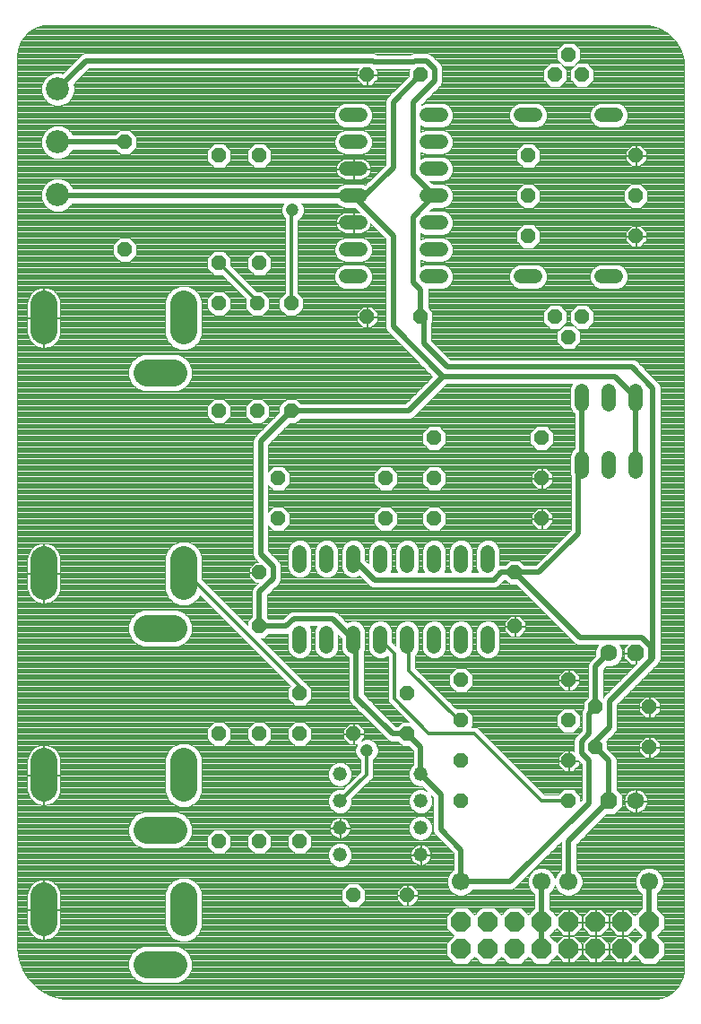
<source format=gtl>
G75*
%MOIN*%
%OFA0B0*%
%FSLAX25Y25*%
%IPPOS*%
%LPD*%
%AMOC8*
5,1,8,0,0,1.08239X$1,22.5*
%
%ADD10C,0.00039*%
%ADD11C,0.10000*%
%ADD12C,0.00000*%
%ADD13C,0.06300*%
%ADD14OC8,0.06300*%
%ADD15OC8,0.05200*%
%ADD16C,0.05200*%
%ADD17C,0.05200*%
%ADD18C,0.08600*%
%ADD19OC8,0.07400*%
%ADD20C,0.06693*%
%ADD21C,0.02000*%
%ADD22C,0.01969*%
%ADD23C,0.00394*%
%ADD24C,0.01181*%
%ADD25C,0.04750*%
D10*
X0040337Y0020882D02*
X0040337Y0351591D01*
X0040340Y0351876D01*
X0040351Y0352162D01*
X0040368Y0352447D01*
X0040392Y0352731D01*
X0040423Y0353015D01*
X0040461Y0353298D01*
X0040506Y0353579D01*
X0040557Y0353860D01*
X0040615Y0354140D01*
X0040680Y0354418D01*
X0040752Y0354694D01*
X0040830Y0354968D01*
X0040915Y0355241D01*
X0041007Y0355511D01*
X0041105Y0355779D01*
X0041209Y0356045D01*
X0041320Y0356308D01*
X0041437Y0356568D01*
X0041560Y0356826D01*
X0041690Y0357080D01*
X0041826Y0357331D01*
X0041967Y0357579D01*
X0042115Y0357823D01*
X0042268Y0358064D01*
X0042428Y0358300D01*
X0042593Y0358533D01*
X0042763Y0358762D01*
X0042939Y0358987D01*
X0043121Y0359207D01*
X0043307Y0359423D01*
X0043499Y0359634D01*
X0043696Y0359841D01*
X0043898Y0360043D01*
X0044105Y0360240D01*
X0044316Y0360432D01*
X0044532Y0360618D01*
X0044752Y0360800D01*
X0044977Y0360976D01*
X0045206Y0361146D01*
X0045439Y0361311D01*
X0045675Y0361471D01*
X0045916Y0361624D01*
X0046160Y0361772D01*
X0046408Y0361913D01*
X0046659Y0362049D01*
X0046913Y0362179D01*
X0047171Y0362302D01*
X0047431Y0362419D01*
X0047694Y0362530D01*
X0047960Y0362634D01*
X0048228Y0362732D01*
X0048498Y0362824D01*
X0048771Y0362909D01*
X0049045Y0362987D01*
X0049321Y0363059D01*
X0049599Y0363124D01*
X0049879Y0363182D01*
X0050160Y0363233D01*
X0050441Y0363278D01*
X0050724Y0363316D01*
X0051008Y0363347D01*
X0051292Y0363371D01*
X0051577Y0363388D01*
X0051863Y0363399D01*
X0052148Y0363402D01*
X0272620Y0363402D01*
X0273001Y0363397D01*
X0273381Y0363384D01*
X0273761Y0363361D01*
X0274140Y0363328D01*
X0274518Y0363287D01*
X0274895Y0363237D01*
X0275271Y0363177D01*
X0275646Y0363109D01*
X0276018Y0363031D01*
X0276389Y0362944D01*
X0276757Y0362849D01*
X0277123Y0362744D01*
X0277486Y0362631D01*
X0277847Y0362509D01*
X0278204Y0362379D01*
X0278558Y0362239D01*
X0278909Y0362092D01*
X0279256Y0361935D01*
X0279599Y0361771D01*
X0279938Y0361598D01*
X0280273Y0361417D01*
X0280604Y0361228D01*
X0280929Y0361031D01*
X0281250Y0360827D01*
X0281566Y0360614D01*
X0281876Y0360394D01*
X0282182Y0360167D01*
X0282481Y0359932D01*
X0282775Y0359690D01*
X0283063Y0359442D01*
X0283345Y0359186D01*
X0283620Y0358923D01*
X0283889Y0358654D01*
X0284152Y0358379D01*
X0284408Y0358097D01*
X0284656Y0357809D01*
X0284898Y0357515D01*
X0285133Y0357216D01*
X0285360Y0356910D01*
X0285580Y0356600D01*
X0285793Y0356284D01*
X0285997Y0355963D01*
X0286194Y0355638D01*
X0286383Y0355307D01*
X0286564Y0354972D01*
X0286737Y0354633D01*
X0286901Y0354290D01*
X0287058Y0353943D01*
X0287205Y0353592D01*
X0287345Y0353238D01*
X0287475Y0352881D01*
X0287597Y0352520D01*
X0287710Y0352157D01*
X0287815Y0351791D01*
X0287910Y0351423D01*
X0287997Y0351052D01*
X0288075Y0350680D01*
X0288143Y0350305D01*
X0288203Y0349929D01*
X0288253Y0349552D01*
X0288294Y0349174D01*
X0288327Y0348795D01*
X0288350Y0348415D01*
X0288363Y0348035D01*
X0288368Y0347654D01*
X0288369Y0347654D02*
X0288369Y0013008D01*
X0288368Y0013008D02*
X0288365Y0012723D01*
X0288354Y0012437D01*
X0288337Y0012152D01*
X0288313Y0011868D01*
X0288282Y0011584D01*
X0288244Y0011301D01*
X0288199Y0011020D01*
X0288148Y0010739D01*
X0288090Y0010459D01*
X0288025Y0010181D01*
X0287953Y0009905D01*
X0287875Y0009631D01*
X0287790Y0009358D01*
X0287698Y0009088D01*
X0287600Y0008820D01*
X0287496Y0008554D01*
X0287385Y0008291D01*
X0287268Y0008031D01*
X0287145Y0007773D01*
X0287015Y0007519D01*
X0286879Y0007268D01*
X0286738Y0007020D01*
X0286590Y0006776D01*
X0286437Y0006535D01*
X0286277Y0006299D01*
X0286112Y0006066D01*
X0285942Y0005837D01*
X0285766Y0005612D01*
X0285584Y0005392D01*
X0285398Y0005176D01*
X0285206Y0004965D01*
X0285009Y0004758D01*
X0284807Y0004556D01*
X0284600Y0004359D01*
X0284389Y0004167D01*
X0284173Y0003981D01*
X0283953Y0003799D01*
X0283728Y0003623D01*
X0283499Y0003453D01*
X0283266Y0003288D01*
X0283030Y0003128D01*
X0282789Y0002975D01*
X0282545Y0002827D01*
X0282297Y0002686D01*
X0282046Y0002550D01*
X0281792Y0002420D01*
X0281534Y0002297D01*
X0281274Y0002180D01*
X0281011Y0002069D01*
X0280745Y0001965D01*
X0280477Y0001867D01*
X0280207Y0001775D01*
X0279934Y0001690D01*
X0279660Y0001612D01*
X0279384Y0001540D01*
X0279106Y0001475D01*
X0278826Y0001417D01*
X0278545Y0001366D01*
X0278264Y0001321D01*
X0277981Y0001283D01*
X0277697Y0001252D01*
X0277413Y0001228D01*
X0277128Y0001211D01*
X0276842Y0001200D01*
X0276557Y0001197D01*
X0060022Y0001197D01*
X0059546Y0001203D01*
X0059071Y0001220D01*
X0058596Y0001249D01*
X0058122Y0001289D01*
X0057649Y0001341D01*
X0057178Y0001404D01*
X0056708Y0001478D01*
X0056240Y0001564D01*
X0055774Y0001661D01*
X0055311Y0001769D01*
X0054851Y0001888D01*
X0054393Y0002019D01*
X0053939Y0002160D01*
X0053488Y0002313D01*
X0053042Y0002476D01*
X0052599Y0002650D01*
X0052161Y0002835D01*
X0051727Y0003030D01*
X0051298Y0003236D01*
X0050874Y0003452D01*
X0050455Y0003678D01*
X0050042Y0003914D01*
X0049635Y0004160D01*
X0049234Y0004416D01*
X0048840Y0004682D01*
X0048451Y0004957D01*
X0048070Y0005241D01*
X0047696Y0005534D01*
X0047328Y0005836D01*
X0046968Y0006148D01*
X0046616Y0006467D01*
X0046272Y0006795D01*
X0045935Y0007132D01*
X0045607Y0007476D01*
X0045288Y0007828D01*
X0044976Y0008188D01*
X0044674Y0008556D01*
X0044381Y0008930D01*
X0044097Y0009311D01*
X0043822Y0009700D01*
X0043556Y0010094D01*
X0043300Y0010495D01*
X0043054Y0010902D01*
X0042818Y0011315D01*
X0042592Y0011734D01*
X0042376Y0012158D01*
X0042170Y0012587D01*
X0041975Y0013021D01*
X0041790Y0013459D01*
X0041616Y0013902D01*
X0041453Y0014348D01*
X0041300Y0014799D01*
X0041159Y0015253D01*
X0041028Y0015711D01*
X0040909Y0016171D01*
X0040801Y0016634D01*
X0040704Y0017100D01*
X0040618Y0017568D01*
X0040544Y0018038D01*
X0040481Y0018509D01*
X0040429Y0018982D01*
X0040389Y0019456D01*
X0040360Y0019931D01*
X0040343Y0020406D01*
X0040337Y0020882D01*
D11*
X0050180Y0029504D02*
X0050180Y0039504D01*
X0050180Y0079504D02*
X0050180Y0089504D01*
X0088487Y0064031D02*
X0098487Y0064031D01*
X0102148Y0079504D02*
X0102148Y0089504D01*
X0098487Y0139031D02*
X0088487Y0139031D01*
X0102148Y0154504D02*
X0102148Y0164504D01*
X0050180Y0164504D02*
X0050180Y0154504D01*
X0088487Y0234031D02*
X0098487Y0234031D01*
X0102148Y0249504D02*
X0102148Y0259504D01*
X0050180Y0259504D02*
X0050180Y0249504D01*
X0102148Y0039504D02*
X0102148Y0029504D01*
X0098487Y0014031D02*
X0088487Y0014031D01*
D12*
X0087578Y0014019D02*
X0087580Y0014120D01*
X0087586Y0014221D01*
X0087596Y0014322D01*
X0087610Y0014422D01*
X0087628Y0014521D01*
X0087650Y0014620D01*
X0087675Y0014718D01*
X0087705Y0014815D01*
X0087738Y0014910D01*
X0087775Y0015004D01*
X0087816Y0015097D01*
X0087860Y0015188D01*
X0087908Y0015277D01*
X0087960Y0015364D01*
X0088015Y0015449D01*
X0088073Y0015531D01*
X0088134Y0015612D01*
X0088199Y0015690D01*
X0088266Y0015765D01*
X0088336Y0015837D01*
X0088410Y0015907D01*
X0088486Y0015974D01*
X0088564Y0016038D01*
X0088645Y0016098D01*
X0088728Y0016155D01*
X0088814Y0016209D01*
X0088902Y0016260D01*
X0088991Y0016307D01*
X0089082Y0016351D01*
X0089175Y0016390D01*
X0089270Y0016427D01*
X0089365Y0016459D01*
X0089462Y0016488D01*
X0089561Y0016512D01*
X0089659Y0016533D01*
X0089759Y0016550D01*
X0089859Y0016563D01*
X0089960Y0016572D01*
X0090061Y0016577D01*
X0090162Y0016578D01*
X0090263Y0016575D01*
X0090364Y0016568D01*
X0090465Y0016557D01*
X0090565Y0016542D01*
X0090664Y0016523D01*
X0090763Y0016500D01*
X0090860Y0016474D01*
X0090957Y0016443D01*
X0091052Y0016409D01*
X0091145Y0016371D01*
X0091238Y0016329D01*
X0091328Y0016284D01*
X0091417Y0016235D01*
X0091503Y0016183D01*
X0091587Y0016127D01*
X0091670Y0016068D01*
X0091749Y0016006D01*
X0091827Y0015941D01*
X0091901Y0015873D01*
X0091973Y0015801D01*
X0092042Y0015728D01*
X0092108Y0015651D01*
X0092171Y0015572D01*
X0092231Y0015490D01*
X0092287Y0015406D01*
X0092340Y0015320D01*
X0092390Y0015232D01*
X0092436Y0015142D01*
X0092479Y0015051D01*
X0092518Y0014957D01*
X0092553Y0014862D01*
X0092584Y0014766D01*
X0092612Y0014669D01*
X0092636Y0014571D01*
X0092656Y0014472D01*
X0092672Y0014372D01*
X0092684Y0014271D01*
X0092692Y0014171D01*
X0092696Y0014070D01*
X0092696Y0013968D01*
X0092692Y0013867D01*
X0092684Y0013767D01*
X0092672Y0013666D01*
X0092656Y0013566D01*
X0092636Y0013467D01*
X0092612Y0013369D01*
X0092584Y0013272D01*
X0092553Y0013176D01*
X0092518Y0013081D01*
X0092479Y0012987D01*
X0092436Y0012896D01*
X0092390Y0012806D01*
X0092340Y0012718D01*
X0092287Y0012632D01*
X0092231Y0012548D01*
X0092171Y0012466D01*
X0092108Y0012387D01*
X0092042Y0012310D01*
X0091973Y0012237D01*
X0091901Y0012165D01*
X0091827Y0012097D01*
X0091749Y0012032D01*
X0091670Y0011970D01*
X0091587Y0011911D01*
X0091503Y0011855D01*
X0091416Y0011803D01*
X0091328Y0011754D01*
X0091238Y0011709D01*
X0091145Y0011667D01*
X0091052Y0011629D01*
X0090957Y0011595D01*
X0090860Y0011564D01*
X0090763Y0011538D01*
X0090664Y0011515D01*
X0090565Y0011496D01*
X0090465Y0011481D01*
X0090364Y0011470D01*
X0090263Y0011463D01*
X0090162Y0011460D01*
X0090061Y0011461D01*
X0089960Y0011466D01*
X0089859Y0011475D01*
X0089759Y0011488D01*
X0089659Y0011505D01*
X0089561Y0011526D01*
X0089462Y0011550D01*
X0089365Y0011579D01*
X0089270Y0011611D01*
X0089175Y0011648D01*
X0089082Y0011687D01*
X0088991Y0011731D01*
X0088902Y0011778D01*
X0088814Y0011829D01*
X0088728Y0011883D01*
X0088645Y0011940D01*
X0088564Y0012000D01*
X0088486Y0012064D01*
X0088410Y0012131D01*
X0088336Y0012201D01*
X0088266Y0012273D01*
X0088199Y0012348D01*
X0088134Y0012426D01*
X0088073Y0012507D01*
X0088015Y0012589D01*
X0087960Y0012674D01*
X0087908Y0012761D01*
X0087860Y0012850D01*
X0087816Y0012941D01*
X0087775Y0013034D01*
X0087738Y0013128D01*
X0087705Y0013223D01*
X0087675Y0013320D01*
X0087650Y0013418D01*
X0087628Y0013517D01*
X0087610Y0013616D01*
X0087596Y0013716D01*
X0087586Y0013817D01*
X0087580Y0013918D01*
X0087578Y0014019D01*
X0094278Y0014019D02*
X0094280Y0014120D01*
X0094286Y0014221D01*
X0094296Y0014322D01*
X0094310Y0014422D01*
X0094328Y0014521D01*
X0094350Y0014620D01*
X0094375Y0014718D01*
X0094405Y0014815D01*
X0094438Y0014910D01*
X0094475Y0015004D01*
X0094516Y0015097D01*
X0094560Y0015188D01*
X0094608Y0015277D01*
X0094660Y0015364D01*
X0094715Y0015449D01*
X0094773Y0015531D01*
X0094834Y0015612D01*
X0094899Y0015690D01*
X0094966Y0015765D01*
X0095036Y0015837D01*
X0095110Y0015907D01*
X0095186Y0015974D01*
X0095264Y0016038D01*
X0095345Y0016098D01*
X0095428Y0016155D01*
X0095514Y0016209D01*
X0095602Y0016260D01*
X0095691Y0016307D01*
X0095782Y0016351D01*
X0095875Y0016390D01*
X0095970Y0016427D01*
X0096065Y0016459D01*
X0096162Y0016488D01*
X0096261Y0016512D01*
X0096359Y0016533D01*
X0096459Y0016550D01*
X0096559Y0016563D01*
X0096660Y0016572D01*
X0096761Y0016577D01*
X0096862Y0016578D01*
X0096963Y0016575D01*
X0097064Y0016568D01*
X0097165Y0016557D01*
X0097265Y0016542D01*
X0097364Y0016523D01*
X0097463Y0016500D01*
X0097560Y0016474D01*
X0097657Y0016443D01*
X0097752Y0016409D01*
X0097845Y0016371D01*
X0097938Y0016329D01*
X0098028Y0016284D01*
X0098117Y0016235D01*
X0098203Y0016183D01*
X0098287Y0016127D01*
X0098370Y0016068D01*
X0098449Y0016006D01*
X0098527Y0015941D01*
X0098601Y0015873D01*
X0098673Y0015801D01*
X0098742Y0015728D01*
X0098808Y0015651D01*
X0098871Y0015572D01*
X0098931Y0015490D01*
X0098987Y0015406D01*
X0099040Y0015320D01*
X0099090Y0015232D01*
X0099136Y0015142D01*
X0099179Y0015051D01*
X0099218Y0014957D01*
X0099253Y0014862D01*
X0099284Y0014766D01*
X0099312Y0014669D01*
X0099336Y0014571D01*
X0099356Y0014472D01*
X0099372Y0014372D01*
X0099384Y0014271D01*
X0099392Y0014171D01*
X0099396Y0014070D01*
X0099396Y0013968D01*
X0099392Y0013867D01*
X0099384Y0013767D01*
X0099372Y0013666D01*
X0099356Y0013566D01*
X0099336Y0013467D01*
X0099312Y0013369D01*
X0099284Y0013272D01*
X0099253Y0013176D01*
X0099218Y0013081D01*
X0099179Y0012987D01*
X0099136Y0012896D01*
X0099090Y0012806D01*
X0099040Y0012718D01*
X0098987Y0012632D01*
X0098931Y0012548D01*
X0098871Y0012466D01*
X0098808Y0012387D01*
X0098742Y0012310D01*
X0098673Y0012237D01*
X0098601Y0012165D01*
X0098527Y0012097D01*
X0098449Y0012032D01*
X0098370Y0011970D01*
X0098287Y0011911D01*
X0098203Y0011855D01*
X0098116Y0011803D01*
X0098028Y0011754D01*
X0097938Y0011709D01*
X0097845Y0011667D01*
X0097752Y0011629D01*
X0097657Y0011595D01*
X0097560Y0011564D01*
X0097463Y0011538D01*
X0097364Y0011515D01*
X0097265Y0011496D01*
X0097165Y0011481D01*
X0097064Y0011470D01*
X0096963Y0011463D01*
X0096862Y0011460D01*
X0096761Y0011461D01*
X0096660Y0011466D01*
X0096559Y0011475D01*
X0096459Y0011488D01*
X0096359Y0011505D01*
X0096261Y0011526D01*
X0096162Y0011550D01*
X0096065Y0011579D01*
X0095970Y0011611D01*
X0095875Y0011648D01*
X0095782Y0011687D01*
X0095691Y0011731D01*
X0095602Y0011778D01*
X0095514Y0011829D01*
X0095428Y0011883D01*
X0095345Y0011940D01*
X0095264Y0012000D01*
X0095186Y0012064D01*
X0095110Y0012131D01*
X0095036Y0012201D01*
X0094966Y0012273D01*
X0094899Y0012348D01*
X0094834Y0012426D01*
X0094773Y0012507D01*
X0094715Y0012589D01*
X0094660Y0012674D01*
X0094608Y0012761D01*
X0094560Y0012850D01*
X0094516Y0012941D01*
X0094475Y0013034D01*
X0094438Y0013128D01*
X0094405Y0013223D01*
X0094375Y0013320D01*
X0094350Y0013418D01*
X0094328Y0013517D01*
X0094310Y0013616D01*
X0094296Y0013716D01*
X0094286Y0013817D01*
X0094280Y0013918D01*
X0094278Y0014019D01*
X0099578Y0031219D02*
X0099580Y0031320D01*
X0099586Y0031421D01*
X0099596Y0031522D01*
X0099610Y0031622D01*
X0099628Y0031721D01*
X0099650Y0031820D01*
X0099675Y0031918D01*
X0099705Y0032015D01*
X0099738Y0032110D01*
X0099775Y0032204D01*
X0099816Y0032297D01*
X0099860Y0032388D01*
X0099908Y0032477D01*
X0099960Y0032564D01*
X0100015Y0032649D01*
X0100073Y0032731D01*
X0100134Y0032812D01*
X0100199Y0032890D01*
X0100266Y0032965D01*
X0100336Y0033037D01*
X0100410Y0033107D01*
X0100486Y0033174D01*
X0100564Y0033238D01*
X0100645Y0033298D01*
X0100728Y0033355D01*
X0100814Y0033409D01*
X0100902Y0033460D01*
X0100991Y0033507D01*
X0101082Y0033551D01*
X0101175Y0033590D01*
X0101270Y0033627D01*
X0101365Y0033659D01*
X0101462Y0033688D01*
X0101561Y0033712D01*
X0101659Y0033733D01*
X0101759Y0033750D01*
X0101859Y0033763D01*
X0101960Y0033772D01*
X0102061Y0033777D01*
X0102162Y0033778D01*
X0102263Y0033775D01*
X0102364Y0033768D01*
X0102465Y0033757D01*
X0102565Y0033742D01*
X0102664Y0033723D01*
X0102763Y0033700D01*
X0102860Y0033674D01*
X0102957Y0033643D01*
X0103052Y0033609D01*
X0103145Y0033571D01*
X0103238Y0033529D01*
X0103328Y0033484D01*
X0103417Y0033435D01*
X0103503Y0033383D01*
X0103587Y0033327D01*
X0103670Y0033268D01*
X0103749Y0033206D01*
X0103827Y0033141D01*
X0103901Y0033073D01*
X0103973Y0033001D01*
X0104042Y0032928D01*
X0104108Y0032851D01*
X0104171Y0032772D01*
X0104231Y0032690D01*
X0104287Y0032606D01*
X0104340Y0032520D01*
X0104390Y0032432D01*
X0104436Y0032342D01*
X0104479Y0032251D01*
X0104518Y0032157D01*
X0104553Y0032062D01*
X0104584Y0031966D01*
X0104612Y0031869D01*
X0104636Y0031771D01*
X0104656Y0031672D01*
X0104672Y0031572D01*
X0104684Y0031471D01*
X0104692Y0031371D01*
X0104696Y0031270D01*
X0104696Y0031168D01*
X0104692Y0031067D01*
X0104684Y0030967D01*
X0104672Y0030866D01*
X0104656Y0030766D01*
X0104636Y0030667D01*
X0104612Y0030569D01*
X0104584Y0030472D01*
X0104553Y0030376D01*
X0104518Y0030281D01*
X0104479Y0030187D01*
X0104436Y0030096D01*
X0104390Y0030006D01*
X0104340Y0029918D01*
X0104287Y0029832D01*
X0104231Y0029748D01*
X0104171Y0029666D01*
X0104108Y0029587D01*
X0104042Y0029510D01*
X0103973Y0029437D01*
X0103901Y0029365D01*
X0103827Y0029297D01*
X0103749Y0029232D01*
X0103670Y0029170D01*
X0103587Y0029111D01*
X0103503Y0029055D01*
X0103416Y0029003D01*
X0103328Y0028954D01*
X0103238Y0028909D01*
X0103145Y0028867D01*
X0103052Y0028829D01*
X0102957Y0028795D01*
X0102860Y0028764D01*
X0102763Y0028738D01*
X0102664Y0028715D01*
X0102565Y0028696D01*
X0102465Y0028681D01*
X0102364Y0028670D01*
X0102263Y0028663D01*
X0102162Y0028660D01*
X0102061Y0028661D01*
X0101960Y0028666D01*
X0101859Y0028675D01*
X0101759Y0028688D01*
X0101659Y0028705D01*
X0101561Y0028726D01*
X0101462Y0028750D01*
X0101365Y0028779D01*
X0101270Y0028811D01*
X0101175Y0028848D01*
X0101082Y0028887D01*
X0100991Y0028931D01*
X0100902Y0028978D01*
X0100814Y0029029D01*
X0100728Y0029083D01*
X0100645Y0029140D01*
X0100564Y0029200D01*
X0100486Y0029264D01*
X0100410Y0029331D01*
X0100336Y0029401D01*
X0100266Y0029473D01*
X0100199Y0029548D01*
X0100134Y0029626D01*
X0100073Y0029707D01*
X0100015Y0029789D01*
X0099960Y0029874D01*
X0099908Y0029961D01*
X0099860Y0030050D01*
X0099816Y0030141D01*
X0099775Y0030234D01*
X0099738Y0030328D01*
X0099705Y0030423D01*
X0099675Y0030520D01*
X0099650Y0030618D01*
X0099628Y0030717D01*
X0099610Y0030816D01*
X0099596Y0030916D01*
X0099586Y0031017D01*
X0099580Y0031118D01*
X0099578Y0031219D01*
X0099578Y0037819D02*
X0099580Y0037920D01*
X0099586Y0038021D01*
X0099596Y0038122D01*
X0099610Y0038222D01*
X0099628Y0038321D01*
X0099650Y0038420D01*
X0099675Y0038518D01*
X0099705Y0038615D01*
X0099738Y0038710D01*
X0099775Y0038804D01*
X0099816Y0038897D01*
X0099860Y0038988D01*
X0099908Y0039077D01*
X0099960Y0039164D01*
X0100015Y0039249D01*
X0100073Y0039331D01*
X0100134Y0039412D01*
X0100199Y0039490D01*
X0100266Y0039565D01*
X0100336Y0039637D01*
X0100410Y0039707D01*
X0100486Y0039774D01*
X0100564Y0039838D01*
X0100645Y0039898D01*
X0100728Y0039955D01*
X0100814Y0040009D01*
X0100902Y0040060D01*
X0100991Y0040107D01*
X0101082Y0040151D01*
X0101175Y0040190D01*
X0101270Y0040227D01*
X0101365Y0040259D01*
X0101462Y0040288D01*
X0101561Y0040312D01*
X0101659Y0040333D01*
X0101759Y0040350D01*
X0101859Y0040363D01*
X0101960Y0040372D01*
X0102061Y0040377D01*
X0102162Y0040378D01*
X0102263Y0040375D01*
X0102364Y0040368D01*
X0102465Y0040357D01*
X0102565Y0040342D01*
X0102664Y0040323D01*
X0102763Y0040300D01*
X0102860Y0040274D01*
X0102957Y0040243D01*
X0103052Y0040209D01*
X0103145Y0040171D01*
X0103238Y0040129D01*
X0103328Y0040084D01*
X0103417Y0040035D01*
X0103503Y0039983D01*
X0103587Y0039927D01*
X0103670Y0039868D01*
X0103749Y0039806D01*
X0103827Y0039741D01*
X0103901Y0039673D01*
X0103973Y0039601D01*
X0104042Y0039528D01*
X0104108Y0039451D01*
X0104171Y0039372D01*
X0104231Y0039290D01*
X0104287Y0039206D01*
X0104340Y0039120D01*
X0104390Y0039032D01*
X0104436Y0038942D01*
X0104479Y0038851D01*
X0104518Y0038757D01*
X0104553Y0038662D01*
X0104584Y0038566D01*
X0104612Y0038469D01*
X0104636Y0038371D01*
X0104656Y0038272D01*
X0104672Y0038172D01*
X0104684Y0038071D01*
X0104692Y0037971D01*
X0104696Y0037870D01*
X0104696Y0037768D01*
X0104692Y0037667D01*
X0104684Y0037567D01*
X0104672Y0037466D01*
X0104656Y0037366D01*
X0104636Y0037267D01*
X0104612Y0037169D01*
X0104584Y0037072D01*
X0104553Y0036976D01*
X0104518Y0036881D01*
X0104479Y0036787D01*
X0104436Y0036696D01*
X0104390Y0036606D01*
X0104340Y0036518D01*
X0104287Y0036432D01*
X0104231Y0036348D01*
X0104171Y0036266D01*
X0104108Y0036187D01*
X0104042Y0036110D01*
X0103973Y0036037D01*
X0103901Y0035965D01*
X0103827Y0035897D01*
X0103749Y0035832D01*
X0103670Y0035770D01*
X0103587Y0035711D01*
X0103503Y0035655D01*
X0103416Y0035603D01*
X0103328Y0035554D01*
X0103238Y0035509D01*
X0103145Y0035467D01*
X0103052Y0035429D01*
X0102957Y0035395D01*
X0102860Y0035364D01*
X0102763Y0035338D01*
X0102664Y0035315D01*
X0102565Y0035296D01*
X0102465Y0035281D01*
X0102364Y0035270D01*
X0102263Y0035263D01*
X0102162Y0035260D01*
X0102061Y0035261D01*
X0101960Y0035266D01*
X0101859Y0035275D01*
X0101759Y0035288D01*
X0101659Y0035305D01*
X0101561Y0035326D01*
X0101462Y0035350D01*
X0101365Y0035379D01*
X0101270Y0035411D01*
X0101175Y0035448D01*
X0101082Y0035487D01*
X0100991Y0035531D01*
X0100902Y0035578D01*
X0100814Y0035629D01*
X0100728Y0035683D01*
X0100645Y0035740D01*
X0100564Y0035800D01*
X0100486Y0035864D01*
X0100410Y0035931D01*
X0100336Y0036001D01*
X0100266Y0036073D01*
X0100199Y0036148D01*
X0100134Y0036226D01*
X0100073Y0036307D01*
X0100015Y0036389D01*
X0099960Y0036474D01*
X0099908Y0036561D01*
X0099860Y0036650D01*
X0099816Y0036741D01*
X0099775Y0036834D01*
X0099738Y0036928D01*
X0099705Y0037023D01*
X0099675Y0037120D01*
X0099650Y0037218D01*
X0099628Y0037317D01*
X0099610Y0037416D01*
X0099596Y0037516D01*
X0099586Y0037617D01*
X0099580Y0037718D01*
X0099578Y0037819D01*
X0094278Y0064019D02*
X0094280Y0064120D01*
X0094286Y0064221D01*
X0094296Y0064322D01*
X0094310Y0064422D01*
X0094328Y0064521D01*
X0094350Y0064620D01*
X0094375Y0064718D01*
X0094405Y0064815D01*
X0094438Y0064910D01*
X0094475Y0065004D01*
X0094516Y0065097D01*
X0094560Y0065188D01*
X0094608Y0065277D01*
X0094660Y0065364D01*
X0094715Y0065449D01*
X0094773Y0065531D01*
X0094834Y0065612D01*
X0094899Y0065690D01*
X0094966Y0065765D01*
X0095036Y0065837D01*
X0095110Y0065907D01*
X0095186Y0065974D01*
X0095264Y0066038D01*
X0095345Y0066098D01*
X0095428Y0066155D01*
X0095514Y0066209D01*
X0095602Y0066260D01*
X0095691Y0066307D01*
X0095782Y0066351D01*
X0095875Y0066390D01*
X0095970Y0066427D01*
X0096065Y0066459D01*
X0096162Y0066488D01*
X0096261Y0066512D01*
X0096359Y0066533D01*
X0096459Y0066550D01*
X0096559Y0066563D01*
X0096660Y0066572D01*
X0096761Y0066577D01*
X0096862Y0066578D01*
X0096963Y0066575D01*
X0097064Y0066568D01*
X0097165Y0066557D01*
X0097265Y0066542D01*
X0097364Y0066523D01*
X0097463Y0066500D01*
X0097560Y0066474D01*
X0097657Y0066443D01*
X0097752Y0066409D01*
X0097845Y0066371D01*
X0097938Y0066329D01*
X0098028Y0066284D01*
X0098117Y0066235D01*
X0098203Y0066183D01*
X0098287Y0066127D01*
X0098370Y0066068D01*
X0098449Y0066006D01*
X0098527Y0065941D01*
X0098601Y0065873D01*
X0098673Y0065801D01*
X0098742Y0065728D01*
X0098808Y0065651D01*
X0098871Y0065572D01*
X0098931Y0065490D01*
X0098987Y0065406D01*
X0099040Y0065320D01*
X0099090Y0065232D01*
X0099136Y0065142D01*
X0099179Y0065051D01*
X0099218Y0064957D01*
X0099253Y0064862D01*
X0099284Y0064766D01*
X0099312Y0064669D01*
X0099336Y0064571D01*
X0099356Y0064472D01*
X0099372Y0064372D01*
X0099384Y0064271D01*
X0099392Y0064171D01*
X0099396Y0064070D01*
X0099396Y0063968D01*
X0099392Y0063867D01*
X0099384Y0063767D01*
X0099372Y0063666D01*
X0099356Y0063566D01*
X0099336Y0063467D01*
X0099312Y0063369D01*
X0099284Y0063272D01*
X0099253Y0063176D01*
X0099218Y0063081D01*
X0099179Y0062987D01*
X0099136Y0062896D01*
X0099090Y0062806D01*
X0099040Y0062718D01*
X0098987Y0062632D01*
X0098931Y0062548D01*
X0098871Y0062466D01*
X0098808Y0062387D01*
X0098742Y0062310D01*
X0098673Y0062237D01*
X0098601Y0062165D01*
X0098527Y0062097D01*
X0098449Y0062032D01*
X0098370Y0061970D01*
X0098287Y0061911D01*
X0098203Y0061855D01*
X0098116Y0061803D01*
X0098028Y0061754D01*
X0097938Y0061709D01*
X0097845Y0061667D01*
X0097752Y0061629D01*
X0097657Y0061595D01*
X0097560Y0061564D01*
X0097463Y0061538D01*
X0097364Y0061515D01*
X0097265Y0061496D01*
X0097165Y0061481D01*
X0097064Y0061470D01*
X0096963Y0061463D01*
X0096862Y0061460D01*
X0096761Y0061461D01*
X0096660Y0061466D01*
X0096559Y0061475D01*
X0096459Y0061488D01*
X0096359Y0061505D01*
X0096261Y0061526D01*
X0096162Y0061550D01*
X0096065Y0061579D01*
X0095970Y0061611D01*
X0095875Y0061648D01*
X0095782Y0061687D01*
X0095691Y0061731D01*
X0095602Y0061778D01*
X0095514Y0061829D01*
X0095428Y0061883D01*
X0095345Y0061940D01*
X0095264Y0062000D01*
X0095186Y0062064D01*
X0095110Y0062131D01*
X0095036Y0062201D01*
X0094966Y0062273D01*
X0094899Y0062348D01*
X0094834Y0062426D01*
X0094773Y0062507D01*
X0094715Y0062589D01*
X0094660Y0062674D01*
X0094608Y0062761D01*
X0094560Y0062850D01*
X0094516Y0062941D01*
X0094475Y0063034D01*
X0094438Y0063128D01*
X0094405Y0063223D01*
X0094375Y0063320D01*
X0094350Y0063418D01*
X0094328Y0063517D01*
X0094310Y0063616D01*
X0094296Y0063716D01*
X0094286Y0063817D01*
X0094280Y0063918D01*
X0094278Y0064019D01*
X0087578Y0064019D02*
X0087580Y0064120D01*
X0087586Y0064221D01*
X0087596Y0064322D01*
X0087610Y0064422D01*
X0087628Y0064521D01*
X0087650Y0064620D01*
X0087675Y0064718D01*
X0087705Y0064815D01*
X0087738Y0064910D01*
X0087775Y0065004D01*
X0087816Y0065097D01*
X0087860Y0065188D01*
X0087908Y0065277D01*
X0087960Y0065364D01*
X0088015Y0065449D01*
X0088073Y0065531D01*
X0088134Y0065612D01*
X0088199Y0065690D01*
X0088266Y0065765D01*
X0088336Y0065837D01*
X0088410Y0065907D01*
X0088486Y0065974D01*
X0088564Y0066038D01*
X0088645Y0066098D01*
X0088728Y0066155D01*
X0088814Y0066209D01*
X0088902Y0066260D01*
X0088991Y0066307D01*
X0089082Y0066351D01*
X0089175Y0066390D01*
X0089270Y0066427D01*
X0089365Y0066459D01*
X0089462Y0066488D01*
X0089561Y0066512D01*
X0089659Y0066533D01*
X0089759Y0066550D01*
X0089859Y0066563D01*
X0089960Y0066572D01*
X0090061Y0066577D01*
X0090162Y0066578D01*
X0090263Y0066575D01*
X0090364Y0066568D01*
X0090465Y0066557D01*
X0090565Y0066542D01*
X0090664Y0066523D01*
X0090763Y0066500D01*
X0090860Y0066474D01*
X0090957Y0066443D01*
X0091052Y0066409D01*
X0091145Y0066371D01*
X0091238Y0066329D01*
X0091328Y0066284D01*
X0091417Y0066235D01*
X0091503Y0066183D01*
X0091587Y0066127D01*
X0091670Y0066068D01*
X0091749Y0066006D01*
X0091827Y0065941D01*
X0091901Y0065873D01*
X0091973Y0065801D01*
X0092042Y0065728D01*
X0092108Y0065651D01*
X0092171Y0065572D01*
X0092231Y0065490D01*
X0092287Y0065406D01*
X0092340Y0065320D01*
X0092390Y0065232D01*
X0092436Y0065142D01*
X0092479Y0065051D01*
X0092518Y0064957D01*
X0092553Y0064862D01*
X0092584Y0064766D01*
X0092612Y0064669D01*
X0092636Y0064571D01*
X0092656Y0064472D01*
X0092672Y0064372D01*
X0092684Y0064271D01*
X0092692Y0064171D01*
X0092696Y0064070D01*
X0092696Y0063968D01*
X0092692Y0063867D01*
X0092684Y0063767D01*
X0092672Y0063666D01*
X0092656Y0063566D01*
X0092636Y0063467D01*
X0092612Y0063369D01*
X0092584Y0063272D01*
X0092553Y0063176D01*
X0092518Y0063081D01*
X0092479Y0062987D01*
X0092436Y0062896D01*
X0092390Y0062806D01*
X0092340Y0062718D01*
X0092287Y0062632D01*
X0092231Y0062548D01*
X0092171Y0062466D01*
X0092108Y0062387D01*
X0092042Y0062310D01*
X0091973Y0062237D01*
X0091901Y0062165D01*
X0091827Y0062097D01*
X0091749Y0062032D01*
X0091670Y0061970D01*
X0091587Y0061911D01*
X0091503Y0061855D01*
X0091416Y0061803D01*
X0091328Y0061754D01*
X0091238Y0061709D01*
X0091145Y0061667D01*
X0091052Y0061629D01*
X0090957Y0061595D01*
X0090860Y0061564D01*
X0090763Y0061538D01*
X0090664Y0061515D01*
X0090565Y0061496D01*
X0090465Y0061481D01*
X0090364Y0061470D01*
X0090263Y0061463D01*
X0090162Y0061460D01*
X0090061Y0061461D01*
X0089960Y0061466D01*
X0089859Y0061475D01*
X0089759Y0061488D01*
X0089659Y0061505D01*
X0089561Y0061526D01*
X0089462Y0061550D01*
X0089365Y0061579D01*
X0089270Y0061611D01*
X0089175Y0061648D01*
X0089082Y0061687D01*
X0088991Y0061731D01*
X0088902Y0061778D01*
X0088814Y0061829D01*
X0088728Y0061883D01*
X0088645Y0061940D01*
X0088564Y0062000D01*
X0088486Y0062064D01*
X0088410Y0062131D01*
X0088336Y0062201D01*
X0088266Y0062273D01*
X0088199Y0062348D01*
X0088134Y0062426D01*
X0088073Y0062507D01*
X0088015Y0062589D01*
X0087960Y0062674D01*
X0087908Y0062761D01*
X0087860Y0062850D01*
X0087816Y0062941D01*
X0087775Y0063034D01*
X0087738Y0063128D01*
X0087705Y0063223D01*
X0087675Y0063320D01*
X0087650Y0063418D01*
X0087628Y0063517D01*
X0087610Y0063616D01*
X0087596Y0063716D01*
X0087586Y0063817D01*
X0087580Y0063918D01*
X0087578Y0064019D01*
X0099578Y0081219D02*
X0099580Y0081320D01*
X0099586Y0081421D01*
X0099596Y0081522D01*
X0099610Y0081622D01*
X0099628Y0081721D01*
X0099650Y0081820D01*
X0099675Y0081918D01*
X0099705Y0082015D01*
X0099738Y0082110D01*
X0099775Y0082204D01*
X0099816Y0082297D01*
X0099860Y0082388D01*
X0099908Y0082477D01*
X0099960Y0082564D01*
X0100015Y0082649D01*
X0100073Y0082731D01*
X0100134Y0082812D01*
X0100199Y0082890D01*
X0100266Y0082965D01*
X0100336Y0083037D01*
X0100410Y0083107D01*
X0100486Y0083174D01*
X0100564Y0083238D01*
X0100645Y0083298D01*
X0100728Y0083355D01*
X0100814Y0083409D01*
X0100902Y0083460D01*
X0100991Y0083507D01*
X0101082Y0083551D01*
X0101175Y0083590D01*
X0101270Y0083627D01*
X0101365Y0083659D01*
X0101462Y0083688D01*
X0101561Y0083712D01*
X0101659Y0083733D01*
X0101759Y0083750D01*
X0101859Y0083763D01*
X0101960Y0083772D01*
X0102061Y0083777D01*
X0102162Y0083778D01*
X0102263Y0083775D01*
X0102364Y0083768D01*
X0102465Y0083757D01*
X0102565Y0083742D01*
X0102664Y0083723D01*
X0102763Y0083700D01*
X0102860Y0083674D01*
X0102957Y0083643D01*
X0103052Y0083609D01*
X0103145Y0083571D01*
X0103238Y0083529D01*
X0103328Y0083484D01*
X0103417Y0083435D01*
X0103503Y0083383D01*
X0103587Y0083327D01*
X0103670Y0083268D01*
X0103749Y0083206D01*
X0103827Y0083141D01*
X0103901Y0083073D01*
X0103973Y0083001D01*
X0104042Y0082928D01*
X0104108Y0082851D01*
X0104171Y0082772D01*
X0104231Y0082690D01*
X0104287Y0082606D01*
X0104340Y0082520D01*
X0104390Y0082432D01*
X0104436Y0082342D01*
X0104479Y0082251D01*
X0104518Y0082157D01*
X0104553Y0082062D01*
X0104584Y0081966D01*
X0104612Y0081869D01*
X0104636Y0081771D01*
X0104656Y0081672D01*
X0104672Y0081572D01*
X0104684Y0081471D01*
X0104692Y0081371D01*
X0104696Y0081270D01*
X0104696Y0081168D01*
X0104692Y0081067D01*
X0104684Y0080967D01*
X0104672Y0080866D01*
X0104656Y0080766D01*
X0104636Y0080667D01*
X0104612Y0080569D01*
X0104584Y0080472D01*
X0104553Y0080376D01*
X0104518Y0080281D01*
X0104479Y0080187D01*
X0104436Y0080096D01*
X0104390Y0080006D01*
X0104340Y0079918D01*
X0104287Y0079832D01*
X0104231Y0079748D01*
X0104171Y0079666D01*
X0104108Y0079587D01*
X0104042Y0079510D01*
X0103973Y0079437D01*
X0103901Y0079365D01*
X0103827Y0079297D01*
X0103749Y0079232D01*
X0103670Y0079170D01*
X0103587Y0079111D01*
X0103503Y0079055D01*
X0103416Y0079003D01*
X0103328Y0078954D01*
X0103238Y0078909D01*
X0103145Y0078867D01*
X0103052Y0078829D01*
X0102957Y0078795D01*
X0102860Y0078764D01*
X0102763Y0078738D01*
X0102664Y0078715D01*
X0102565Y0078696D01*
X0102465Y0078681D01*
X0102364Y0078670D01*
X0102263Y0078663D01*
X0102162Y0078660D01*
X0102061Y0078661D01*
X0101960Y0078666D01*
X0101859Y0078675D01*
X0101759Y0078688D01*
X0101659Y0078705D01*
X0101561Y0078726D01*
X0101462Y0078750D01*
X0101365Y0078779D01*
X0101270Y0078811D01*
X0101175Y0078848D01*
X0101082Y0078887D01*
X0100991Y0078931D01*
X0100902Y0078978D01*
X0100814Y0079029D01*
X0100728Y0079083D01*
X0100645Y0079140D01*
X0100564Y0079200D01*
X0100486Y0079264D01*
X0100410Y0079331D01*
X0100336Y0079401D01*
X0100266Y0079473D01*
X0100199Y0079548D01*
X0100134Y0079626D01*
X0100073Y0079707D01*
X0100015Y0079789D01*
X0099960Y0079874D01*
X0099908Y0079961D01*
X0099860Y0080050D01*
X0099816Y0080141D01*
X0099775Y0080234D01*
X0099738Y0080328D01*
X0099705Y0080423D01*
X0099675Y0080520D01*
X0099650Y0080618D01*
X0099628Y0080717D01*
X0099610Y0080816D01*
X0099596Y0080916D01*
X0099586Y0081017D01*
X0099580Y0081118D01*
X0099578Y0081219D01*
X0099578Y0087819D02*
X0099580Y0087920D01*
X0099586Y0088021D01*
X0099596Y0088122D01*
X0099610Y0088222D01*
X0099628Y0088321D01*
X0099650Y0088420D01*
X0099675Y0088518D01*
X0099705Y0088615D01*
X0099738Y0088710D01*
X0099775Y0088804D01*
X0099816Y0088897D01*
X0099860Y0088988D01*
X0099908Y0089077D01*
X0099960Y0089164D01*
X0100015Y0089249D01*
X0100073Y0089331D01*
X0100134Y0089412D01*
X0100199Y0089490D01*
X0100266Y0089565D01*
X0100336Y0089637D01*
X0100410Y0089707D01*
X0100486Y0089774D01*
X0100564Y0089838D01*
X0100645Y0089898D01*
X0100728Y0089955D01*
X0100814Y0090009D01*
X0100902Y0090060D01*
X0100991Y0090107D01*
X0101082Y0090151D01*
X0101175Y0090190D01*
X0101270Y0090227D01*
X0101365Y0090259D01*
X0101462Y0090288D01*
X0101561Y0090312D01*
X0101659Y0090333D01*
X0101759Y0090350D01*
X0101859Y0090363D01*
X0101960Y0090372D01*
X0102061Y0090377D01*
X0102162Y0090378D01*
X0102263Y0090375D01*
X0102364Y0090368D01*
X0102465Y0090357D01*
X0102565Y0090342D01*
X0102664Y0090323D01*
X0102763Y0090300D01*
X0102860Y0090274D01*
X0102957Y0090243D01*
X0103052Y0090209D01*
X0103145Y0090171D01*
X0103238Y0090129D01*
X0103328Y0090084D01*
X0103417Y0090035D01*
X0103503Y0089983D01*
X0103587Y0089927D01*
X0103670Y0089868D01*
X0103749Y0089806D01*
X0103827Y0089741D01*
X0103901Y0089673D01*
X0103973Y0089601D01*
X0104042Y0089528D01*
X0104108Y0089451D01*
X0104171Y0089372D01*
X0104231Y0089290D01*
X0104287Y0089206D01*
X0104340Y0089120D01*
X0104390Y0089032D01*
X0104436Y0088942D01*
X0104479Y0088851D01*
X0104518Y0088757D01*
X0104553Y0088662D01*
X0104584Y0088566D01*
X0104612Y0088469D01*
X0104636Y0088371D01*
X0104656Y0088272D01*
X0104672Y0088172D01*
X0104684Y0088071D01*
X0104692Y0087971D01*
X0104696Y0087870D01*
X0104696Y0087768D01*
X0104692Y0087667D01*
X0104684Y0087567D01*
X0104672Y0087466D01*
X0104656Y0087366D01*
X0104636Y0087267D01*
X0104612Y0087169D01*
X0104584Y0087072D01*
X0104553Y0086976D01*
X0104518Y0086881D01*
X0104479Y0086787D01*
X0104436Y0086696D01*
X0104390Y0086606D01*
X0104340Y0086518D01*
X0104287Y0086432D01*
X0104231Y0086348D01*
X0104171Y0086266D01*
X0104108Y0086187D01*
X0104042Y0086110D01*
X0103973Y0086037D01*
X0103901Y0085965D01*
X0103827Y0085897D01*
X0103749Y0085832D01*
X0103670Y0085770D01*
X0103587Y0085711D01*
X0103503Y0085655D01*
X0103416Y0085603D01*
X0103328Y0085554D01*
X0103238Y0085509D01*
X0103145Y0085467D01*
X0103052Y0085429D01*
X0102957Y0085395D01*
X0102860Y0085364D01*
X0102763Y0085338D01*
X0102664Y0085315D01*
X0102565Y0085296D01*
X0102465Y0085281D01*
X0102364Y0085270D01*
X0102263Y0085263D01*
X0102162Y0085260D01*
X0102061Y0085261D01*
X0101960Y0085266D01*
X0101859Y0085275D01*
X0101759Y0085288D01*
X0101659Y0085305D01*
X0101561Y0085326D01*
X0101462Y0085350D01*
X0101365Y0085379D01*
X0101270Y0085411D01*
X0101175Y0085448D01*
X0101082Y0085487D01*
X0100991Y0085531D01*
X0100902Y0085578D01*
X0100814Y0085629D01*
X0100728Y0085683D01*
X0100645Y0085740D01*
X0100564Y0085800D01*
X0100486Y0085864D01*
X0100410Y0085931D01*
X0100336Y0086001D01*
X0100266Y0086073D01*
X0100199Y0086148D01*
X0100134Y0086226D01*
X0100073Y0086307D01*
X0100015Y0086389D01*
X0099960Y0086474D01*
X0099908Y0086561D01*
X0099860Y0086650D01*
X0099816Y0086741D01*
X0099775Y0086834D01*
X0099738Y0086928D01*
X0099705Y0087023D01*
X0099675Y0087120D01*
X0099650Y0087218D01*
X0099628Y0087317D01*
X0099610Y0087416D01*
X0099596Y0087516D01*
X0099586Y0087617D01*
X0099580Y0087718D01*
X0099578Y0087819D01*
X0094278Y0139019D02*
X0094280Y0139120D01*
X0094286Y0139221D01*
X0094296Y0139322D01*
X0094310Y0139422D01*
X0094328Y0139521D01*
X0094350Y0139620D01*
X0094375Y0139718D01*
X0094405Y0139815D01*
X0094438Y0139910D01*
X0094475Y0140004D01*
X0094516Y0140097D01*
X0094560Y0140188D01*
X0094608Y0140277D01*
X0094660Y0140364D01*
X0094715Y0140449D01*
X0094773Y0140531D01*
X0094834Y0140612D01*
X0094899Y0140690D01*
X0094966Y0140765D01*
X0095036Y0140837D01*
X0095110Y0140907D01*
X0095186Y0140974D01*
X0095264Y0141038D01*
X0095345Y0141098D01*
X0095428Y0141155D01*
X0095514Y0141209D01*
X0095602Y0141260D01*
X0095691Y0141307D01*
X0095782Y0141351D01*
X0095875Y0141390D01*
X0095970Y0141427D01*
X0096065Y0141459D01*
X0096162Y0141488D01*
X0096261Y0141512D01*
X0096359Y0141533D01*
X0096459Y0141550D01*
X0096559Y0141563D01*
X0096660Y0141572D01*
X0096761Y0141577D01*
X0096862Y0141578D01*
X0096963Y0141575D01*
X0097064Y0141568D01*
X0097165Y0141557D01*
X0097265Y0141542D01*
X0097364Y0141523D01*
X0097463Y0141500D01*
X0097560Y0141474D01*
X0097657Y0141443D01*
X0097752Y0141409D01*
X0097845Y0141371D01*
X0097938Y0141329D01*
X0098028Y0141284D01*
X0098117Y0141235D01*
X0098203Y0141183D01*
X0098287Y0141127D01*
X0098370Y0141068D01*
X0098449Y0141006D01*
X0098527Y0140941D01*
X0098601Y0140873D01*
X0098673Y0140801D01*
X0098742Y0140728D01*
X0098808Y0140651D01*
X0098871Y0140572D01*
X0098931Y0140490D01*
X0098987Y0140406D01*
X0099040Y0140320D01*
X0099090Y0140232D01*
X0099136Y0140142D01*
X0099179Y0140051D01*
X0099218Y0139957D01*
X0099253Y0139862D01*
X0099284Y0139766D01*
X0099312Y0139669D01*
X0099336Y0139571D01*
X0099356Y0139472D01*
X0099372Y0139372D01*
X0099384Y0139271D01*
X0099392Y0139171D01*
X0099396Y0139070D01*
X0099396Y0138968D01*
X0099392Y0138867D01*
X0099384Y0138767D01*
X0099372Y0138666D01*
X0099356Y0138566D01*
X0099336Y0138467D01*
X0099312Y0138369D01*
X0099284Y0138272D01*
X0099253Y0138176D01*
X0099218Y0138081D01*
X0099179Y0137987D01*
X0099136Y0137896D01*
X0099090Y0137806D01*
X0099040Y0137718D01*
X0098987Y0137632D01*
X0098931Y0137548D01*
X0098871Y0137466D01*
X0098808Y0137387D01*
X0098742Y0137310D01*
X0098673Y0137237D01*
X0098601Y0137165D01*
X0098527Y0137097D01*
X0098449Y0137032D01*
X0098370Y0136970D01*
X0098287Y0136911D01*
X0098203Y0136855D01*
X0098116Y0136803D01*
X0098028Y0136754D01*
X0097938Y0136709D01*
X0097845Y0136667D01*
X0097752Y0136629D01*
X0097657Y0136595D01*
X0097560Y0136564D01*
X0097463Y0136538D01*
X0097364Y0136515D01*
X0097265Y0136496D01*
X0097165Y0136481D01*
X0097064Y0136470D01*
X0096963Y0136463D01*
X0096862Y0136460D01*
X0096761Y0136461D01*
X0096660Y0136466D01*
X0096559Y0136475D01*
X0096459Y0136488D01*
X0096359Y0136505D01*
X0096261Y0136526D01*
X0096162Y0136550D01*
X0096065Y0136579D01*
X0095970Y0136611D01*
X0095875Y0136648D01*
X0095782Y0136687D01*
X0095691Y0136731D01*
X0095602Y0136778D01*
X0095514Y0136829D01*
X0095428Y0136883D01*
X0095345Y0136940D01*
X0095264Y0137000D01*
X0095186Y0137064D01*
X0095110Y0137131D01*
X0095036Y0137201D01*
X0094966Y0137273D01*
X0094899Y0137348D01*
X0094834Y0137426D01*
X0094773Y0137507D01*
X0094715Y0137589D01*
X0094660Y0137674D01*
X0094608Y0137761D01*
X0094560Y0137850D01*
X0094516Y0137941D01*
X0094475Y0138034D01*
X0094438Y0138128D01*
X0094405Y0138223D01*
X0094375Y0138320D01*
X0094350Y0138418D01*
X0094328Y0138517D01*
X0094310Y0138616D01*
X0094296Y0138716D01*
X0094286Y0138817D01*
X0094280Y0138918D01*
X0094278Y0139019D01*
X0087578Y0139019D02*
X0087580Y0139120D01*
X0087586Y0139221D01*
X0087596Y0139322D01*
X0087610Y0139422D01*
X0087628Y0139521D01*
X0087650Y0139620D01*
X0087675Y0139718D01*
X0087705Y0139815D01*
X0087738Y0139910D01*
X0087775Y0140004D01*
X0087816Y0140097D01*
X0087860Y0140188D01*
X0087908Y0140277D01*
X0087960Y0140364D01*
X0088015Y0140449D01*
X0088073Y0140531D01*
X0088134Y0140612D01*
X0088199Y0140690D01*
X0088266Y0140765D01*
X0088336Y0140837D01*
X0088410Y0140907D01*
X0088486Y0140974D01*
X0088564Y0141038D01*
X0088645Y0141098D01*
X0088728Y0141155D01*
X0088814Y0141209D01*
X0088902Y0141260D01*
X0088991Y0141307D01*
X0089082Y0141351D01*
X0089175Y0141390D01*
X0089270Y0141427D01*
X0089365Y0141459D01*
X0089462Y0141488D01*
X0089561Y0141512D01*
X0089659Y0141533D01*
X0089759Y0141550D01*
X0089859Y0141563D01*
X0089960Y0141572D01*
X0090061Y0141577D01*
X0090162Y0141578D01*
X0090263Y0141575D01*
X0090364Y0141568D01*
X0090465Y0141557D01*
X0090565Y0141542D01*
X0090664Y0141523D01*
X0090763Y0141500D01*
X0090860Y0141474D01*
X0090957Y0141443D01*
X0091052Y0141409D01*
X0091145Y0141371D01*
X0091238Y0141329D01*
X0091328Y0141284D01*
X0091417Y0141235D01*
X0091503Y0141183D01*
X0091587Y0141127D01*
X0091670Y0141068D01*
X0091749Y0141006D01*
X0091827Y0140941D01*
X0091901Y0140873D01*
X0091973Y0140801D01*
X0092042Y0140728D01*
X0092108Y0140651D01*
X0092171Y0140572D01*
X0092231Y0140490D01*
X0092287Y0140406D01*
X0092340Y0140320D01*
X0092390Y0140232D01*
X0092436Y0140142D01*
X0092479Y0140051D01*
X0092518Y0139957D01*
X0092553Y0139862D01*
X0092584Y0139766D01*
X0092612Y0139669D01*
X0092636Y0139571D01*
X0092656Y0139472D01*
X0092672Y0139372D01*
X0092684Y0139271D01*
X0092692Y0139171D01*
X0092696Y0139070D01*
X0092696Y0138968D01*
X0092692Y0138867D01*
X0092684Y0138767D01*
X0092672Y0138666D01*
X0092656Y0138566D01*
X0092636Y0138467D01*
X0092612Y0138369D01*
X0092584Y0138272D01*
X0092553Y0138176D01*
X0092518Y0138081D01*
X0092479Y0137987D01*
X0092436Y0137896D01*
X0092390Y0137806D01*
X0092340Y0137718D01*
X0092287Y0137632D01*
X0092231Y0137548D01*
X0092171Y0137466D01*
X0092108Y0137387D01*
X0092042Y0137310D01*
X0091973Y0137237D01*
X0091901Y0137165D01*
X0091827Y0137097D01*
X0091749Y0137032D01*
X0091670Y0136970D01*
X0091587Y0136911D01*
X0091503Y0136855D01*
X0091416Y0136803D01*
X0091328Y0136754D01*
X0091238Y0136709D01*
X0091145Y0136667D01*
X0091052Y0136629D01*
X0090957Y0136595D01*
X0090860Y0136564D01*
X0090763Y0136538D01*
X0090664Y0136515D01*
X0090565Y0136496D01*
X0090465Y0136481D01*
X0090364Y0136470D01*
X0090263Y0136463D01*
X0090162Y0136460D01*
X0090061Y0136461D01*
X0089960Y0136466D01*
X0089859Y0136475D01*
X0089759Y0136488D01*
X0089659Y0136505D01*
X0089561Y0136526D01*
X0089462Y0136550D01*
X0089365Y0136579D01*
X0089270Y0136611D01*
X0089175Y0136648D01*
X0089082Y0136687D01*
X0088991Y0136731D01*
X0088902Y0136778D01*
X0088814Y0136829D01*
X0088728Y0136883D01*
X0088645Y0136940D01*
X0088564Y0137000D01*
X0088486Y0137064D01*
X0088410Y0137131D01*
X0088336Y0137201D01*
X0088266Y0137273D01*
X0088199Y0137348D01*
X0088134Y0137426D01*
X0088073Y0137507D01*
X0088015Y0137589D01*
X0087960Y0137674D01*
X0087908Y0137761D01*
X0087860Y0137850D01*
X0087816Y0137941D01*
X0087775Y0138034D01*
X0087738Y0138128D01*
X0087705Y0138223D01*
X0087675Y0138320D01*
X0087650Y0138418D01*
X0087628Y0138517D01*
X0087610Y0138616D01*
X0087596Y0138716D01*
X0087586Y0138817D01*
X0087580Y0138918D01*
X0087578Y0139019D01*
X0099578Y0156219D02*
X0099580Y0156320D01*
X0099586Y0156421D01*
X0099596Y0156522D01*
X0099610Y0156622D01*
X0099628Y0156721D01*
X0099650Y0156820D01*
X0099675Y0156918D01*
X0099705Y0157015D01*
X0099738Y0157110D01*
X0099775Y0157204D01*
X0099816Y0157297D01*
X0099860Y0157388D01*
X0099908Y0157477D01*
X0099960Y0157564D01*
X0100015Y0157649D01*
X0100073Y0157731D01*
X0100134Y0157812D01*
X0100199Y0157890D01*
X0100266Y0157965D01*
X0100336Y0158037D01*
X0100410Y0158107D01*
X0100486Y0158174D01*
X0100564Y0158238D01*
X0100645Y0158298D01*
X0100728Y0158355D01*
X0100814Y0158409D01*
X0100902Y0158460D01*
X0100991Y0158507D01*
X0101082Y0158551D01*
X0101175Y0158590D01*
X0101270Y0158627D01*
X0101365Y0158659D01*
X0101462Y0158688D01*
X0101561Y0158712D01*
X0101659Y0158733D01*
X0101759Y0158750D01*
X0101859Y0158763D01*
X0101960Y0158772D01*
X0102061Y0158777D01*
X0102162Y0158778D01*
X0102263Y0158775D01*
X0102364Y0158768D01*
X0102465Y0158757D01*
X0102565Y0158742D01*
X0102664Y0158723D01*
X0102763Y0158700D01*
X0102860Y0158674D01*
X0102957Y0158643D01*
X0103052Y0158609D01*
X0103145Y0158571D01*
X0103238Y0158529D01*
X0103328Y0158484D01*
X0103417Y0158435D01*
X0103503Y0158383D01*
X0103587Y0158327D01*
X0103670Y0158268D01*
X0103749Y0158206D01*
X0103827Y0158141D01*
X0103901Y0158073D01*
X0103973Y0158001D01*
X0104042Y0157928D01*
X0104108Y0157851D01*
X0104171Y0157772D01*
X0104231Y0157690D01*
X0104287Y0157606D01*
X0104340Y0157520D01*
X0104390Y0157432D01*
X0104436Y0157342D01*
X0104479Y0157251D01*
X0104518Y0157157D01*
X0104553Y0157062D01*
X0104584Y0156966D01*
X0104612Y0156869D01*
X0104636Y0156771D01*
X0104656Y0156672D01*
X0104672Y0156572D01*
X0104684Y0156471D01*
X0104692Y0156371D01*
X0104696Y0156270D01*
X0104696Y0156168D01*
X0104692Y0156067D01*
X0104684Y0155967D01*
X0104672Y0155866D01*
X0104656Y0155766D01*
X0104636Y0155667D01*
X0104612Y0155569D01*
X0104584Y0155472D01*
X0104553Y0155376D01*
X0104518Y0155281D01*
X0104479Y0155187D01*
X0104436Y0155096D01*
X0104390Y0155006D01*
X0104340Y0154918D01*
X0104287Y0154832D01*
X0104231Y0154748D01*
X0104171Y0154666D01*
X0104108Y0154587D01*
X0104042Y0154510D01*
X0103973Y0154437D01*
X0103901Y0154365D01*
X0103827Y0154297D01*
X0103749Y0154232D01*
X0103670Y0154170D01*
X0103587Y0154111D01*
X0103503Y0154055D01*
X0103416Y0154003D01*
X0103328Y0153954D01*
X0103238Y0153909D01*
X0103145Y0153867D01*
X0103052Y0153829D01*
X0102957Y0153795D01*
X0102860Y0153764D01*
X0102763Y0153738D01*
X0102664Y0153715D01*
X0102565Y0153696D01*
X0102465Y0153681D01*
X0102364Y0153670D01*
X0102263Y0153663D01*
X0102162Y0153660D01*
X0102061Y0153661D01*
X0101960Y0153666D01*
X0101859Y0153675D01*
X0101759Y0153688D01*
X0101659Y0153705D01*
X0101561Y0153726D01*
X0101462Y0153750D01*
X0101365Y0153779D01*
X0101270Y0153811D01*
X0101175Y0153848D01*
X0101082Y0153887D01*
X0100991Y0153931D01*
X0100902Y0153978D01*
X0100814Y0154029D01*
X0100728Y0154083D01*
X0100645Y0154140D01*
X0100564Y0154200D01*
X0100486Y0154264D01*
X0100410Y0154331D01*
X0100336Y0154401D01*
X0100266Y0154473D01*
X0100199Y0154548D01*
X0100134Y0154626D01*
X0100073Y0154707D01*
X0100015Y0154789D01*
X0099960Y0154874D01*
X0099908Y0154961D01*
X0099860Y0155050D01*
X0099816Y0155141D01*
X0099775Y0155234D01*
X0099738Y0155328D01*
X0099705Y0155423D01*
X0099675Y0155520D01*
X0099650Y0155618D01*
X0099628Y0155717D01*
X0099610Y0155816D01*
X0099596Y0155916D01*
X0099586Y0156017D01*
X0099580Y0156118D01*
X0099578Y0156219D01*
X0099578Y0162819D02*
X0099580Y0162920D01*
X0099586Y0163021D01*
X0099596Y0163122D01*
X0099610Y0163222D01*
X0099628Y0163321D01*
X0099650Y0163420D01*
X0099675Y0163518D01*
X0099705Y0163615D01*
X0099738Y0163710D01*
X0099775Y0163804D01*
X0099816Y0163897D01*
X0099860Y0163988D01*
X0099908Y0164077D01*
X0099960Y0164164D01*
X0100015Y0164249D01*
X0100073Y0164331D01*
X0100134Y0164412D01*
X0100199Y0164490D01*
X0100266Y0164565D01*
X0100336Y0164637D01*
X0100410Y0164707D01*
X0100486Y0164774D01*
X0100564Y0164838D01*
X0100645Y0164898D01*
X0100728Y0164955D01*
X0100814Y0165009D01*
X0100902Y0165060D01*
X0100991Y0165107D01*
X0101082Y0165151D01*
X0101175Y0165190D01*
X0101270Y0165227D01*
X0101365Y0165259D01*
X0101462Y0165288D01*
X0101561Y0165312D01*
X0101659Y0165333D01*
X0101759Y0165350D01*
X0101859Y0165363D01*
X0101960Y0165372D01*
X0102061Y0165377D01*
X0102162Y0165378D01*
X0102263Y0165375D01*
X0102364Y0165368D01*
X0102465Y0165357D01*
X0102565Y0165342D01*
X0102664Y0165323D01*
X0102763Y0165300D01*
X0102860Y0165274D01*
X0102957Y0165243D01*
X0103052Y0165209D01*
X0103145Y0165171D01*
X0103238Y0165129D01*
X0103328Y0165084D01*
X0103417Y0165035D01*
X0103503Y0164983D01*
X0103587Y0164927D01*
X0103670Y0164868D01*
X0103749Y0164806D01*
X0103827Y0164741D01*
X0103901Y0164673D01*
X0103973Y0164601D01*
X0104042Y0164528D01*
X0104108Y0164451D01*
X0104171Y0164372D01*
X0104231Y0164290D01*
X0104287Y0164206D01*
X0104340Y0164120D01*
X0104390Y0164032D01*
X0104436Y0163942D01*
X0104479Y0163851D01*
X0104518Y0163757D01*
X0104553Y0163662D01*
X0104584Y0163566D01*
X0104612Y0163469D01*
X0104636Y0163371D01*
X0104656Y0163272D01*
X0104672Y0163172D01*
X0104684Y0163071D01*
X0104692Y0162971D01*
X0104696Y0162870D01*
X0104696Y0162768D01*
X0104692Y0162667D01*
X0104684Y0162567D01*
X0104672Y0162466D01*
X0104656Y0162366D01*
X0104636Y0162267D01*
X0104612Y0162169D01*
X0104584Y0162072D01*
X0104553Y0161976D01*
X0104518Y0161881D01*
X0104479Y0161787D01*
X0104436Y0161696D01*
X0104390Y0161606D01*
X0104340Y0161518D01*
X0104287Y0161432D01*
X0104231Y0161348D01*
X0104171Y0161266D01*
X0104108Y0161187D01*
X0104042Y0161110D01*
X0103973Y0161037D01*
X0103901Y0160965D01*
X0103827Y0160897D01*
X0103749Y0160832D01*
X0103670Y0160770D01*
X0103587Y0160711D01*
X0103503Y0160655D01*
X0103416Y0160603D01*
X0103328Y0160554D01*
X0103238Y0160509D01*
X0103145Y0160467D01*
X0103052Y0160429D01*
X0102957Y0160395D01*
X0102860Y0160364D01*
X0102763Y0160338D01*
X0102664Y0160315D01*
X0102565Y0160296D01*
X0102465Y0160281D01*
X0102364Y0160270D01*
X0102263Y0160263D01*
X0102162Y0160260D01*
X0102061Y0160261D01*
X0101960Y0160266D01*
X0101859Y0160275D01*
X0101759Y0160288D01*
X0101659Y0160305D01*
X0101561Y0160326D01*
X0101462Y0160350D01*
X0101365Y0160379D01*
X0101270Y0160411D01*
X0101175Y0160448D01*
X0101082Y0160487D01*
X0100991Y0160531D01*
X0100902Y0160578D01*
X0100814Y0160629D01*
X0100728Y0160683D01*
X0100645Y0160740D01*
X0100564Y0160800D01*
X0100486Y0160864D01*
X0100410Y0160931D01*
X0100336Y0161001D01*
X0100266Y0161073D01*
X0100199Y0161148D01*
X0100134Y0161226D01*
X0100073Y0161307D01*
X0100015Y0161389D01*
X0099960Y0161474D01*
X0099908Y0161561D01*
X0099860Y0161650D01*
X0099816Y0161741D01*
X0099775Y0161834D01*
X0099738Y0161928D01*
X0099705Y0162023D01*
X0099675Y0162120D01*
X0099650Y0162218D01*
X0099628Y0162317D01*
X0099610Y0162416D01*
X0099596Y0162516D01*
X0099586Y0162617D01*
X0099580Y0162718D01*
X0099578Y0162819D01*
X0047578Y0162819D02*
X0047580Y0162920D01*
X0047586Y0163021D01*
X0047596Y0163122D01*
X0047610Y0163222D01*
X0047628Y0163321D01*
X0047650Y0163420D01*
X0047675Y0163518D01*
X0047705Y0163615D01*
X0047738Y0163710D01*
X0047775Y0163804D01*
X0047816Y0163897D01*
X0047860Y0163988D01*
X0047908Y0164077D01*
X0047960Y0164164D01*
X0048015Y0164249D01*
X0048073Y0164331D01*
X0048134Y0164412D01*
X0048199Y0164490D01*
X0048266Y0164565D01*
X0048336Y0164637D01*
X0048410Y0164707D01*
X0048486Y0164774D01*
X0048564Y0164838D01*
X0048645Y0164898D01*
X0048728Y0164955D01*
X0048814Y0165009D01*
X0048902Y0165060D01*
X0048991Y0165107D01*
X0049082Y0165151D01*
X0049175Y0165190D01*
X0049270Y0165227D01*
X0049365Y0165259D01*
X0049462Y0165288D01*
X0049561Y0165312D01*
X0049659Y0165333D01*
X0049759Y0165350D01*
X0049859Y0165363D01*
X0049960Y0165372D01*
X0050061Y0165377D01*
X0050162Y0165378D01*
X0050263Y0165375D01*
X0050364Y0165368D01*
X0050465Y0165357D01*
X0050565Y0165342D01*
X0050664Y0165323D01*
X0050763Y0165300D01*
X0050860Y0165274D01*
X0050957Y0165243D01*
X0051052Y0165209D01*
X0051145Y0165171D01*
X0051238Y0165129D01*
X0051328Y0165084D01*
X0051417Y0165035D01*
X0051503Y0164983D01*
X0051587Y0164927D01*
X0051670Y0164868D01*
X0051749Y0164806D01*
X0051827Y0164741D01*
X0051901Y0164673D01*
X0051973Y0164601D01*
X0052042Y0164528D01*
X0052108Y0164451D01*
X0052171Y0164372D01*
X0052231Y0164290D01*
X0052287Y0164206D01*
X0052340Y0164120D01*
X0052390Y0164032D01*
X0052436Y0163942D01*
X0052479Y0163851D01*
X0052518Y0163757D01*
X0052553Y0163662D01*
X0052584Y0163566D01*
X0052612Y0163469D01*
X0052636Y0163371D01*
X0052656Y0163272D01*
X0052672Y0163172D01*
X0052684Y0163071D01*
X0052692Y0162971D01*
X0052696Y0162870D01*
X0052696Y0162768D01*
X0052692Y0162667D01*
X0052684Y0162567D01*
X0052672Y0162466D01*
X0052656Y0162366D01*
X0052636Y0162267D01*
X0052612Y0162169D01*
X0052584Y0162072D01*
X0052553Y0161976D01*
X0052518Y0161881D01*
X0052479Y0161787D01*
X0052436Y0161696D01*
X0052390Y0161606D01*
X0052340Y0161518D01*
X0052287Y0161432D01*
X0052231Y0161348D01*
X0052171Y0161266D01*
X0052108Y0161187D01*
X0052042Y0161110D01*
X0051973Y0161037D01*
X0051901Y0160965D01*
X0051827Y0160897D01*
X0051749Y0160832D01*
X0051670Y0160770D01*
X0051587Y0160711D01*
X0051503Y0160655D01*
X0051416Y0160603D01*
X0051328Y0160554D01*
X0051238Y0160509D01*
X0051145Y0160467D01*
X0051052Y0160429D01*
X0050957Y0160395D01*
X0050860Y0160364D01*
X0050763Y0160338D01*
X0050664Y0160315D01*
X0050565Y0160296D01*
X0050465Y0160281D01*
X0050364Y0160270D01*
X0050263Y0160263D01*
X0050162Y0160260D01*
X0050061Y0160261D01*
X0049960Y0160266D01*
X0049859Y0160275D01*
X0049759Y0160288D01*
X0049659Y0160305D01*
X0049561Y0160326D01*
X0049462Y0160350D01*
X0049365Y0160379D01*
X0049270Y0160411D01*
X0049175Y0160448D01*
X0049082Y0160487D01*
X0048991Y0160531D01*
X0048902Y0160578D01*
X0048814Y0160629D01*
X0048728Y0160683D01*
X0048645Y0160740D01*
X0048564Y0160800D01*
X0048486Y0160864D01*
X0048410Y0160931D01*
X0048336Y0161001D01*
X0048266Y0161073D01*
X0048199Y0161148D01*
X0048134Y0161226D01*
X0048073Y0161307D01*
X0048015Y0161389D01*
X0047960Y0161474D01*
X0047908Y0161561D01*
X0047860Y0161650D01*
X0047816Y0161741D01*
X0047775Y0161834D01*
X0047738Y0161928D01*
X0047705Y0162023D01*
X0047675Y0162120D01*
X0047650Y0162218D01*
X0047628Y0162317D01*
X0047610Y0162416D01*
X0047596Y0162516D01*
X0047586Y0162617D01*
X0047580Y0162718D01*
X0047578Y0162819D01*
X0047578Y0156119D02*
X0047580Y0156220D01*
X0047586Y0156321D01*
X0047596Y0156422D01*
X0047610Y0156522D01*
X0047628Y0156621D01*
X0047650Y0156720D01*
X0047675Y0156818D01*
X0047705Y0156915D01*
X0047738Y0157010D01*
X0047775Y0157104D01*
X0047816Y0157197D01*
X0047860Y0157288D01*
X0047908Y0157377D01*
X0047960Y0157464D01*
X0048015Y0157549D01*
X0048073Y0157631D01*
X0048134Y0157712D01*
X0048199Y0157790D01*
X0048266Y0157865D01*
X0048336Y0157937D01*
X0048410Y0158007D01*
X0048486Y0158074D01*
X0048564Y0158138D01*
X0048645Y0158198D01*
X0048728Y0158255D01*
X0048814Y0158309D01*
X0048902Y0158360D01*
X0048991Y0158407D01*
X0049082Y0158451D01*
X0049175Y0158490D01*
X0049270Y0158527D01*
X0049365Y0158559D01*
X0049462Y0158588D01*
X0049561Y0158612D01*
X0049659Y0158633D01*
X0049759Y0158650D01*
X0049859Y0158663D01*
X0049960Y0158672D01*
X0050061Y0158677D01*
X0050162Y0158678D01*
X0050263Y0158675D01*
X0050364Y0158668D01*
X0050465Y0158657D01*
X0050565Y0158642D01*
X0050664Y0158623D01*
X0050763Y0158600D01*
X0050860Y0158574D01*
X0050957Y0158543D01*
X0051052Y0158509D01*
X0051145Y0158471D01*
X0051238Y0158429D01*
X0051328Y0158384D01*
X0051417Y0158335D01*
X0051503Y0158283D01*
X0051587Y0158227D01*
X0051670Y0158168D01*
X0051749Y0158106D01*
X0051827Y0158041D01*
X0051901Y0157973D01*
X0051973Y0157901D01*
X0052042Y0157828D01*
X0052108Y0157751D01*
X0052171Y0157672D01*
X0052231Y0157590D01*
X0052287Y0157506D01*
X0052340Y0157420D01*
X0052390Y0157332D01*
X0052436Y0157242D01*
X0052479Y0157151D01*
X0052518Y0157057D01*
X0052553Y0156962D01*
X0052584Y0156866D01*
X0052612Y0156769D01*
X0052636Y0156671D01*
X0052656Y0156572D01*
X0052672Y0156472D01*
X0052684Y0156371D01*
X0052692Y0156271D01*
X0052696Y0156170D01*
X0052696Y0156068D01*
X0052692Y0155967D01*
X0052684Y0155867D01*
X0052672Y0155766D01*
X0052656Y0155666D01*
X0052636Y0155567D01*
X0052612Y0155469D01*
X0052584Y0155372D01*
X0052553Y0155276D01*
X0052518Y0155181D01*
X0052479Y0155087D01*
X0052436Y0154996D01*
X0052390Y0154906D01*
X0052340Y0154818D01*
X0052287Y0154732D01*
X0052231Y0154648D01*
X0052171Y0154566D01*
X0052108Y0154487D01*
X0052042Y0154410D01*
X0051973Y0154337D01*
X0051901Y0154265D01*
X0051827Y0154197D01*
X0051749Y0154132D01*
X0051670Y0154070D01*
X0051587Y0154011D01*
X0051503Y0153955D01*
X0051416Y0153903D01*
X0051328Y0153854D01*
X0051238Y0153809D01*
X0051145Y0153767D01*
X0051052Y0153729D01*
X0050957Y0153695D01*
X0050860Y0153664D01*
X0050763Y0153638D01*
X0050664Y0153615D01*
X0050565Y0153596D01*
X0050465Y0153581D01*
X0050364Y0153570D01*
X0050263Y0153563D01*
X0050162Y0153560D01*
X0050061Y0153561D01*
X0049960Y0153566D01*
X0049859Y0153575D01*
X0049759Y0153588D01*
X0049659Y0153605D01*
X0049561Y0153626D01*
X0049462Y0153650D01*
X0049365Y0153679D01*
X0049270Y0153711D01*
X0049175Y0153748D01*
X0049082Y0153787D01*
X0048991Y0153831D01*
X0048902Y0153878D01*
X0048814Y0153929D01*
X0048728Y0153983D01*
X0048645Y0154040D01*
X0048564Y0154100D01*
X0048486Y0154164D01*
X0048410Y0154231D01*
X0048336Y0154301D01*
X0048266Y0154373D01*
X0048199Y0154448D01*
X0048134Y0154526D01*
X0048073Y0154607D01*
X0048015Y0154689D01*
X0047960Y0154774D01*
X0047908Y0154861D01*
X0047860Y0154950D01*
X0047816Y0155041D01*
X0047775Y0155134D01*
X0047738Y0155228D01*
X0047705Y0155323D01*
X0047675Y0155420D01*
X0047650Y0155518D01*
X0047628Y0155617D01*
X0047610Y0155716D01*
X0047596Y0155816D01*
X0047586Y0155917D01*
X0047580Y0156018D01*
X0047578Y0156119D01*
X0047578Y0087819D02*
X0047580Y0087920D01*
X0047586Y0088021D01*
X0047596Y0088122D01*
X0047610Y0088222D01*
X0047628Y0088321D01*
X0047650Y0088420D01*
X0047675Y0088518D01*
X0047705Y0088615D01*
X0047738Y0088710D01*
X0047775Y0088804D01*
X0047816Y0088897D01*
X0047860Y0088988D01*
X0047908Y0089077D01*
X0047960Y0089164D01*
X0048015Y0089249D01*
X0048073Y0089331D01*
X0048134Y0089412D01*
X0048199Y0089490D01*
X0048266Y0089565D01*
X0048336Y0089637D01*
X0048410Y0089707D01*
X0048486Y0089774D01*
X0048564Y0089838D01*
X0048645Y0089898D01*
X0048728Y0089955D01*
X0048814Y0090009D01*
X0048902Y0090060D01*
X0048991Y0090107D01*
X0049082Y0090151D01*
X0049175Y0090190D01*
X0049270Y0090227D01*
X0049365Y0090259D01*
X0049462Y0090288D01*
X0049561Y0090312D01*
X0049659Y0090333D01*
X0049759Y0090350D01*
X0049859Y0090363D01*
X0049960Y0090372D01*
X0050061Y0090377D01*
X0050162Y0090378D01*
X0050263Y0090375D01*
X0050364Y0090368D01*
X0050465Y0090357D01*
X0050565Y0090342D01*
X0050664Y0090323D01*
X0050763Y0090300D01*
X0050860Y0090274D01*
X0050957Y0090243D01*
X0051052Y0090209D01*
X0051145Y0090171D01*
X0051238Y0090129D01*
X0051328Y0090084D01*
X0051417Y0090035D01*
X0051503Y0089983D01*
X0051587Y0089927D01*
X0051670Y0089868D01*
X0051749Y0089806D01*
X0051827Y0089741D01*
X0051901Y0089673D01*
X0051973Y0089601D01*
X0052042Y0089528D01*
X0052108Y0089451D01*
X0052171Y0089372D01*
X0052231Y0089290D01*
X0052287Y0089206D01*
X0052340Y0089120D01*
X0052390Y0089032D01*
X0052436Y0088942D01*
X0052479Y0088851D01*
X0052518Y0088757D01*
X0052553Y0088662D01*
X0052584Y0088566D01*
X0052612Y0088469D01*
X0052636Y0088371D01*
X0052656Y0088272D01*
X0052672Y0088172D01*
X0052684Y0088071D01*
X0052692Y0087971D01*
X0052696Y0087870D01*
X0052696Y0087768D01*
X0052692Y0087667D01*
X0052684Y0087567D01*
X0052672Y0087466D01*
X0052656Y0087366D01*
X0052636Y0087267D01*
X0052612Y0087169D01*
X0052584Y0087072D01*
X0052553Y0086976D01*
X0052518Y0086881D01*
X0052479Y0086787D01*
X0052436Y0086696D01*
X0052390Y0086606D01*
X0052340Y0086518D01*
X0052287Y0086432D01*
X0052231Y0086348D01*
X0052171Y0086266D01*
X0052108Y0086187D01*
X0052042Y0086110D01*
X0051973Y0086037D01*
X0051901Y0085965D01*
X0051827Y0085897D01*
X0051749Y0085832D01*
X0051670Y0085770D01*
X0051587Y0085711D01*
X0051503Y0085655D01*
X0051416Y0085603D01*
X0051328Y0085554D01*
X0051238Y0085509D01*
X0051145Y0085467D01*
X0051052Y0085429D01*
X0050957Y0085395D01*
X0050860Y0085364D01*
X0050763Y0085338D01*
X0050664Y0085315D01*
X0050565Y0085296D01*
X0050465Y0085281D01*
X0050364Y0085270D01*
X0050263Y0085263D01*
X0050162Y0085260D01*
X0050061Y0085261D01*
X0049960Y0085266D01*
X0049859Y0085275D01*
X0049759Y0085288D01*
X0049659Y0085305D01*
X0049561Y0085326D01*
X0049462Y0085350D01*
X0049365Y0085379D01*
X0049270Y0085411D01*
X0049175Y0085448D01*
X0049082Y0085487D01*
X0048991Y0085531D01*
X0048902Y0085578D01*
X0048814Y0085629D01*
X0048728Y0085683D01*
X0048645Y0085740D01*
X0048564Y0085800D01*
X0048486Y0085864D01*
X0048410Y0085931D01*
X0048336Y0086001D01*
X0048266Y0086073D01*
X0048199Y0086148D01*
X0048134Y0086226D01*
X0048073Y0086307D01*
X0048015Y0086389D01*
X0047960Y0086474D01*
X0047908Y0086561D01*
X0047860Y0086650D01*
X0047816Y0086741D01*
X0047775Y0086834D01*
X0047738Y0086928D01*
X0047705Y0087023D01*
X0047675Y0087120D01*
X0047650Y0087218D01*
X0047628Y0087317D01*
X0047610Y0087416D01*
X0047596Y0087516D01*
X0047586Y0087617D01*
X0047580Y0087718D01*
X0047578Y0087819D01*
X0047578Y0081119D02*
X0047580Y0081220D01*
X0047586Y0081321D01*
X0047596Y0081422D01*
X0047610Y0081522D01*
X0047628Y0081621D01*
X0047650Y0081720D01*
X0047675Y0081818D01*
X0047705Y0081915D01*
X0047738Y0082010D01*
X0047775Y0082104D01*
X0047816Y0082197D01*
X0047860Y0082288D01*
X0047908Y0082377D01*
X0047960Y0082464D01*
X0048015Y0082549D01*
X0048073Y0082631D01*
X0048134Y0082712D01*
X0048199Y0082790D01*
X0048266Y0082865D01*
X0048336Y0082937D01*
X0048410Y0083007D01*
X0048486Y0083074D01*
X0048564Y0083138D01*
X0048645Y0083198D01*
X0048728Y0083255D01*
X0048814Y0083309D01*
X0048902Y0083360D01*
X0048991Y0083407D01*
X0049082Y0083451D01*
X0049175Y0083490D01*
X0049270Y0083527D01*
X0049365Y0083559D01*
X0049462Y0083588D01*
X0049561Y0083612D01*
X0049659Y0083633D01*
X0049759Y0083650D01*
X0049859Y0083663D01*
X0049960Y0083672D01*
X0050061Y0083677D01*
X0050162Y0083678D01*
X0050263Y0083675D01*
X0050364Y0083668D01*
X0050465Y0083657D01*
X0050565Y0083642D01*
X0050664Y0083623D01*
X0050763Y0083600D01*
X0050860Y0083574D01*
X0050957Y0083543D01*
X0051052Y0083509D01*
X0051145Y0083471D01*
X0051238Y0083429D01*
X0051328Y0083384D01*
X0051417Y0083335D01*
X0051503Y0083283D01*
X0051587Y0083227D01*
X0051670Y0083168D01*
X0051749Y0083106D01*
X0051827Y0083041D01*
X0051901Y0082973D01*
X0051973Y0082901D01*
X0052042Y0082828D01*
X0052108Y0082751D01*
X0052171Y0082672D01*
X0052231Y0082590D01*
X0052287Y0082506D01*
X0052340Y0082420D01*
X0052390Y0082332D01*
X0052436Y0082242D01*
X0052479Y0082151D01*
X0052518Y0082057D01*
X0052553Y0081962D01*
X0052584Y0081866D01*
X0052612Y0081769D01*
X0052636Y0081671D01*
X0052656Y0081572D01*
X0052672Y0081472D01*
X0052684Y0081371D01*
X0052692Y0081271D01*
X0052696Y0081170D01*
X0052696Y0081068D01*
X0052692Y0080967D01*
X0052684Y0080867D01*
X0052672Y0080766D01*
X0052656Y0080666D01*
X0052636Y0080567D01*
X0052612Y0080469D01*
X0052584Y0080372D01*
X0052553Y0080276D01*
X0052518Y0080181D01*
X0052479Y0080087D01*
X0052436Y0079996D01*
X0052390Y0079906D01*
X0052340Y0079818D01*
X0052287Y0079732D01*
X0052231Y0079648D01*
X0052171Y0079566D01*
X0052108Y0079487D01*
X0052042Y0079410D01*
X0051973Y0079337D01*
X0051901Y0079265D01*
X0051827Y0079197D01*
X0051749Y0079132D01*
X0051670Y0079070D01*
X0051587Y0079011D01*
X0051503Y0078955D01*
X0051416Y0078903D01*
X0051328Y0078854D01*
X0051238Y0078809D01*
X0051145Y0078767D01*
X0051052Y0078729D01*
X0050957Y0078695D01*
X0050860Y0078664D01*
X0050763Y0078638D01*
X0050664Y0078615D01*
X0050565Y0078596D01*
X0050465Y0078581D01*
X0050364Y0078570D01*
X0050263Y0078563D01*
X0050162Y0078560D01*
X0050061Y0078561D01*
X0049960Y0078566D01*
X0049859Y0078575D01*
X0049759Y0078588D01*
X0049659Y0078605D01*
X0049561Y0078626D01*
X0049462Y0078650D01*
X0049365Y0078679D01*
X0049270Y0078711D01*
X0049175Y0078748D01*
X0049082Y0078787D01*
X0048991Y0078831D01*
X0048902Y0078878D01*
X0048814Y0078929D01*
X0048728Y0078983D01*
X0048645Y0079040D01*
X0048564Y0079100D01*
X0048486Y0079164D01*
X0048410Y0079231D01*
X0048336Y0079301D01*
X0048266Y0079373D01*
X0048199Y0079448D01*
X0048134Y0079526D01*
X0048073Y0079607D01*
X0048015Y0079689D01*
X0047960Y0079774D01*
X0047908Y0079861D01*
X0047860Y0079950D01*
X0047816Y0080041D01*
X0047775Y0080134D01*
X0047738Y0080228D01*
X0047705Y0080323D01*
X0047675Y0080420D01*
X0047650Y0080518D01*
X0047628Y0080617D01*
X0047610Y0080716D01*
X0047596Y0080816D01*
X0047586Y0080917D01*
X0047580Y0081018D01*
X0047578Y0081119D01*
X0047578Y0037819D02*
X0047580Y0037920D01*
X0047586Y0038021D01*
X0047596Y0038122D01*
X0047610Y0038222D01*
X0047628Y0038321D01*
X0047650Y0038420D01*
X0047675Y0038518D01*
X0047705Y0038615D01*
X0047738Y0038710D01*
X0047775Y0038804D01*
X0047816Y0038897D01*
X0047860Y0038988D01*
X0047908Y0039077D01*
X0047960Y0039164D01*
X0048015Y0039249D01*
X0048073Y0039331D01*
X0048134Y0039412D01*
X0048199Y0039490D01*
X0048266Y0039565D01*
X0048336Y0039637D01*
X0048410Y0039707D01*
X0048486Y0039774D01*
X0048564Y0039838D01*
X0048645Y0039898D01*
X0048728Y0039955D01*
X0048814Y0040009D01*
X0048902Y0040060D01*
X0048991Y0040107D01*
X0049082Y0040151D01*
X0049175Y0040190D01*
X0049270Y0040227D01*
X0049365Y0040259D01*
X0049462Y0040288D01*
X0049561Y0040312D01*
X0049659Y0040333D01*
X0049759Y0040350D01*
X0049859Y0040363D01*
X0049960Y0040372D01*
X0050061Y0040377D01*
X0050162Y0040378D01*
X0050263Y0040375D01*
X0050364Y0040368D01*
X0050465Y0040357D01*
X0050565Y0040342D01*
X0050664Y0040323D01*
X0050763Y0040300D01*
X0050860Y0040274D01*
X0050957Y0040243D01*
X0051052Y0040209D01*
X0051145Y0040171D01*
X0051238Y0040129D01*
X0051328Y0040084D01*
X0051417Y0040035D01*
X0051503Y0039983D01*
X0051587Y0039927D01*
X0051670Y0039868D01*
X0051749Y0039806D01*
X0051827Y0039741D01*
X0051901Y0039673D01*
X0051973Y0039601D01*
X0052042Y0039528D01*
X0052108Y0039451D01*
X0052171Y0039372D01*
X0052231Y0039290D01*
X0052287Y0039206D01*
X0052340Y0039120D01*
X0052390Y0039032D01*
X0052436Y0038942D01*
X0052479Y0038851D01*
X0052518Y0038757D01*
X0052553Y0038662D01*
X0052584Y0038566D01*
X0052612Y0038469D01*
X0052636Y0038371D01*
X0052656Y0038272D01*
X0052672Y0038172D01*
X0052684Y0038071D01*
X0052692Y0037971D01*
X0052696Y0037870D01*
X0052696Y0037768D01*
X0052692Y0037667D01*
X0052684Y0037567D01*
X0052672Y0037466D01*
X0052656Y0037366D01*
X0052636Y0037267D01*
X0052612Y0037169D01*
X0052584Y0037072D01*
X0052553Y0036976D01*
X0052518Y0036881D01*
X0052479Y0036787D01*
X0052436Y0036696D01*
X0052390Y0036606D01*
X0052340Y0036518D01*
X0052287Y0036432D01*
X0052231Y0036348D01*
X0052171Y0036266D01*
X0052108Y0036187D01*
X0052042Y0036110D01*
X0051973Y0036037D01*
X0051901Y0035965D01*
X0051827Y0035897D01*
X0051749Y0035832D01*
X0051670Y0035770D01*
X0051587Y0035711D01*
X0051503Y0035655D01*
X0051416Y0035603D01*
X0051328Y0035554D01*
X0051238Y0035509D01*
X0051145Y0035467D01*
X0051052Y0035429D01*
X0050957Y0035395D01*
X0050860Y0035364D01*
X0050763Y0035338D01*
X0050664Y0035315D01*
X0050565Y0035296D01*
X0050465Y0035281D01*
X0050364Y0035270D01*
X0050263Y0035263D01*
X0050162Y0035260D01*
X0050061Y0035261D01*
X0049960Y0035266D01*
X0049859Y0035275D01*
X0049759Y0035288D01*
X0049659Y0035305D01*
X0049561Y0035326D01*
X0049462Y0035350D01*
X0049365Y0035379D01*
X0049270Y0035411D01*
X0049175Y0035448D01*
X0049082Y0035487D01*
X0048991Y0035531D01*
X0048902Y0035578D01*
X0048814Y0035629D01*
X0048728Y0035683D01*
X0048645Y0035740D01*
X0048564Y0035800D01*
X0048486Y0035864D01*
X0048410Y0035931D01*
X0048336Y0036001D01*
X0048266Y0036073D01*
X0048199Y0036148D01*
X0048134Y0036226D01*
X0048073Y0036307D01*
X0048015Y0036389D01*
X0047960Y0036474D01*
X0047908Y0036561D01*
X0047860Y0036650D01*
X0047816Y0036741D01*
X0047775Y0036834D01*
X0047738Y0036928D01*
X0047705Y0037023D01*
X0047675Y0037120D01*
X0047650Y0037218D01*
X0047628Y0037317D01*
X0047610Y0037416D01*
X0047596Y0037516D01*
X0047586Y0037617D01*
X0047580Y0037718D01*
X0047578Y0037819D01*
X0047578Y0031119D02*
X0047580Y0031220D01*
X0047586Y0031321D01*
X0047596Y0031422D01*
X0047610Y0031522D01*
X0047628Y0031621D01*
X0047650Y0031720D01*
X0047675Y0031818D01*
X0047705Y0031915D01*
X0047738Y0032010D01*
X0047775Y0032104D01*
X0047816Y0032197D01*
X0047860Y0032288D01*
X0047908Y0032377D01*
X0047960Y0032464D01*
X0048015Y0032549D01*
X0048073Y0032631D01*
X0048134Y0032712D01*
X0048199Y0032790D01*
X0048266Y0032865D01*
X0048336Y0032937D01*
X0048410Y0033007D01*
X0048486Y0033074D01*
X0048564Y0033138D01*
X0048645Y0033198D01*
X0048728Y0033255D01*
X0048814Y0033309D01*
X0048902Y0033360D01*
X0048991Y0033407D01*
X0049082Y0033451D01*
X0049175Y0033490D01*
X0049270Y0033527D01*
X0049365Y0033559D01*
X0049462Y0033588D01*
X0049561Y0033612D01*
X0049659Y0033633D01*
X0049759Y0033650D01*
X0049859Y0033663D01*
X0049960Y0033672D01*
X0050061Y0033677D01*
X0050162Y0033678D01*
X0050263Y0033675D01*
X0050364Y0033668D01*
X0050465Y0033657D01*
X0050565Y0033642D01*
X0050664Y0033623D01*
X0050763Y0033600D01*
X0050860Y0033574D01*
X0050957Y0033543D01*
X0051052Y0033509D01*
X0051145Y0033471D01*
X0051238Y0033429D01*
X0051328Y0033384D01*
X0051417Y0033335D01*
X0051503Y0033283D01*
X0051587Y0033227D01*
X0051670Y0033168D01*
X0051749Y0033106D01*
X0051827Y0033041D01*
X0051901Y0032973D01*
X0051973Y0032901D01*
X0052042Y0032828D01*
X0052108Y0032751D01*
X0052171Y0032672D01*
X0052231Y0032590D01*
X0052287Y0032506D01*
X0052340Y0032420D01*
X0052390Y0032332D01*
X0052436Y0032242D01*
X0052479Y0032151D01*
X0052518Y0032057D01*
X0052553Y0031962D01*
X0052584Y0031866D01*
X0052612Y0031769D01*
X0052636Y0031671D01*
X0052656Y0031572D01*
X0052672Y0031472D01*
X0052684Y0031371D01*
X0052692Y0031271D01*
X0052696Y0031170D01*
X0052696Y0031068D01*
X0052692Y0030967D01*
X0052684Y0030867D01*
X0052672Y0030766D01*
X0052656Y0030666D01*
X0052636Y0030567D01*
X0052612Y0030469D01*
X0052584Y0030372D01*
X0052553Y0030276D01*
X0052518Y0030181D01*
X0052479Y0030087D01*
X0052436Y0029996D01*
X0052390Y0029906D01*
X0052340Y0029818D01*
X0052287Y0029732D01*
X0052231Y0029648D01*
X0052171Y0029566D01*
X0052108Y0029487D01*
X0052042Y0029410D01*
X0051973Y0029337D01*
X0051901Y0029265D01*
X0051827Y0029197D01*
X0051749Y0029132D01*
X0051670Y0029070D01*
X0051587Y0029011D01*
X0051503Y0028955D01*
X0051416Y0028903D01*
X0051328Y0028854D01*
X0051238Y0028809D01*
X0051145Y0028767D01*
X0051052Y0028729D01*
X0050957Y0028695D01*
X0050860Y0028664D01*
X0050763Y0028638D01*
X0050664Y0028615D01*
X0050565Y0028596D01*
X0050465Y0028581D01*
X0050364Y0028570D01*
X0050263Y0028563D01*
X0050162Y0028560D01*
X0050061Y0028561D01*
X0049960Y0028566D01*
X0049859Y0028575D01*
X0049759Y0028588D01*
X0049659Y0028605D01*
X0049561Y0028626D01*
X0049462Y0028650D01*
X0049365Y0028679D01*
X0049270Y0028711D01*
X0049175Y0028748D01*
X0049082Y0028787D01*
X0048991Y0028831D01*
X0048902Y0028878D01*
X0048814Y0028929D01*
X0048728Y0028983D01*
X0048645Y0029040D01*
X0048564Y0029100D01*
X0048486Y0029164D01*
X0048410Y0029231D01*
X0048336Y0029301D01*
X0048266Y0029373D01*
X0048199Y0029448D01*
X0048134Y0029526D01*
X0048073Y0029607D01*
X0048015Y0029689D01*
X0047960Y0029774D01*
X0047908Y0029861D01*
X0047860Y0029950D01*
X0047816Y0030041D01*
X0047775Y0030134D01*
X0047738Y0030228D01*
X0047705Y0030323D01*
X0047675Y0030420D01*
X0047650Y0030518D01*
X0047628Y0030617D01*
X0047610Y0030716D01*
X0047596Y0030816D01*
X0047586Y0030917D01*
X0047580Y0031018D01*
X0047578Y0031119D01*
X0087578Y0234019D02*
X0087580Y0234120D01*
X0087586Y0234221D01*
X0087596Y0234322D01*
X0087610Y0234422D01*
X0087628Y0234521D01*
X0087650Y0234620D01*
X0087675Y0234718D01*
X0087705Y0234815D01*
X0087738Y0234910D01*
X0087775Y0235004D01*
X0087816Y0235097D01*
X0087860Y0235188D01*
X0087908Y0235277D01*
X0087960Y0235364D01*
X0088015Y0235449D01*
X0088073Y0235531D01*
X0088134Y0235612D01*
X0088199Y0235690D01*
X0088266Y0235765D01*
X0088336Y0235837D01*
X0088410Y0235907D01*
X0088486Y0235974D01*
X0088564Y0236038D01*
X0088645Y0236098D01*
X0088728Y0236155D01*
X0088814Y0236209D01*
X0088902Y0236260D01*
X0088991Y0236307D01*
X0089082Y0236351D01*
X0089175Y0236390D01*
X0089270Y0236427D01*
X0089365Y0236459D01*
X0089462Y0236488D01*
X0089561Y0236512D01*
X0089659Y0236533D01*
X0089759Y0236550D01*
X0089859Y0236563D01*
X0089960Y0236572D01*
X0090061Y0236577D01*
X0090162Y0236578D01*
X0090263Y0236575D01*
X0090364Y0236568D01*
X0090465Y0236557D01*
X0090565Y0236542D01*
X0090664Y0236523D01*
X0090763Y0236500D01*
X0090860Y0236474D01*
X0090957Y0236443D01*
X0091052Y0236409D01*
X0091145Y0236371D01*
X0091238Y0236329D01*
X0091328Y0236284D01*
X0091417Y0236235D01*
X0091503Y0236183D01*
X0091587Y0236127D01*
X0091670Y0236068D01*
X0091749Y0236006D01*
X0091827Y0235941D01*
X0091901Y0235873D01*
X0091973Y0235801D01*
X0092042Y0235728D01*
X0092108Y0235651D01*
X0092171Y0235572D01*
X0092231Y0235490D01*
X0092287Y0235406D01*
X0092340Y0235320D01*
X0092390Y0235232D01*
X0092436Y0235142D01*
X0092479Y0235051D01*
X0092518Y0234957D01*
X0092553Y0234862D01*
X0092584Y0234766D01*
X0092612Y0234669D01*
X0092636Y0234571D01*
X0092656Y0234472D01*
X0092672Y0234372D01*
X0092684Y0234271D01*
X0092692Y0234171D01*
X0092696Y0234070D01*
X0092696Y0233968D01*
X0092692Y0233867D01*
X0092684Y0233767D01*
X0092672Y0233666D01*
X0092656Y0233566D01*
X0092636Y0233467D01*
X0092612Y0233369D01*
X0092584Y0233272D01*
X0092553Y0233176D01*
X0092518Y0233081D01*
X0092479Y0232987D01*
X0092436Y0232896D01*
X0092390Y0232806D01*
X0092340Y0232718D01*
X0092287Y0232632D01*
X0092231Y0232548D01*
X0092171Y0232466D01*
X0092108Y0232387D01*
X0092042Y0232310D01*
X0091973Y0232237D01*
X0091901Y0232165D01*
X0091827Y0232097D01*
X0091749Y0232032D01*
X0091670Y0231970D01*
X0091587Y0231911D01*
X0091503Y0231855D01*
X0091416Y0231803D01*
X0091328Y0231754D01*
X0091238Y0231709D01*
X0091145Y0231667D01*
X0091052Y0231629D01*
X0090957Y0231595D01*
X0090860Y0231564D01*
X0090763Y0231538D01*
X0090664Y0231515D01*
X0090565Y0231496D01*
X0090465Y0231481D01*
X0090364Y0231470D01*
X0090263Y0231463D01*
X0090162Y0231460D01*
X0090061Y0231461D01*
X0089960Y0231466D01*
X0089859Y0231475D01*
X0089759Y0231488D01*
X0089659Y0231505D01*
X0089561Y0231526D01*
X0089462Y0231550D01*
X0089365Y0231579D01*
X0089270Y0231611D01*
X0089175Y0231648D01*
X0089082Y0231687D01*
X0088991Y0231731D01*
X0088902Y0231778D01*
X0088814Y0231829D01*
X0088728Y0231883D01*
X0088645Y0231940D01*
X0088564Y0232000D01*
X0088486Y0232064D01*
X0088410Y0232131D01*
X0088336Y0232201D01*
X0088266Y0232273D01*
X0088199Y0232348D01*
X0088134Y0232426D01*
X0088073Y0232507D01*
X0088015Y0232589D01*
X0087960Y0232674D01*
X0087908Y0232761D01*
X0087860Y0232850D01*
X0087816Y0232941D01*
X0087775Y0233034D01*
X0087738Y0233128D01*
X0087705Y0233223D01*
X0087675Y0233320D01*
X0087650Y0233418D01*
X0087628Y0233517D01*
X0087610Y0233616D01*
X0087596Y0233716D01*
X0087586Y0233817D01*
X0087580Y0233918D01*
X0087578Y0234019D01*
X0094278Y0234019D02*
X0094280Y0234120D01*
X0094286Y0234221D01*
X0094296Y0234322D01*
X0094310Y0234422D01*
X0094328Y0234521D01*
X0094350Y0234620D01*
X0094375Y0234718D01*
X0094405Y0234815D01*
X0094438Y0234910D01*
X0094475Y0235004D01*
X0094516Y0235097D01*
X0094560Y0235188D01*
X0094608Y0235277D01*
X0094660Y0235364D01*
X0094715Y0235449D01*
X0094773Y0235531D01*
X0094834Y0235612D01*
X0094899Y0235690D01*
X0094966Y0235765D01*
X0095036Y0235837D01*
X0095110Y0235907D01*
X0095186Y0235974D01*
X0095264Y0236038D01*
X0095345Y0236098D01*
X0095428Y0236155D01*
X0095514Y0236209D01*
X0095602Y0236260D01*
X0095691Y0236307D01*
X0095782Y0236351D01*
X0095875Y0236390D01*
X0095970Y0236427D01*
X0096065Y0236459D01*
X0096162Y0236488D01*
X0096261Y0236512D01*
X0096359Y0236533D01*
X0096459Y0236550D01*
X0096559Y0236563D01*
X0096660Y0236572D01*
X0096761Y0236577D01*
X0096862Y0236578D01*
X0096963Y0236575D01*
X0097064Y0236568D01*
X0097165Y0236557D01*
X0097265Y0236542D01*
X0097364Y0236523D01*
X0097463Y0236500D01*
X0097560Y0236474D01*
X0097657Y0236443D01*
X0097752Y0236409D01*
X0097845Y0236371D01*
X0097938Y0236329D01*
X0098028Y0236284D01*
X0098117Y0236235D01*
X0098203Y0236183D01*
X0098287Y0236127D01*
X0098370Y0236068D01*
X0098449Y0236006D01*
X0098527Y0235941D01*
X0098601Y0235873D01*
X0098673Y0235801D01*
X0098742Y0235728D01*
X0098808Y0235651D01*
X0098871Y0235572D01*
X0098931Y0235490D01*
X0098987Y0235406D01*
X0099040Y0235320D01*
X0099090Y0235232D01*
X0099136Y0235142D01*
X0099179Y0235051D01*
X0099218Y0234957D01*
X0099253Y0234862D01*
X0099284Y0234766D01*
X0099312Y0234669D01*
X0099336Y0234571D01*
X0099356Y0234472D01*
X0099372Y0234372D01*
X0099384Y0234271D01*
X0099392Y0234171D01*
X0099396Y0234070D01*
X0099396Y0233968D01*
X0099392Y0233867D01*
X0099384Y0233767D01*
X0099372Y0233666D01*
X0099356Y0233566D01*
X0099336Y0233467D01*
X0099312Y0233369D01*
X0099284Y0233272D01*
X0099253Y0233176D01*
X0099218Y0233081D01*
X0099179Y0232987D01*
X0099136Y0232896D01*
X0099090Y0232806D01*
X0099040Y0232718D01*
X0098987Y0232632D01*
X0098931Y0232548D01*
X0098871Y0232466D01*
X0098808Y0232387D01*
X0098742Y0232310D01*
X0098673Y0232237D01*
X0098601Y0232165D01*
X0098527Y0232097D01*
X0098449Y0232032D01*
X0098370Y0231970D01*
X0098287Y0231911D01*
X0098203Y0231855D01*
X0098116Y0231803D01*
X0098028Y0231754D01*
X0097938Y0231709D01*
X0097845Y0231667D01*
X0097752Y0231629D01*
X0097657Y0231595D01*
X0097560Y0231564D01*
X0097463Y0231538D01*
X0097364Y0231515D01*
X0097265Y0231496D01*
X0097165Y0231481D01*
X0097064Y0231470D01*
X0096963Y0231463D01*
X0096862Y0231460D01*
X0096761Y0231461D01*
X0096660Y0231466D01*
X0096559Y0231475D01*
X0096459Y0231488D01*
X0096359Y0231505D01*
X0096261Y0231526D01*
X0096162Y0231550D01*
X0096065Y0231579D01*
X0095970Y0231611D01*
X0095875Y0231648D01*
X0095782Y0231687D01*
X0095691Y0231731D01*
X0095602Y0231778D01*
X0095514Y0231829D01*
X0095428Y0231883D01*
X0095345Y0231940D01*
X0095264Y0232000D01*
X0095186Y0232064D01*
X0095110Y0232131D01*
X0095036Y0232201D01*
X0094966Y0232273D01*
X0094899Y0232348D01*
X0094834Y0232426D01*
X0094773Y0232507D01*
X0094715Y0232589D01*
X0094660Y0232674D01*
X0094608Y0232761D01*
X0094560Y0232850D01*
X0094516Y0232941D01*
X0094475Y0233034D01*
X0094438Y0233128D01*
X0094405Y0233223D01*
X0094375Y0233320D01*
X0094350Y0233418D01*
X0094328Y0233517D01*
X0094310Y0233616D01*
X0094296Y0233716D01*
X0094286Y0233817D01*
X0094280Y0233918D01*
X0094278Y0234019D01*
X0099578Y0251219D02*
X0099580Y0251320D01*
X0099586Y0251421D01*
X0099596Y0251522D01*
X0099610Y0251622D01*
X0099628Y0251721D01*
X0099650Y0251820D01*
X0099675Y0251918D01*
X0099705Y0252015D01*
X0099738Y0252110D01*
X0099775Y0252204D01*
X0099816Y0252297D01*
X0099860Y0252388D01*
X0099908Y0252477D01*
X0099960Y0252564D01*
X0100015Y0252649D01*
X0100073Y0252731D01*
X0100134Y0252812D01*
X0100199Y0252890D01*
X0100266Y0252965D01*
X0100336Y0253037D01*
X0100410Y0253107D01*
X0100486Y0253174D01*
X0100564Y0253238D01*
X0100645Y0253298D01*
X0100728Y0253355D01*
X0100814Y0253409D01*
X0100902Y0253460D01*
X0100991Y0253507D01*
X0101082Y0253551D01*
X0101175Y0253590D01*
X0101270Y0253627D01*
X0101365Y0253659D01*
X0101462Y0253688D01*
X0101561Y0253712D01*
X0101659Y0253733D01*
X0101759Y0253750D01*
X0101859Y0253763D01*
X0101960Y0253772D01*
X0102061Y0253777D01*
X0102162Y0253778D01*
X0102263Y0253775D01*
X0102364Y0253768D01*
X0102465Y0253757D01*
X0102565Y0253742D01*
X0102664Y0253723D01*
X0102763Y0253700D01*
X0102860Y0253674D01*
X0102957Y0253643D01*
X0103052Y0253609D01*
X0103145Y0253571D01*
X0103238Y0253529D01*
X0103328Y0253484D01*
X0103417Y0253435D01*
X0103503Y0253383D01*
X0103587Y0253327D01*
X0103670Y0253268D01*
X0103749Y0253206D01*
X0103827Y0253141D01*
X0103901Y0253073D01*
X0103973Y0253001D01*
X0104042Y0252928D01*
X0104108Y0252851D01*
X0104171Y0252772D01*
X0104231Y0252690D01*
X0104287Y0252606D01*
X0104340Y0252520D01*
X0104390Y0252432D01*
X0104436Y0252342D01*
X0104479Y0252251D01*
X0104518Y0252157D01*
X0104553Y0252062D01*
X0104584Y0251966D01*
X0104612Y0251869D01*
X0104636Y0251771D01*
X0104656Y0251672D01*
X0104672Y0251572D01*
X0104684Y0251471D01*
X0104692Y0251371D01*
X0104696Y0251270D01*
X0104696Y0251168D01*
X0104692Y0251067D01*
X0104684Y0250967D01*
X0104672Y0250866D01*
X0104656Y0250766D01*
X0104636Y0250667D01*
X0104612Y0250569D01*
X0104584Y0250472D01*
X0104553Y0250376D01*
X0104518Y0250281D01*
X0104479Y0250187D01*
X0104436Y0250096D01*
X0104390Y0250006D01*
X0104340Y0249918D01*
X0104287Y0249832D01*
X0104231Y0249748D01*
X0104171Y0249666D01*
X0104108Y0249587D01*
X0104042Y0249510D01*
X0103973Y0249437D01*
X0103901Y0249365D01*
X0103827Y0249297D01*
X0103749Y0249232D01*
X0103670Y0249170D01*
X0103587Y0249111D01*
X0103503Y0249055D01*
X0103416Y0249003D01*
X0103328Y0248954D01*
X0103238Y0248909D01*
X0103145Y0248867D01*
X0103052Y0248829D01*
X0102957Y0248795D01*
X0102860Y0248764D01*
X0102763Y0248738D01*
X0102664Y0248715D01*
X0102565Y0248696D01*
X0102465Y0248681D01*
X0102364Y0248670D01*
X0102263Y0248663D01*
X0102162Y0248660D01*
X0102061Y0248661D01*
X0101960Y0248666D01*
X0101859Y0248675D01*
X0101759Y0248688D01*
X0101659Y0248705D01*
X0101561Y0248726D01*
X0101462Y0248750D01*
X0101365Y0248779D01*
X0101270Y0248811D01*
X0101175Y0248848D01*
X0101082Y0248887D01*
X0100991Y0248931D01*
X0100902Y0248978D01*
X0100814Y0249029D01*
X0100728Y0249083D01*
X0100645Y0249140D01*
X0100564Y0249200D01*
X0100486Y0249264D01*
X0100410Y0249331D01*
X0100336Y0249401D01*
X0100266Y0249473D01*
X0100199Y0249548D01*
X0100134Y0249626D01*
X0100073Y0249707D01*
X0100015Y0249789D01*
X0099960Y0249874D01*
X0099908Y0249961D01*
X0099860Y0250050D01*
X0099816Y0250141D01*
X0099775Y0250234D01*
X0099738Y0250328D01*
X0099705Y0250423D01*
X0099675Y0250520D01*
X0099650Y0250618D01*
X0099628Y0250717D01*
X0099610Y0250816D01*
X0099596Y0250916D01*
X0099586Y0251017D01*
X0099580Y0251118D01*
X0099578Y0251219D01*
X0099578Y0257819D02*
X0099580Y0257920D01*
X0099586Y0258021D01*
X0099596Y0258122D01*
X0099610Y0258222D01*
X0099628Y0258321D01*
X0099650Y0258420D01*
X0099675Y0258518D01*
X0099705Y0258615D01*
X0099738Y0258710D01*
X0099775Y0258804D01*
X0099816Y0258897D01*
X0099860Y0258988D01*
X0099908Y0259077D01*
X0099960Y0259164D01*
X0100015Y0259249D01*
X0100073Y0259331D01*
X0100134Y0259412D01*
X0100199Y0259490D01*
X0100266Y0259565D01*
X0100336Y0259637D01*
X0100410Y0259707D01*
X0100486Y0259774D01*
X0100564Y0259838D01*
X0100645Y0259898D01*
X0100728Y0259955D01*
X0100814Y0260009D01*
X0100902Y0260060D01*
X0100991Y0260107D01*
X0101082Y0260151D01*
X0101175Y0260190D01*
X0101270Y0260227D01*
X0101365Y0260259D01*
X0101462Y0260288D01*
X0101561Y0260312D01*
X0101659Y0260333D01*
X0101759Y0260350D01*
X0101859Y0260363D01*
X0101960Y0260372D01*
X0102061Y0260377D01*
X0102162Y0260378D01*
X0102263Y0260375D01*
X0102364Y0260368D01*
X0102465Y0260357D01*
X0102565Y0260342D01*
X0102664Y0260323D01*
X0102763Y0260300D01*
X0102860Y0260274D01*
X0102957Y0260243D01*
X0103052Y0260209D01*
X0103145Y0260171D01*
X0103238Y0260129D01*
X0103328Y0260084D01*
X0103417Y0260035D01*
X0103503Y0259983D01*
X0103587Y0259927D01*
X0103670Y0259868D01*
X0103749Y0259806D01*
X0103827Y0259741D01*
X0103901Y0259673D01*
X0103973Y0259601D01*
X0104042Y0259528D01*
X0104108Y0259451D01*
X0104171Y0259372D01*
X0104231Y0259290D01*
X0104287Y0259206D01*
X0104340Y0259120D01*
X0104390Y0259032D01*
X0104436Y0258942D01*
X0104479Y0258851D01*
X0104518Y0258757D01*
X0104553Y0258662D01*
X0104584Y0258566D01*
X0104612Y0258469D01*
X0104636Y0258371D01*
X0104656Y0258272D01*
X0104672Y0258172D01*
X0104684Y0258071D01*
X0104692Y0257971D01*
X0104696Y0257870D01*
X0104696Y0257768D01*
X0104692Y0257667D01*
X0104684Y0257567D01*
X0104672Y0257466D01*
X0104656Y0257366D01*
X0104636Y0257267D01*
X0104612Y0257169D01*
X0104584Y0257072D01*
X0104553Y0256976D01*
X0104518Y0256881D01*
X0104479Y0256787D01*
X0104436Y0256696D01*
X0104390Y0256606D01*
X0104340Y0256518D01*
X0104287Y0256432D01*
X0104231Y0256348D01*
X0104171Y0256266D01*
X0104108Y0256187D01*
X0104042Y0256110D01*
X0103973Y0256037D01*
X0103901Y0255965D01*
X0103827Y0255897D01*
X0103749Y0255832D01*
X0103670Y0255770D01*
X0103587Y0255711D01*
X0103503Y0255655D01*
X0103416Y0255603D01*
X0103328Y0255554D01*
X0103238Y0255509D01*
X0103145Y0255467D01*
X0103052Y0255429D01*
X0102957Y0255395D01*
X0102860Y0255364D01*
X0102763Y0255338D01*
X0102664Y0255315D01*
X0102565Y0255296D01*
X0102465Y0255281D01*
X0102364Y0255270D01*
X0102263Y0255263D01*
X0102162Y0255260D01*
X0102061Y0255261D01*
X0101960Y0255266D01*
X0101859Y0255275D01*
X0101759Y0255288D01*
X0101659Y0255305D01*
X0101561Y0255326D01*
X0101462Y0255350D01*
X0101365Y0255379D01*
X0101270Y0255411D01*
X0101175Y0255448D01*
X0101082Y0255487D01*
X0100991Y0255531D01*
X0100902Y0255578D01*
X0100814Y0255629D01*
X0100728Y0255683D01*
X0100645Y0255740D01*
X0100564Y0255800D01*
X0100486Y0255864D01*
X0100410Y0255931D01*
X0100336Y0256001D01*
X0100266Y0256073D01*
X0100199Y0256148D01*
X0100134Y0256226D01*
X0100073Y0256307D01*
X0100015Y0256389D01*
X0099960Y0256474D01*
X0099908Y0256561D01*
X0099860Y0256650D01*
X0099816Y0256741D01*
X0099775Y0256834D01*
X0099738Y0256928D01*
X0099705Y0257023D01*
X0099675Y0257120D01*
X0099650Y0257218D01*
X0099628Y0257317D01*
X0099610Y0257416D01*
X0099596Y0257516D01*
X0099586Y0257617D01*
X0099580Y0257718D01*
X0099578Y0257819D01*
X0047578Y0257819D02*
X0047580Y0257920D01*
X0047586Y0258021D01*
X0047596Y0258122D01*
X0047610Y0258222D01*
X0047628Y0258321D01*
X0047650Y0258420D01*
X0047675Y0258518D01*
X0047705Y0258615D01*
X0047738Y0258710D01*
X0047775Y0258804D01*
X0047816Y0258897D01*
X0047860Y0258988D01*
X0047908Y0259077D01*
X0047960Y0259164D01*
X0048015Y0259249D01*
X0048073Y0259331D01*
X0048134Y0259412D01*
X0048199Y0259490D01*
X0048266Y0259565D01*
X0048336Y0259637D01*
X0048410Y0259707D01*
X0048486Y0259774D01*
X0048564Y0259838D01*
X0048645Y0259898D01*
X0048728Y0259955D01*
X0048814Y0260009D01*
X0048902Y0260060D01*
X0048991Y0260107D01*
X0049082Y0260151D01*
X0049175Y0260190D01*
X0049270Y0260227D01*
X0049365Y0260259D01*
X0049462Y0260288D01*
X0049561Y0260312D01*
X0049659Y0260333D01*
X0049759Y0260350D01*
X0049859Y0260363D01*
X0049960Y0260372D01*
X0050061Y0260377D01*
X0050162Y0260378D01*
X0050263Y0260375D01*
X0050364Y0260368D01*
X0050465Y0260357D01*
X0050565Y0260342D01*
X0050664Y0260323D01*
X0050763Y0260300D01*
X0050860Y0260274D01*
X0050957Y0260243D01*
X0051052Y0260209D01*
X0051145Y0260171D01*
X0051238Y0260129D01*
X0051328Y0260084D01*
X0051417Y0260035D01*
X0051503Y0259983D01*
X0051587Y0259927D01*
X0051670Y0259868D01*
X0051749Y0259806D01*
X0051827Y0259741D01*
X0051901Y0259673D01*
X0051973Y0259601D01*
X0052042Y0259528D01*
X0052108Y0259451D01*
X0052171Y0259372D01*
X0052231Y0259290D01*
X0052287Y0259206D01*
X0052340Y0259120D01*
X0052390Y0259032D01*
X0052436Y0258942D01*
X0052479Y0258851D01*
X0052518Y0258757D01*
X0052553Y0258662D01*
X0052584Y0258566D01*
X0052612Y0258469D01*
X0052636Y0258371D01*
X0052656Y0258272D01*
X0052672Y0258172D01*
X0052684Y0258071D01*
X0052692Y0257971D01*
X0052696Y0257870D01*
X0052696Y0257768D01*
X0052692Y0257667D01*
X0052684Y0257567D01*
X0052672Y0257466D01*
X0052656Y0257366D01*
X0052636Y0257267D01*
X0052612Y0257169D01*
X0052584Y0257072D01*
X0052553Y0256976D01*
X0052518Y0256881D01*
X0052479Y0256787D01*
X0052436Y0256696D01*
X0052390Y0256606D01*
X0052340Y0256518D01*
X0052287Y0256432D01*
X0052231Y0256348D01*
X0052171Y0256266D01*
X0052108Y0256187D01*
X0052042Y0256110D01*
X0051973Y0256037D01*
X0051901Y0255965D01*
X0051827Y0255897D01*
X0051749Y0255832D01*
X0051670Y0255770D01*
X0051587Y0255711D01*
X0051503Y0255655D01*
X0051416Y0255603D01*
X0051328Y0255554D01*
X0051238Y0255509D01*
X0051145Y0255467D01*
X0051052Y0255429D01*
X0050957Y0255395D01*
X0050860Y0255364D01*
X0050763Y0255338D01*
X0050664Y0255315D01*
X0050565Y0255296D01*
X0050465Y0255281D01*
X0050364Y0255270D01*
X0050263Y0255263D01*
X0050162Y0255260D01*
X0050061Y0255261D01*
X0049960Y0255266D01*
X0049859Y0255275D01*
X0049759Y0255288D01*
X0049659Y0255305D01*
X0049561Y0255326D01*
X0049462Y0255350D01*
X0049365Y0255379D01*
X0049270Y0255411D01*
X0049175Y0255448D01*
X0049082Y0255487D01*
X0048991Y0255531D01*
X0048902Y0255578D01*
X0048814Y0255629D01*
X0048728Y0255683D01*
X0048645Y0255740D01*
X0048564Y0255800D01*
X0048486Y0255864D01*
X0048410Y0255931D01*
X0048336Y0256001D01*
X0048266Y0256073D01*
X0048199Y0256148D01*
X0048134Y0256226D01*
X0048073Y0256307D01*
X0048015Y0256389D01*
X0047960Y0256474D01*
X0047908Y0256561D01*
X0047860Y0256650D01*
X0047816Y0256741D01*
X0047775Y0256834D01*
X0047738Y0256928D01*
X0047705Y0257023D01*
X0047675Y0257120D01*
X0047650Y0257218D01*
X0047628Y0257317D01*
X0047610Y0257416D01*
X0047596Y0257516D01*
X0047586Y0257617D01*
X0047580Y0257718D01*
X0047578Y0257819D01*
X0047578Y0251119D02*
X0047580Y0251220D01*
X0047586Y0251321D01*
X0047596Y0251422D01*
X0047610Y0251522D01*
X0047628Y0251621D01*
X0047650Y0251720D01*
X0047675Y0251818D01*
X0047705Y0251915D01*
X0047738Y0252010D01*
X0047775Y0252104D01*
X0047816Y0252197D01*
X0047860Y0252288D01*
X0047908Y0252377D01*
X0047960Y0252464D01*
X0048015Y0252549D01*
X0048073Y0252631D01*
X0048134Y0252712D01*
X0048199Y0252790D01*
X0048266Y0252865D01*
X0048336Y0252937D01*
X0048410Y0253007D01*
X0048486Y0253074D01*
X0048564Y0253138D01*
X0048645Y0253198D01*
X0048728Y0253255D01*
X0048814Y0253309D01*
X0048902Y0253360D01*
X0048991Y0253407D01*
X0049082Y0253451D01*
X0049175Y0253490D01*
X0049270Y0253527D01*
X0049365Y0253559D01*
X0049462Y0253588D01*
X0049561Y0253612D01*
X0049659Y0253633D01*
X0049759Y0253650D01*
X0049859Y0253663D01*
X0049960Y0253672D01*
X0050061Y0253677D01*
X0050162Y0253678D01*
X0050263Y0253675D01*
X0050364Y0253668D01*
X0050465Y0253657D01*
X0050565Y0253642D01*
X0050664Y0253623D01*
X0050763Y0253600D01*
X0050860Y0253574D01*
X0050957Y0253543D01*
X0051052Y0253509D01*
X0051145Y0253471D01*
X0051238Y0253429D01*
X0051328Y0253384D01*
X0051417Y0253335D01*
X0051503Y0253283D01*
X0051587Y0253227D01*
X0051670Y0253168D01*
X0051749Y0253106D01*
X0051827Y0253041D01*
X0051901Y0252973D01*
X0051973Y0252901D01*
X0052042Y0252828D01*
X0052108Y0252751D01*
X0052171Y0252672D01*
X0052231Y0252590D01*
X0052287Y0252506D01*
X0052340Y0252420D01*
X0052390Y0252332D01*
X0052436Y0252242D01*
X0052479Y0252151D01*
X0052518Y0252057D01*
X0052553Y0251962D01*
X0052584Y0251866D01*
X0052612Y0251769D01*
X0052636Y0251671D01*
X0052656Y0251572D01*
X0052672Y0251472D01*
X0052684Y0251371D01*
X0052692Y0251271D01*
X0052696Y0251170D01*
X0052696Y0251068D01*
X0052692Y0250967D01*
X0052684Y0250867D01*
X0052672Y0250766D01*
X0052656Y0250666D01*
X0052636Y0250567D01*
X0052612Y0250469D01*
X0052584Y0250372D01*
X0052553Y0250276D01*
X0052518Y0250181D01*
X0052479Y0250087D01*
X0052436Y0249996D01*
X0052390Y0249906D01*
X0052340Y0249818D01*
X0052287Y0249732D01*
X0052231Y0249648D01*
X0052171Y0249566D01*
X0052108Y0249487D01*
X0052042Y0249410D01*
X0051973Y0249337D01*
X0051901Y0249265D01*
X0051827Y0249197D01*
X0051749Y0249132D01*
X0051670Y0249070D01*
X0051587Y0249011D01*
X0051503Y0248955D01*
X0051416Y0248903D01*
X0051328Y0248854D01*
X0051238Y0248809D01*
X0051145Y0248767D01*
X0051052Y0248729D01*
X0050957Y0248695D01*
X0050860Y0248664D01*
X0050763Y0248638D01*
X0050664Y0248615D01*
X0050565Y0248596D01*
X0050465Y0248581D01*
X0050364Y0248570D01*
X0050263Y0248563D01*
X0050162Y0248560D01*
X0050061Y0248561D01*
X0049960Y0248566D01*
X0049859Y0248575D01*
X0049759Y0248588D01*
X0049659Y0248605D01*
X0049561Y0248626D01*
X0049462Y0248650D01*
X0049365Y0248679D01*
X0049270Y0248711D01*
X0049175Y0248748D01*
X0049082Y0248787D01*
X0048991Y0248831D01*
X0048902Y0248878D01*
X0048814Y0248929D01*
X0048728Y0248983D01*
X0048645Y0249040D01*
X0048564Y0249100D01*
X0048486Y0249164D01*
X0048410Y0249231D01*
X0048336Y0249301D01*
X0048266Y0249373D01*
X0048199Y0249448D01*
X0048134Y0249526D01*
X0048073Y0249607D01*
X0048015Y0249689D01*
X0047960Y0249774D01*
X0047908Y0249861D01*
X0047860Y0249950D01*
X0047816Y0250041D01*
X0047775Y0250134D01*
X0047738Y0250228D01*
X0047705Y0250323D01*
X0047675Y0250420D01*
X0047650Y0250518D01*
X0047628Y0250617D01*
X0047610Y0250716D01*
X0047596Y0250816D01*
X0047586Y0250917D01*
X0047580Y0251018D01*
X0047578Y0251119D01*
D13*
X0260337Y0129819D03*
X0270337Y0074819D03*
D14*
X0260337Y0074819D03*
X0270337Y0129819D03*
D15*
X0275337Y0109819D03*
X0275337Y0094819D03*
X0255337Y0094819D03*
X0245337Y0089819D03*
X0245337Y0104819D03*
X0255337Y0109819D03*
X0245337Y0119819D03*
X0225337Y0139819D03*
X0225337Y0159819D03*
X0235337Y0179819D03*
X0235337Y0194819D03*
X0235337Y0209819D03*
X0245337Y0247319D03*
X0240337Y0254819D03*
X0250337Y0254819D03*
X0230337Y0284819D03*
X0230337Y0299819D03*
X0230337Y0314819D03*
X0240337Y0344819D03*
X0245337Y0352319D03*
X0250337Y0344819D03*
X0270337Y0314819D03*
X0270337Y0299819D03*
X0270337Y0284819D03*
X0195337Y0209819D03*
X0195337Y0194819D03*
X0195337Y0179819D03*
X0177306Y0179819D03*
X0177306Y0194819D03*
X0142148Y0219819D03*
X0129589Y0219819D03*
X0115337Y0219819D03*
X0137306Y0194819D03*
X0137306Y0179819D03*
X0130337Y0159819D03*
X0130337Y0139819D03*
X0145337Y0114819D03*
X0145337Y0099819D03*
X0130337Y0099819D03*
X0115337Y0099819D03*
X0115337Y0059819D03*
X0130337Y0059819D03*
X0145337Y0059819D03*
X0165337Y0039819D03*
X0185337Y0039819D03*
X0205337Y0074819D03*
X0205337Y0089819D03*
X0205337Y0104819D03*
X0205337Y0119819D03*
X0185337Y0114819D03*
X0185337Y0099819D03*
X0165337Y0099819D03*
X0245337Y0074819D03*
X0190337Y0254819D03*
X0170337Y0254819D03*
X0142148Y0259819D03*
X0129589Y0259819D03*
X0130337Y0274819D03*
X0115337Y0274819D03*
X0115337Y0259819D03*
X0080337Y0279819D03*
X0080337Y0319819D03*
X0115337Y0314819D03*
X0130337Y0314819D03*
X0170337Y0344819D03*
X0190337Y0344819D03*
D16*
X0192737Y0329819D02*
X0197937Y0329819D01*
X0197937Y0319819D02*
X0192737Y0319819D01*
X0192737Y0309819D02*
X0197937Y0309819D01*
X0197937Y0299819D02*
X0192737Y0299819D01*
X0192737Y0289819D02*
X0197937Y0289819D01*
X0197937Y0279819D02*
X0192737Y0279819D01*
X0192737Y0269819D02*
X0197937Y0269819D01*
X0227737Y0269819D02*
X0232937Y0269819D01*
X0257737Y0269819D02*
X0262937Y0269819D01*
X0260337Y0227419D02*
X0260337Y0222219D01*
X0250337Y0222219D02*
X0250337Y0227419D01*
X0270337Y0227419D02*
X0270337Y0222219D01*
X0270337Y0202419D02*
X0270337Y0197219D01*
X0260337Y0197219D02*
X0260337Y0202419D01*
X0250337Y0202419D02*
X0250337Y0197219D01*
X0215337Y0167419D02*
X0215337Y0162219D01*
X0205337Y0162219D02*
X0205337Y0167419D01*
X0195337Y0167419D02*
X0195337Y0162219D01*
X0185337Y0162219D02*
X0185337Y0167419D01*
X0175337Y0167419D02*
X0175337Y0162219D01*
X0165337Y0162219D02*
X0165337Y0167419D01*
X0155337Y0167419D02*
X0155337Y0162219D01*
X0145337Y0162219D02*
X0145337Y0167419D01*
X0145337Y0137419D02*
X0145337Y0132219D01*
X0155337Y0132219D02*
X0155337Y0137419D01*
X0165337Y0137419D02*
X0165337Y0132219D01*
X0175337Y0132219D02*
X0175337Y0137419D01*
X0185337Y0137419D02*
X0185337Y0132219D01*
X0195337Y0132219D02*
X0195337Y0137419D01*
X0205337Y0137419D02*
X0205337Y0132219D01*
X0215337Y0132219D02*
X0215337Y0137419D01*
X0167937Y0269819D02*
X0162737Y0269819D01*
X0162737Y0279819D02*
X0167937Y0279819D01*
X0167937Y0289819D02*
X0162737Y0289819D01*
X0162737Y0299819D02*
X0167937Y0299819D01*
X0167937Y0309819D02*
X0162737Y0309819D01*
X0162737Y0319819D02*
X0167937Y0319819D01*
X0167937Y0329819D02*
X0162737Y0329819D01*
X0227737Y0329819D02*
X0232937Y0329819D01*
X0257737Y0329819D02*
X0262937Y0329819D01*
D17*
X0190337Y0084819D03*
X0190337Y0074819D03*
X0190337Y0064819D03*
X0190337Y0054819D03*
X0160337Y0054819D03*
X0160337Y0064819D03*
X0160337Y0074819D03*
X0160337Y0084819D03*
D18*
X0055337Y0300134D03*
X0055337Y0319819D03*
X0055337Y0339504D03*
D19*
X0205337Y0029819D03*
X0205337Y0019819D03*
X0215337Y0019819D03*
X0215337Y0029819D03*
X0225337Y0029819D03*
X0225337Y0019819D03*
X0235337Y0019819D03*
X0235337Y0029819D03*
X0245337Y0029819D03*
X0255337Y0029819D03*
X0255337Y0019819D03*
X0245337Y0019819D03*
X0265337Y0019819D03*
X0265337Y0029819D03*
X0275337Y0029819D03*
X0275337Y0019819D03*
D20*
X0275337Y0044819D03*
X0245337Y0044819D03*
X0235337Y0044819D03*
X0205337Y0044819D03*
D21*
X0223723Y0044819D01*
X0252935Y0074031D01*
X0252935Y0089867D01*
X0250137Y0092665D01*
X0250137Y0096973D01*
X0252935Y0099771D01*
X0252935Y0107417D01*
X0255337Y0109819D01*
X0255337Y0124819D01*
X0260337Y0129819D01*
X0249587Y0135569D02*
X0272719Y0135569D01*
X0276087Y0132201D01*
X0276087Y0127437D01*
X0275407Y0126757D01*
X0260537Y0111887D01*
X0260537Y0102282D01*
X0255337Y0097082D01*
X0255337Y0094819D01*
X0260337Y0089819D01*
X0260337Y0074819D01*
X0245337Y0059819D01*
X0245337Y0044819D01*
X0235337Y0044819D02*
X0235337Y0029819D01*
X0235337Y0019819D01*
X0205337Y0044819D02*
X0205337Y0056669D01*
X0197817Y0064189D01*
X0197817Y0077339D01*
X0190337Y0084819D01*
X0190337Y0094819D01*
X0185337Y0099819D01*
X0179904Y0099819D01*
X0166321Y0113402D01*
X0166321Y0133835D01*
X0165337Y0134819D01*
X0157537Y0142619D01*
X0143183Y0142619D01*
X0140383Y0139819D01*
X0130337Y0139819D01*
X0130337Y0152465D01*
X0135537Y0157665D01*
X0135537Y0161973D01*
X0130888Y0166622D01*
X0130888Y0208559D01*
X0142148Y0219819D01*
X0185879Y0219819D01*
X0198679Y0232619D01*
X0262491Y0232619D01*
X0270291Y0224819D01*
X0270337Y0224819D01*
X0270337Y0199819D01*
X0270652Y0199504D01*
X0250337Y0199819D02*
X0250337Y0224819D01*
X0268891Y0236219D02*
X0200170Y0236219D01*
X0191505Y0244884D01*
X0191505Y0253651D01*
X0190337Y0254819D01*
X0190337Y0264865D01*
X0187537Y0267665D01*
X0187537Y0292019D01*
X0195337Y0299819D01*
X0195337Y0299865D01*
X0187537Y0307665D01*
X0187537Y0334665D01*
X0195537Y0342665D01*
X0195537Y0346973D01*
X0192491Y0350019D01*
X0188183Y0350019D01*
X0187786Y0349622D01*
X0172888Y0349622D01*
X0172491Y0350019D01*
X0065852Y0350019D01*
X0055337Y0339504D01*
X0055337Y0300134D02*
X0055652Y0299819D01*
X0165337Y0299819D01*
X0169668Y0299819D01*
X0180101Y0310252D01*
X0180101Y0334583D01*
X0190337Y0344819D01*
X0165337Y0299819D02*
X0180101Y0285055D01*
X0180101Y0251197D01*
X0198679Y0232619D01*
X0248998Y0198480D02*
X0248998Y0174425D01*
X0234392Y0159819D01*
X0225337Y0159819D01*
X0220291Y0159819D01*
X0217491Y0157019D01*
X0173137Y0157019D01*
X0165337Y0164819D01*
X0225337Y0159819D02*
X0249587Y0135569D01*
X0276718Y0170656D02*
X0276718Y0228392D01*
X0268891Y0236219D01*
X0250337Y0199819D02*
X0248998Y0198480D01*
X0275337Y0044819D02*
X0275337Y0029819D01*
X0275337Y0019819D01*
D22*
X0275407Y0126757D02*
X0276718Y0128068D01*
X0276718Y0170656D01*
X0080337Y0319819D02*
X0055337Y0319819D01*
D23*
X0041008Y0015787D02*
X0041835Y0013349D01*
X0042974Y0011039D01*
X0044405Y0008898D01*
X0046103Y0006962D01*
X0048039Y0005265D01*
X0050180Y0003834D01*
X0052489Y0002695D01*
X0054927Y0001868D01*
X0057453Y0001365D01*
X0060022Y0001197D01*
X0276557Y0001197D01*
X0278238Y0001317D01*
X0279885Y0001675D01*
X0281464Y0002264D01*
X0282943Y0003072D01*
X0284292Y0004082D01*
X0285484Y0005273D01*
X0286494Y0006622D01*
X0287301Y0008101D01*
X0287890Y0009680D01*
X0288248Y0011327D01*
X0288369Y0013008D01*
X0288369Y0347654D01*
X0288234Y0349709D01*
X0287832Y0351729D01*
X0287170Y0353680D01*
X0286259Y0355528D01*
X0285114Y0357240D01*
X0283756Y0358789D01*
X0282207Y0360147D01*
X0280494Y0361292D01*
X0278647Y0362203D01*
X0276696Y0362865D01*
X0274676Y0363267D01*
X0272620Y0363402D01*
X0052148Y0363402D01*
X0050467Y0363281D01*
X0048820Y0362923D01*
X0047242Y0362334D01*
X0045763Y0361527D01*
X0044413Y0360517D01*
X0043222Y0359325D01*
X0042212Y0357976D01*
X0041404Y0356497D01*
X0040815Y0354918D01*
X0040457Y0353271D01*
X0040337Y0351591D01*
X0040337Y0020882D01*
X0040505Y0018312D01*
X0041008Y0015787D01*
X0041006Y0015798D02*
X0081861Y0015798D01*
X0081699Y0015406D02*
X0041137Y0015406D01*
X0041270Y0015014D02*
X0081690Y0015014D01*
X0081690Y0015383D02*
X0081690Y0012680D01*
X0082725Y0010181D01*
X0084637Y0008269D01*
X0087135Y0007235D01*
X0099839Y0007235D01*
X0102337Y0008269D01*
X0104249Y0010181D01*
X0105283Y0012680D01*
X0105283Y0015383D01*
X0104249Y0017882D01*
X0102337Y0019794D01*
X0099839Y0020828D01*
X0087135Y0020828D01*
X0084637Y0019794D01*
X0082725Y0017882D01*
X0081690Y0015383D01*
X0081690Y0014621D02*
X0041403Y0014621D01*
X0041537Y0014229D02*
X0081690Y0014229D01*
X0081690Y0013837D02*
X0041670Y0013837D01*
X0041803Y0013445D02*
X0081690Y0013445D01*
X0081690Y0013053D02*
X0041982Y0013053D01*
X0042175Y0012660D02*
X0081698Y0012660D01*
X0081860Y0012268D02*
X0042368Y0012268D01*
X0042562Y0011876D02*
X0082023Y0011876D01*
X0082185Y0011484D02*
X0042755Y0011484D01*
X0042949Y0011091D02*
X0082348Y0011091D01*
X0082510Y0010699D02*
X0043202Y0010699D01*
X0043464Y0010307D02*
X0082672Y0010307D01*
X0082991Y0009915D02*
X0043726Y0009915D01*
X0043988Y0009523D02*
X0083383Y0009523D01*
X0083775Y0009130D02*
X0044250Y0009130D01*
X0044545Y0008738D02*
X0084168Y0008738D01*
X0084560Y0008346D02*
X0044889Y0008346D01*
X0045233Y0007954D02*
X0085398Y0007954D01*
X0086345Y0007562D02*
X0045577Y0007562D01*
X0045921Y0007169D02*
X0286792Y0007169D01*
X0286578Y0006777D02*
X0046314Y0006777D01*
X0046761Y0006385D02*
X0286316Y0006385D01*
X0286022Y0005993D02*
X0047208Y0005993D01*
X0047656Y0005601D02*
X0285729Y0005601D01*
X0285419Y0005208D02*
X0048123Y0005208D01*
X0048710Y0004816D02*
X0285026Y0004816D01*
X0284634Y0004424D02*
X0049297Y0004424D01*
X0049884Y0004032D02*
X0284225Y0004032D01*
X0283701Y0003639D02*
X0050574Y0003639D01*
X0051370Y0003247D02*
X0283177Y0003247D01*
X0282546Y0002855D02*
X0052165Y0002855D01*
X0053174Y0002463D02*
X0281828Y0002463D01*
X0280945Y0002071D02*
X0054329Y0002071D01*
X0055878Y0001678D02*
X0279893Y0001678D01*
X0277806Y0001286D02*
X0058659Y0001286D01*
X0040928Y0016190D02*
X0082024Y0016190D01*
X0082186Y0016582D02*
X0040850Y0016582D01*
X0040772Y0016975D02*
X0082349Y0016975D01*
X0082511Y0017367D02*
X0040694Y0017367D01*
X0040616Y0017759D02*
X0082674Y0017759D01*
X0082994Y0018151D02*
X0040537Y0018151D01*
X0040490Y0018544D02*
X0083386Y0018544D01*
X0083779Y0018936D02*
X0040465Y0018936D01*
X0040439Y0019328D02*
X0084171Y0019328D01*
X0084563Y0019720D02*
X0040413Y0019720D01*
X0040387Y0020112D02*
X0085406Y0020112D01*
X0086353Y0020505D02*
X0040362Y0020505D01*
X0040337Y0020897D02*
X0199840Y0020897D01*
X0199840Y0021289D02*
X0040337Y0021289D01*
X0040337Y0021681D02*
X0199840Y0021681D01*
X0199840Y0022073D02*
X0040337Y0022073D01*
X0040337Y0022466D02*
X0200210Y0022466D01*
X0199840Y0022096D02*
X0199840Y0017542D01*
X0203060Y0014322D01*
X0207614Y0014322D01*
X0210337Y0017045D01*
X0213060Y0014322D01*
X0217614Y0014322D01*
X0220337Y0017045D01*
X0223060Y0014322D01*
X0227614Y0014322D01*
X0230337Y0017045D01*
X0233060Y0014322D01*
X0237614Y0014322D01*
X0240761Y0017469D01*
X0243309Y0014922D01*
X0245140Y0014922D01*
X0245140Y0019622D01*
X0245534Y0019622D01*
X0245534Y0020016D01*
X0245140Y0020016D01*
X0245140Y0024716D01*
X0243309Y0024716D01*
X0240761Y0022168D01*
X0238134Y0024796D01*
X0238134Y0024842D01*
X0240761Y0027469D01*
X0243309Y0024922D01*
X0245140Y0024922D01*
X0245140Y0029622D01*
X0245534Y0029622D01*
X0245534Y0030016D01*
X0245140Y0030016D01*
X0245140Y0034716D01*
X0243309Y0034716D01*
X0240761Y0032168D01*
X0238134Y0034796D01*
X0238134Y0040410D01*
X0238250Y0040459D01*
X0239697Y0041905D01*
X0240337Y0043450D01*
X0240977Y0041905D01*
X0242424Y0040459D01*
X0244314Y0039676D01*
X0246360Y0039676D01*
X0248250Y0040459D01*
X0249697Y0041905D01*
X0250480Y0043796D01*
X0250480Y0045842D01*
X0249697Y0047732D01*
X0248250Y0049179D01*
X0248134Y0049227D01*
X0248134Y0058660D01*
X0259345Y0069872D01*
X0262386Y0069872D01*
X0265284Y0072770D01*
X0265284Y0076868D01*
X0263134Y0079018D01*
X0263134Y0090375D01*
X0262708Y0091403D01*
X0259734Y0094377D01*
X0259734Y0096640D01*
X0259292Y0097082D01*
X0262121Y0099911D01*
X0262908Y0100697D01*
X0263334Y0101725D01*
X0263334Y0110729D01*
X0276991Y0124386D01*
X0278458Y0125853D01*
X0278474Y0125891D01*
X0279076Y0126493D01*
X0279499Y0127515D01*
X0279499Y0170061D01*
X0279515Y0170099D01*
X0279515Y0228948D01*
X0279089Y0229976D01*
X0271262Y0237803D01*
X0270475Y0238590D01*
X0269447Y0239016D01*
X0201328Y0239016D01*
X0194301Y0246043D01*
X0194301Y0252565D01*
X0194734Y0252998D01*
X0194734Y0256640D01*
X0193134Y0258240D01*
X0193134Y0265421D01*
X0193134Y0265422D01*
X0198812Y0265422D01*
X0200428Y0266091D01*
X0201664Y0267328D01*
X0202334Y0268944D01*
X0202334Y0270693D01*
X0201664Y0272310D01*
X0200428Y0273546D01*
X0198812Y0274216D01*
X0191862Y0274216D01*
X0190334Y0273583D01*
X0190334Y0276055D01*
X0191862Y0275422D01*
X0198812Y0275422D01*
X0200428Y0276091D01*
X0201664Y0277328D01*
X0202334Y0278944D01*
X0202334Y0280693D01*
X0201664Y0282310D01*
X0200428Y0283546D01*
X0198812Y0284216D01*
X0191862Y0284216D01*
X0190334Y0283583D01*
X0190334Y0286055D01*
X0191862Y0285422D01*
X0198812Y0285422D01*
X0200428Y0286091D01*
X0201664Y0287328D01*
X0202334Y0288944D01*
X0202334Y0290693D01*
X0201664Y0292310D01*
X0200428Y0293546D01*
X0198812Y0294216D01*
X0193689Y0294216D01*
X0194895Y0295422D01*
X0198812Y0295422D01*
X0200428Y0296091D01*
X0201664Y0297328D01*
X0202334Y0298944D01*
X0202334Y0300693D01*
X0201664Y0302310D01*
X0200428Y0303546D01*
X0198812Y0304216D01*
X0194942Y0304216D01*
X0193735Y0305422D01*
X0198812Y0305422D01*
X0200428Y0306091D01*
X0201664Y0307328D01*
X0202334Y0308944D01*
X0202334Y0310693D01*
X0201664Y0312310D01*
X0226627Y0312310D01*
X0226235Y0312703D02*
X0201271Y0312703D01*
X0200879Y0313095D02*
X0225940Y0313095D01*
X0225940Y0312998D02*
X0228516Y0310422D01*
X0232158Y0310422D01*
X0234734Y0312998D01*
X0234734Y0316640D01*
X0232158Y0319216D01*
X0228516Y0319216D01*
X0225940Y0316640D01*
X0225940Y0312998D01*
X0225940Y0313487D02*
X0200487Y0313487D01*
X0200428Y0313546D02*
X0198812Y0314216D01*
X0191862Y0314216D01*
X0190334Y0313583D01*
X0190334Y0316055D01*
X0191862Y0315422D01*
X0198812Y0315422D01*
X0200428Y0316091D01*
X0201664Y0317328D01*
X0202334Y0318944D01*
X0202334Y0320693D01*
X0201664Y0322310D01*
X0200428Y0323546D01*
X0198812Y0324216D01*
X0191862Y0324216D01*
X0190334Y0323583D01*
X0190334Y0326055D01*
X0191862Y0325422D01*
X0198812Y0325422D01*
X0200428Y0326091D01*
X0201664Y0327328D01*
X0202334Y0328944D01*
X0202334Y0330693D01*
X0201664Y0332310D01*
X0200428Y0333546D01*
X0198812Y0334216D01*
X0191862Y0334216D01*
X0190464Y0333636D01*
X0197908Y0341081D01*
X0198334Y0342109D01*
X0198334Y0347529D01*
X0197908Y0348557D01*
X0194862Y0351603D01*
X0194075Y0352390D01*
X0193047Y0352816D01*
X0187627Y0352816D01*
X0186669Y0352419D01*
X0174005Y0352419D01*
X0173047Y0352816D01*
X0065296Y0352816D01*
X0064268Y0352390D01*
X0057206Y0345329D01*
X0056550Y0345601D01*
X0054124Y0345601D01*
X0051883Y0344673D01*
X0050168Y0342958D01*
X0049240Y0340717D01*
X0049240Y0338291D01*
X0050168Y0336050D01*
X0051883Y0334335D01*
X0054124Y0333407D01*
X0056550Y0333407D01*
X0058791Y0334335D01*
X0060506Y0336050D01*
X0061434Y0338291D01*
X0061434Y0340717D01*
X0061162Y0341373D01*
X0067010Y0347222D01*
X0167371Y0347222D01*
X0166540Y0346392D01*
X0166540Y0345016D01*
X0170140Y0345016D01*
X0170140Y0344622D01*
X0166540Y0344622D01*
X0166540Y0343246D01*
X0168764Y0341022D01*
X0170140Y0341022D01*
X0170140Y0344622D01*
X0170534Y0344622D01*
X0170534Y0345016D01*
X0174134Y0345016D01*
X0174134Y0346392D01*
X0173700Y0346825D01*
X0186125Y0346825D01*
X0173700Y0346825D01*
X0174093Y0346433D02*
X0185940Y0346433D01*
X0185940Y0346640D02*
X0185940Y0344377D01*
X0177730Y0336167D01*
X0177304Y0335139D01*
X0177304Y0311410D01*
X0169729Y0303836D01*
X0168812Y0304216D01*
X0161862Y0304216D01*
X0160246Y0303546D01*
X0159316Y0302616D01*
X0060908Y0302616D01*
X0060506Y0303587D01*
X0058791Y0305303D01*
X0056550Y0306231D01*
X0054124Y0306231D01*
X0051883Y0305303D01*
X0050168Y0303587D01*
X0049240Y0301347D01*
X0049240Y0298921D01*
X0050168Y0296680D01*
X0051883Y0294965D01*
X0054124Y0294037D01*
X0056550Y0294037D01*
X0058791Y0294965D01*
X0060506Y0296680D01*
X0060647Y0297022D01*
X0139318Y0297022D01*
X0139163Y0296867D01*
X0138528Y0295334D01*
X0138528Y0293674D01*
X0139163Y0292141D01*
X0139761Y0291543D01*
X0139761Y0263650D01*
X0137751Y0261640D01*
X0137751Y0257998D01*
X0140327Y0255422D01*
X0143969Y0255422D01*
X0146545Y0257998D01*
X0146545Y0261640D01*
X0144535Y0263650D01*
X0144535Y0290749D01*
X0145062Y0290967D01*
X0146236Y0292141D01*
X0146871Y0293674D01*
X0146871Y0295334D01*
X0146236Y0296867D01*
X0146081Y0297022D01*
X0159316Y0297022D01*
X0160246Y0296091D01*
X0161862Y0295422D01*
X0165779Y0295422D01*
X0167585Y0293616D01*
X0165534Y0293616D01*
X0165534Y0290016D01*
X0165140Y0290016D01*
X0165140Y0293616D01*
X0162363Y0293616D01*
X0161630Y0293470D01*
X0160939Y0293184D01*
X0160317Y0292768D01*
X0159788Y0292239D01*
X0159372Y0291617D01*
X0159086Y0290926D01*
X0158940Y0290193D01*
X0158940Y0290016D01*
X0165140Y0290016D01*
X0165140Y0289622D01*
X0158940Y0289622D01*
X0158940Y0289445D01*
X0159086Y0288711D01*
X0159372Y0288020D01*
X0159788Y0287399D01*
X0160317Y0286870D01*
X0160939Y0286454D01*
X0161630Y0286168D01*
X0162363Y0286022D01*
X0165140Y0286022D01*
X0165140Y0289622D01*
X0165534Y0289622D01*
X0165534Y0286022D01*
X0168311Y0286022D01*
X0169045Y0286168D01*
X0169735Y0286454D01*
X0170357Y0286870D01*
X0170886Y0287399D01*
X0171302Y0288020D01*
X0171588Y0288711D01*
X0171734Y0289445D01*
X0171734Y0289467D01*
X0177304Y0283897D01*
X0177304Y0250641D01*
X0177730Y0249613D01*
X0178516Y0248826D01*
X0178517Y0248826D01*
X0194723Y0232619D01*
X0184720Y0222616D01*
X0145569Y0222616D01*
X0143969Y0224216D01*
X0140327Y0224216D01*
X0137751Y0221640D01*
X0137751Y0219377D01*
X0128517Y0210143D01*
X0128091Y0209115D01*
X0128091Y0166065D01*
X0128517Y0165037D01*
X0129304Y0164251D01*
X0129939Y0163616D01*
X0128764Y0163616D01*
X0126540Y0161392D01*
X0126540Y0160016D01*
X0130140Y0160016D01*
X0130140Y0159622D01*
X0126540Y0159622D01*
X0126540Y0158246D01*
X0128764Y0156022D01*
X0129939Y0156022D01*
X0127966Y0154049D01*
X0127540Y0153021D01*
X0127540Y0143240D01*
X0125940Y0141640D01*
X0125940Y0140246D01*
X0108945Y0157242D01*
X0108945Y0165856D01*
X0107910Y0168354D01*
X0105998Y0170266D01*
X0103500Y0171301D01*
X0100796Y0171301D01*
X0098298Y0170266D01*
X0096386Y0168354D01*
X0095351Y0165856D01*
X0095351Y0153152D01*
X0096386Y0150654D01*
X0098298Y0148742D01*
X0100796Y0147707D01*
X0103500Y0147707D01*
X0105998Y0148742D01*
X0107910Y0150654D01*
X0108165Y0151269D01*
X0141867Y0117567D01*
X0140940Y0116640D01*
X0140940Y0112998D01*
X0143516Y0110422D01*
X0147158Y0110422D01*
X0149734Y0112998D01*
X0149734Y0116640D01*
X0147158Y0119216D01*
X0146971Y0119216D01*
X0130764Y0135422D01*
X0132158Y0135422D01*
X0133758Y0137022D01*
X0140939Y0137022D01*
X0140940Y0137022D01*
X0140940Y0131344D01*
X0141610Y0129728D01*
X0142846Y0128491D01*
X0144462Y0127822D01*
X0146212Y0127822D01*
X0147828Y0128491D01*
X0149064Y0129728D01*
X0149734Y0131344D01*
X0149734Y0138293D01*
X0149101Y0139822D01*
X0151573Y0139822D01*
X0150940Y0138293D01*
X0150940Y0131344D01*
X0151610Y0129728D01*
X0152846Y0128491D01*
X0154462Y0127822D01*
X0156212Y0127822D01*
X0157828Y0128491D01*
X0159064Y0129728D01*
X0159734Y0131344D01*
X0159734Y0136467D01*
X0160940Y0135260D01*
X0160940Y0131344D01*
X0161610Y0129728D01*
X0162846Y0128491D01*
X0163524Y0128211D01*
X0163524Y0112845D01*
X0163950Y0111817D01*
X0164737Y0111031D01*
X0178320Y0097448D01*
X0179348Y0097022D01*
X0181916Y0097022D01*
X0183516Y0095422D01*
X0185779Y0095422D01*
X0187540Y0093660D01*
X0187540Y0088240D01*
X0186610Y0087310D01*
X0185940Y0085693D01*
X0185940Y0083944D01*
X0186610Y0082328D01*
X0187846Y0081091D01*
X0189462Y0080422D01*
X0190779Y0080422D01*
X0192532Y0078669D01*
X0191212Y0079216D01*
X0189462Y0079216D01*
X0187846Y0078546D01*
X0186610Y0077310D01*
X0185940Y0075693D01*
X0185940Y0073944D01*
X0186610Y0072328D01*
X0187846Y0071091D01*
X0189462Y0070422D01*
X0191212Y0070422D01*
X0192828Y0071091D01*
X0194064Y0072328D01*
X0194734Y0073944D01*
X0194734Y0075693D01*
X0194187Y0077013D01*
X0195020Y0076180D01*
X0195020Y0063633D01*
X0195446Y0062605D01*
X0196233Y0061818D01*
X0202540Y0055511D01*
X0202540Y0049227D01*
X0202424Y0049179D01*
X0200977Y0047732D01*
X0200194Y0045842D01*
X0200194Y0043796D01*
X0200977Y0041905D01*
X0202424Y0040459D01*
X0204314Y0039676D01*
X0206360Y0039676D01*
X0208250Y0040459D01*
X0209697Y0041905D01*
X0209746Y0042022D01*
X0224279Y0042022D01*
X0225307Y0042448D01*
X0242540Y0059681D01*
X0242540Y0049227D01*
X0242424Y0049179D01*
X0240977Y0047732D01*
X0240337Y0046188D01*
X0239697Y0047732D01*
X0238250Y0049179D01*
X0236360Y0049962D01*
X0234314Y0049962D01*
X0232424Y0049179D01*
X0230977Y0047732D01*
X0230194Y0045842D01*
X0230194Y0043796D01*
X0230977Y0041905D01*
X0232424Y0040459D01*
X0232540Y0040410D01*
X0232540Y0034796D01*
X0230337Y0032593D01*
X0227614Y0035316D01*
X0223060Y0035316D01*
X0220337Y0032593D01*
X0217614Y0035316D01*
X0213060Y0035316D01*
X0210337Y0032593D01*
X0207614Y0035316D01*
X0203060Y0035316D01*
X0199840Y0032096D01*
X0199840Y0027542D01*
X0202563Y0024819D01*
X0107075Y0024819D01*
X0106683Y0024427D02*
X0202171Y0024427D01*
X0202563Y0024819D02*
X0199840Y0022096D01*
X0200602Y0022858D02*
X0103864Y0022858D01*
X0103500Y0022707D02*
X0105998Y0023742D01*
X0107910Y0025654D01*
X0108945Y0028152D01*
X0108945Y0040856D01*
X0107910Y0043354D01*
X0105998Y0045266D01*
X0103500Y0046301D01*
X0100796Y0046301D01*
X0098298Y0045266D01*
X0096386Y0043354D01*
X0095351Y0040856D01*
X0095351Y0028152D01*
X0096386Y0025654D01*
X0098298Y0023742D01*
X0100796Y0022707D01*
X0103500Y0022707D01*
X0104811Y0023250D02*
X0200994Y0023250D01*
X0201387Y0023642D02*
X0105758Y0023642D01*
X0106291Y0024034D02*
X0201779Y0024034D01*
X0202171Y0025211D02*
X0107467Y0025211D01*
X0107860Y0025603D02*
X0201779Y0025603D01*
X0201387Y0025996D02*
X0108052Y0025996D01*
X0108214Y0026388D02*
X0200994Y0026388D01*
X0200602Y0026780D02*
X0108377Y0026780D01*
X0108539Y0027172D02*
X0200210Y0027172D01*
X0199840Y0027564D02*
X0108701Y0027564D01*
X0108864Y0027957D02*
X0199840Y0027957D01*
X0199840Y0028349D02*
X0108945Y0028349D01*
X0108945Y0028741D02*
X0199840Y0028741D01*
X0199840Y0029133D02*
X0108945Y0029133D01*
X0108945Y0029525D02*
X0199840Y0029525D01*
X0199840Y0029918D02*
X0108945Y0029918D01*
X0108945Y0030310D02*
X0199840Y0030310D01*
X0199840Y0030702D02*
X0108945Y0030702D01*
X0108945Y0031094D02*
X0199840Y0031094D01*
X0199840Y0031487D02*
X0108945Y0031487D01*
X0108945Y0031879D02*
X0199840Y0031879D01*
X0200015Y0032271D02*
X0108945Y0032271D01*
X0108945Y0032663D02*
X0200408Y0032663D01*
X0200800Y0033055D02*
X0108945Y0033055D01*
X0108945Y0033448D02*
X0201192Y0033448D01*
X0201584Y0033840D02*
X0108945Y0033840D01*
X0108945Y0034232D02*
X0201976Y0034232D01*
X0202369Y0034624D02*
X0108945Y0034624D01*
X0108945Y0035016D02*
X0202761Y0035016D01*
X0204200Y0039723D02*
X0185534Y0039723D01*
X0185534Y0039622D02*
X0185534Y0040016D01*
X0185140Y0040016D01*
X0185140Y0043616D01*
X0183764Y0043616D01*
X0181540Y0041392D01*
X0181540Y0040016D01*
X0185140Y0040016D01*
X0185140Y0039622D01*
X0181540Y0039622D01*
X0181540Y0038246D01*
X0183764Y0036022D01*
X0185140Y0036022D01*
X0185140Y0039622D01*
X0185534Y0039622D01*
X0189134Y0039622D01*
X0189134Y0038246D01*
X0186910Y0036022D01*
X0185534Y0036022D01*
X0185534Y0039622D01*
X0185534Y0039331D02*
X0185140Y0039331D01*
X0185140Y0039723D02*
X0169734Y0039723D01*
X0169734Y0040115D02*
X0181540Y0040115D01*
X0181540Y0040507D02*
X0169734Y0040507D01*
X0169734Y0040900D02*
X0181540Y0040900D01*
X0181540Y0041292D02*
X0169734Y0041292D01*
X0169734Y0041640D02*
X0167158Y0044216D01*
X0163516Y0044216D01*
X0160940Y0041640D01*
X0160940Y0037998D01*
X0163516Y0035422D01*
X0167158Y0035422D01*
X0169734Y0037998D01*
X0169734Y0041640D01*
X0169690Y0041684D02*
X0181833Y0041684D01*
X0182225Y0042076D02*
X0169298Y0042076D01*
X0168906Y0042468D02*
X0182617Y0042468D01*
X0183009Y0042861D02*
X0168513Y0042861D01*
X0168121Y0043253D02*
X0183401Y0043253D01*
X0185140Y0043253D02*
X0185534Y0043253D01*
X0185534Y0043616D02*
X0186910Y0043616D01*
X0189134Y0041392D01*
X0189134Y0040016D01*
X0185534Y0040016D01*
X0185534Y0043616D01*
X0185534Y0042861D02*
X0185140Y0042861D01*
X0185140Y0042468D02*
X0185534Y0042468D01*
X0185534Y0042076D02*
X0185140Y0042076D01*
X0185140Y0041684D02*
X0185534Y0041684D01*
X0185534Y0041292D02*
X0185140Y0041292D01*
X0185140Y0040900D02*
X0185534Y0040900D01*
X0185534Y0040507D02*
X0185140Y0040507D01*
X0185140Y0040115D02*
X0185534Y0040115D01*
X0185534Y0038939D02*
X0185140Y0038939D01*
X0185140Y0038546D02*
X0185534Y0038546D01*
X0185534Y0038154D02*
X0185140Y0038154D01*
X0185140Y0037762D02*
X0185534Y0037762D01*
X0185534Y0037370D02*
X0185140Y0037370D01*
X0185140Y0036977D02*
X0185534Y0036977D01*
X0185534Y0036585D02*
X0185140Y0036585D01*
X0185140Y0036193D02*
X0185534Y0036193D01*
X0187081Y0036193D02*
X0232540Y0036193D01*
X0232540Y0035801D02*
X0167537Y0035801D01*
X0167929Y0036193D02*
X0183593Y0036193D01*
X0183201Y0036585D02*
X0168321Y0036585D01*
X0168714Y0036977D02*
X0182809Y0036977D01*
X0182417Y0037370D02*
X0169106Y0037370D01*
X0169498Y0037762D02*
X0182024Y0037762D01*
X0181632Y0038154D02*
X0169734Y0038154D01*
X0169734Y0038546D02*
X0181540Y0038546D01*
X0181540Y0038939D02*
X0169734Y0038939D01*
X0169734Y0039331D02*
X0181540Y0039331D01*
X0187473Y0036585D02*
X0232540Y0036585D01*
X0232540Y0036977D02*
X0187865Y0036977D01*
X0188257Y0037370D02*
X0232540Y0037370D01*
X0232540Y0037762D02*
X0188650Y0037762D01*
X0189042Y0038154D02*
X0232540Y0038154D01*
X0232540Y0038546D02*
X0189134Y0038546D01*
X0189134Y0038939D02*
X0232540Y0038939D01*
X0232540Y0039331D02*
X0189134Y0039331D01*
X0189134Y0040115D02*
X0203253Y0040115D01*
X0202375Y0040507D02*
X0189134Y0040507D01*
X0189134Y0040900D02*
X0201983Y0040900D01*
X0201590Y0041292D02*
X0189134Y0041292D01*
X0188841Y0041684D02*
X0201198Y0041684D01*
X0200906Y0042076D02*
X0188449Y0042076D01*
X0188057Y0042468D02*
X0200744Y0042468D01*
X0200581Y0042861D02*
X0187665Y0042861D01*
X0187273Y0043253D02*
X0200419Y0043253D01*
X0200256Y0043645D02*
X0167729Y0043645D01*
X0167337Y0044037D02*
X0200194Y0044037D01*
X0200194Y0044430D02*
X0106835Y0044430D01*
X0106442Y0044822D02*
X0200194Y0044822D01*
X0200194Y0045214D02*
X0106050Y0045214D01*
X0105177Y0045606D02*
X0200194Y0045606D01*
X0200258Y0045998D02*
X0104230Y0045998D01*
X0107227Y0044037D02*
X0163337Y0044037D01*
X0162945Y0043645D02*
X0107619Y0043645D01*
X0107952Y0043253D02*
X0162553Y0043253D01*
X0162161Y0042861D02*
X0108114Y0042861D01*
X0108277Y0042468D02*
X0161768Y0042468D01*
X0161376Y0042076D02*
X0108439Y0042076D01*
X0108602Y0041684D02*
X0160984Y0041684D01*
X0160940Y0041292D02*
X0108764Y0041292D01*
X0108927Y0040900D02*
X0160940Y0040900D01*
X0160940Y0040507D02*
X0108945Y0040507D01*
X0108945Y0040115D02*
X0160940Y0040115D01*
X0160940Y0039723D02*
X0108945Y0039723D01*
X0108945Y0039331D02*
X0160940Y0039331D01*
X0160940Y0038939D02*
X0108945Y0038939D01*
X0108945Y0038546D02*
X0160940Y0038546D01*
X0160940Y0038154D02*
X0108945Y0038154D01*
X0108945Y0037762D02*
X0161176Y0037762D01*
X0161568Y0037370D02*
X0108945Y0037370D01*
X0108945Y0036977D02*
X0161960Y0036977D01*
X0162353Y0036585D02*
X0108945Y0036585D01*
X0108945Y0036193D02*
X0162745Y0036193D01*
X0163137Y0035801D02*
X0108945Y0035801D01*
X0108945Y0035409D02*
X0232540Y0035409D01*
X0232540Y0035016D02*
X0227913Y0035016D01*
X0228305Y0034624D02*
X0232369Y0034624D01*
X0231976Y0034232D02*
X0228698Y0034232D01*
X0229090Y0033840D02*
X0231584Y0033840D01*
X0231192Y0033448D02*
X0229482Y0033448D01*
X0229874Y0033055D02*
X0230800Y0033055D01*
X0230408Y0032663D02*
X0230266Y0032663D01*
X0232540Y0039723D02*
X0206474Y0039723D01*
X0207421Y0040115D02*
X0232540Y0040115D01*
X0232375Y0040507D02*
X0208299Y0040507D01*
X0208691Y0040900D02*
X0231983Y0040900D01*
X0231590Y0041292D02*
X0209084Y0041292D01*
X0209476Y0041684D02*
X0231198Y0041684D01*
X0230906Y0042076D02*
X0224410Y0042076D01*
X0225328Y0042468D02*
X0230744Y0042468D01*
X0230581Y0042861D02*
X0225720Y0042861D01*
X0226112Y0043253D02*
X0230419Y0043253D01*
X0230256Y0043645D02*
X0226504Y0043645D01*
X0226897Y0044037D02*
X0230194Y0044037D01*
X0230194Y0044430D02*
X0227289Y0044430D01*
X0227681Y0044822D02*
X0230194Y0044822D01*
X0230194Y0045214D02*
X0228073Y0045214D01*
X0228465Y0045606D02*
X0230194Y0045606D01*
X0230258Y0045998D02*
X0228858Y0045998D01*
X0229250Y0046391D02*
X0230421Y0046391D01*
X0230583Y0046783D02*
X0229642Y0046783D01*
X0230034Y0047175D02*
X0230746Y0047175D01*
X0230908Y0047567D02*
X0230426Y0047567D01*
X0230819Y0047959D02*
X0231204Y0047959D01*
X0231211Y0048352D02*
X0231596Y0048352D01*
X0231603Y0048744D02*
X0231988Y0048744D01*
X0231995Y0049136D02*
X0232380Y0049136D01*
X0232388Y0049528D02*
X0233266Y0049528D01*
X0232780Y0049920D02*
X0234213Y0049920D01*
X0233564Y0050705D02*
X0242540Y0050705D01*
X0242540Y0051097D02*
X0233956Y0051097D01*
X0234349Y0051489D02*
X0242540Y0051489D01*
X0242540Y0051882D02*
X0234741Y0051882D01*
X0235133Y0052274D02*
X0242540Y0052274D01*
X0242540Y0052666D02*
X0235525Y0052666D01*
X0235917Y0053058D02*
X0242540Y0053058D01*
X0242540Y0053450D02*
X0236310Y0053450D01*
X0236702Y0053843D02*
X0242540Y0053843D01*
X0242540Y0054235D02*
X0237094Y0054235D01*
X0237486Y0054627D02*
X0242540Y0054627D01*
X0242540Y0055019D02*
X0237878Y0055019D01*
X0238271Y0055411D02*
X0242540Y0055411D01*
X0242540Y0055804D02*
X0238663Y0055804D01*
X0239055Y0056196D02*
X0242540Y0056196D01*
X0242540Y0056588D02*
X0239447Y0056588D01*
X0239840Y0056980D02*
X0242540Y0056980D01*
X0242540Y0057373D02*
X0240232Y0057373D01*
X0240624Y0057765D02*
X0242540Y0057765D01*
X0242540Y0058157D02*
X0241016Y0058157D01*
X0241408Y0058549D02*
X0242540Y0058549D01*
X0242540Y0058941D02*
X0241801Y0058941D01*
X0242193Y0059334D02*
X0242540Y0059334D01*
X0248134Y0058549D02*
X0288369Y0058549D01*
X0288369Y0058157D02*
X0248134Y0058157D01*
X0248134Y0057765D02*
X0288369Y0057765D01*
X0288369Y0057373D02*
X0248134Y0057373D01*
X0248134Y0056980D02*
X0288369Y0056980D01*
X0288369Y0056588D02*
X0248134Y0056588D01*
X0248134Y0056196D02*
X0288369Y0056196D01*
X0288369Y0055804D02*
X0248134Y0055804D01*
X0248134Y0055411D02*
X0288369Y0055411D01*
X0288369Y0055019D02*
X0248134Y0055019D01*
X0248134Y0054627D02*
X0288369Y0054627D01*
X0288369Y0054235D02*
X0248134Y0054235D01*
X0248134Y0053843D02*
X0288369Y0053843D01*
X0288369Y0053450D02*
X0248134Y0053450D01*
X0248134Y0053058D02*
X0288369Y0053058D01*
X0288369Y0052666D02*
X0248134Y0052666D01*
X0248134Y0052274D02*
X0288369Y0052274D01*
X0288369Y0051882D02*
X0248134Y0051882D01*
X0248134Y0051489D02*
X0288369Y0051489D01*
X0288369Y0051097D02*
X0248134Y0051097D01*
X0248134Y0050705D02*
X0288369Y0050705D01*
X0288369Y0050313D02*
X0248134Y0050313D01*
X0248134Y0049920D02*
X0274213Y0049920D01*
X0274314Y0049962D02*
X0272424Y0049179D01*
X0270977Y0047732D01*
X0270194Y0045842D01*
X0270194Y0043796D01*
X0270977Y0041905D01*
X0272424Y0040459D01*
X0272540Y0040410D01*
X0272540Y0034796D01*
X0269913Y0032168D01*
X0267365Y0034716D01*
X0265534Y0034716D01*
X0265534Y0030016D01*
X0265140Y0030016D01*
X0265140Y0034716D01*
X0263309Y0034716D01*
X0260440Y0031847D01*
X0260440Y0030016D01*
X0265140Y0030016D01*
X0265140Y0029622D01*
X0260440Y0029622D01*
X0260440Y0027791D01*
X0263309Y0024922D01*
X0265140Y0024922D01*
X0265140Y0029622D01*
X0265534Y0029622D01*
X0265534Y0024922D01*
X0267365Y0024922D01*
X0269913Y0027469D01*
X0272540Y0024842D01*
X0272540Y0024796D01*
X0269913Y0022168D01*
X0267365Y0024716D01*
X0265534Y0024716D01*
X0265534Y0020016D01*
X0265140Y0020016D01*
X0265140Y0024716D01*
X0263309Y0024716D01*
X0260440Y0021847D01*
X0260440Y0020016D01*
X0265140Y0020016D01*
X0265140Y0019622D01*
X0260440Y0019622D01*
X0260440Y0017791D01*
X0263309Y0014922D01*
X0265140Y0014922D01*
X0265140Y0019622D01*
X0265534Y0019622D01*
X0265534Y0014922D01*
X0267365Y0014922D01*
X0269913Y0017469D01*
X0273060Y0014322D01*
X0277614Y0014322D01*
X0280834Y0017542D01*
X0280834Y0022096D01*
X0278134Y0024796D01*
X0278134Y0024842D01*
X0280834Y0027542D01*
X0280834Y0032096D01*
X0278134Y0034796D01*
X0278134Y0040410D01*
X0278250Y0040459D01*
X0279697Y0041905D01*
X0280480Y0043796D01*
X0280480Y0045842D01*
X0279697Y0047732D01*
X0278250Y0049179D01*
X0276360Y0049962D01*
X0274314Y0049962D01*
X0273266Y0049528D02*
X0248134Y0049528D01*
X0248294Y0049136D02*
X0272380Y0049136D01*
X0271988Y0048744D02*
X0248686Y0048744D01*
X0249078Y0048352D02*
X0271596Y0048352D01*
X0271204Y0047959D02*
X0249470Y0047959D01*
X0249766Y0047567D02*
X0270908Y0047567D01*
X0270746Y0047175D02*
X0249928Y0047175D01*
X0250091Y0046783D02*
X0270583Y0046783D01*
X0270421Y0046391D02*
X0250253Y0046391D01*
X0250416Y0045998D02*
X0270258Y0045998D01*
X0270194Y0045606D02*
X0250480Y0045606D01*
X0250480Y0045214D02*
X0270194Y0045214D01*
X0270194Y0044822D02*
X0250480Y0044822D01*
X0250480Y0044430D02*
X0270194Y0044430D01*
X0270194Y0044037D02*
X0250480Y0044037D01*
X0250418Y0043645D02*
X0270256Y0043645D01*
X0270419Y0043253D02*
X0250255Y0043253D01*
X0250093Y0042861D02*
X0270581Y0042861D01*
X0270744Y0042468D02*
X0249930Y0042468D01*
X0249768Y0042076D02*
X0270906Y0042076D01*
X0271198Y0041684D02*
X0249476Y0041684D01*
X0249084Y0041292D02*
X0271590Y0041292D01*
X0271983Y0040900D02*
X0248691Y0040900D01*
X0248299Y0040507D02*
X0272375Y0040507D01*
X0272540Y0040115D02*
X0247421Y0040115D01*
X0246474Y0039723D02*
X0272540Y0039723D01*
X0272540Y0039331D02*
X0238134Y0039331D01*
X0238134Y0039723D02*
X0244200Y0039723D01*
X0243253Y0040115D02*
X0238134Y0040115D01*
X0238299Y0040507D02*
X0242375Y0040507D01*
X0241983Y0040900D02*
X0238691Y0040900D01*
X0239084Y0041292D02*
X0241590Y0041292D01*
X0241198Y0041684D02*
X0239476Y0041684D01*
X0239768Y0042076D02*
X0240906Y0042076D01*
X0240744Y0042468D02*
X0239930Y0042468D01*
X0240093Y0042861D02*
X0240581Y0042861D01*
X0240419Y0043253D02*
X0240255Y0043253D01*
X0240253Y0046391D02*
X0240421Y0046391D01*
X0240583Y0046783D02*
X0240091Y0046783D01*
X0239928Y0047175D02*
X0240746Y0047175D01*
X0240908Y0047567D02*
X0239766Y0047567D01*
X0239470Y0047959D02*
X0241204Y0047959D01*
X0241596Y0048352D02*
X0239078Y0048352D01*
X0238686Y0048744D02*
X0241988Y0048744D01*
X0242380Y0049136D02*
X0238294Y0049136D01*
X0237408Y0049528D02*
X0242540Y0049528D01*
X0242540Y0049920D02*
X0236461Y0049920D01*
X0233172Y0050313D02*
X0242540Y0050313D01*
X0248415Y0058941D02*
X0288369Y0058941D01*
X0288369Y0059334D02*
X0248807Y0059334D01*
X0249199Y0059726D02*
X0288369Y0059726D01*
X0288369Y0060118D02*
X0249591Y0060118D01*
X0249984Y0060510D02*
X0288369Y0060510D01*
X0288369Y0060902D02*
X0250376Y0060902D01*
X0250768Y0061295D02*
X0288369Y0061295D01*
X0288369Y0061687D02*
X0251160Y0061687D01*
X0251552Y0062079D02*
X0288369Y0062079D01*
X0288369Y0062471D02*
X0251945Y0062471D01*
X0252337Y0062863D02*
X0288369Y0062863D01*
X0288369Y0063256D02*
X0252729Y0063256D01*
X0253121Y0063648D02*
X0288369Y0063648D01*
X0288369Y0064040D02*
X0253514Y0064040D01*
X0253906Y0064432D02*
X0288369Y0064432D01*
X0288369Y0064825D02*
X0254298Y0064825D01*
X0254690Y0065217D02*
X0288369Y0065217D01*
X0288369Y0065609D02*
X0255082Y0065609D01*
X0255475Y0066001D02*
X0288369Y0066001D01*
X0288369Y0066393D02*
X0255867Y0066393D01*
X0256259Y0066786D02*
X0288369Y0066786D01*
X0288369Y0067178D02*
X0256651Y0067178D01*
X0257043Y0067570D02*
X0288369Y0067570D01*
X0288369Y0067962D02*
X0257436Y0067962D01*
X0257828Y0068354D02*
X0288369Y0068354D01*
X0288369Y0068747D02*
X0258220Y0068747D01*
X0258612Y0069139D02*
X0288369Y0069139D01*
X0288369Y0069531D02*
X0259005Y0069531D01*
X0262437Y0069923D02*
X0288369Y0069923D01*
X0288369Y0070316D02*
X0262830Y0070316D01*
X0263222Y0070708D02*
X0268923Y0070708D01*
X0268668Y0070791D02*
X0269319Y0070579D01*
X0269995Y0070472D01*
X0270140Y0070472D01*
X0270140Y0074622D01*
X0265990Y0074622D01*
X0265990Y0074477D01*
X0266097Y0073801D01*
X0266309Y0073150D01*
X0266619Y0072541D01*
X0267021Y0071987D01*
X0267505Y0071503D01*
X0268059Y0071101D01*
X0268668Y0070791D01*
X0268061Y0071100D02*
X0263614Y0071100D01*
X0264006Y0071492D02*
X0267521Y0071492D01*
X0267124Y0071884D02*
X0264398Y0071884D01*
X0264791Y0072277D02*
X0266811Y0072277D01*
X0266554Y0072669D02*
X0265183Y0072669D01*
X0265284Y0073061D02*
X0266354Y0073061D01*
X0266210Y0073453D02*
X0265284Y0073453D01*
X0265284Y0073845D02*
X0266090Y0073845D01*
X0266028Y0074238D02*
X0265284Y0074238D01*
X0265284Y0074630D02*
X0270140Y0074630D01*
X0270140Y0074622D02*
X0270140Y0075016D01*
X0270140Y0079166D01*
X0269995Y0079166D01*
X0269319Y0079059D01*
X0268668Y0078847D01*
X0268059Y0078537D01*
X0267505Y0078134D01*
X0267021Y0077651D01*
X0266619Y0077097D01*
X0266309Y0076488D01*
X0266097Y0075837D01*
X0265990Y0075161D01*
X0265990Y0075016D01*
X0270140Y0075016D01*
X0270534Y0075016D01*
X0270534Y0079166D01*
X0270679Y0079166D01*
X0271355Y0079059D01*
X0272006Y0078847D01*
X0272615Y0078537D01*
X0273169Y0078134D01*
X0273653Y0077651D01*
X0274055Y0077097D01*
X0274365Y0076488D01*
X0274577Y0075837D01*
X0274684Y0075161D01*
X0274684Y0075016D01*
X0270534Y0075016D01*
X0270534Y0074622D01*
X0274684Y0074622D01*
X0274684Y0074477D01*
X0274577Y0073801D01*
X0274365Y0073150D01*
X0274055Y0072541D01*
X0273653Y0071987D01*
X0273169Y0071503D01*
X0272615Y0071101D01*
X0272006Y0070791D01*
X0271355Y0070579D01*
X0270679Y0070472D01*
X0270534Y0070472D01*
X0270534Y0074622D01*
X0270140Y0074622D01*
X0270140Y0074238D02*
X0270534Y0074238D01*
X0270534Y0074630D02*
X0288369Y0074630D01*
X0288369Y0075022D02*
X0274684Y0075022D01*
X0274644Y0075414D02*
X0288369Y0075414D01*
X0288369Y0075806D02*
X0274582Y0075806D01*
X0274459Y0076199D02*
X0288369Y0076199D01*
X0288369Y0076591D02*
X0274313Y0076591D01*
X0274113Y0076983D02*
X0288369Y0076983D01*
X0288369Y0077375D02*
X0273853Y0077375D01*
X0273536Y0077768D02*
X0288369Y0077768D01*
X0288369Y0078160D02*
X0273134Y0078160D01*
X0272585Y0078552D02*
X0288369Y0078552D01*
X0288369Y0078944D02*
X0271707Y0078944D01*
X0270534Y0078944D02*
X0270140Y0078944D01*
X0270140Y0078552D02*
X0270534Y0078552D01*
X0270534Y0078160D02*
X0270140Y0078160D01*
X0270140Y0077768D02*
X0270534Y0077768D01*
X0270534Y0077375D02*
X0270140Y0077375D01*
X0270140Y0076983D02*
X0270534Y0076983D01*
X0270534Y0076591D02*
X0270140Y0076591D01*
X0270140Y0076199D02*
X0270534Y0076199D01*
X0270534Y0075806D02*
X0270140Y0075806D01*
X0270140Y0075414D02*
X0270534Y0075414D01*
X0270534Y0075022D02*
X0270140Y0075022D01*
X0270140Y0073845D02*
X0270534Y0073845D01*
X0270534Y0073453D02*
X0270140Y0073453D01*
X0270140Y0073061D02*
X0270534Y0073061D01*
X0270534Y0072669D02*
X0270140Y0072669D01*
X0270140Y0072277D02*
X0270534Y0072277D01*
X0270534Y0071884D02*
X0270140Y0071884D01*
X0270140Y0071492D02*
X0270534Y0071492D01*
X0270534Y0071100D02*
X0270140Y0071100D01*
X0270140Y0070708D02*
X0270534Y0070708D01*
X0271751Y0070708D02*
X0288369Y0070708D01*
X0288369Y0071100D02*
X0272613Y0071100D01*
X0273153Y0071492D02*
X0288369Y0071492D01*
X0288369Y0071884D02*
X0273550Y0071884D01*
X0273863Y0072277D02*
X0288369Y0072277D01*
X0288369Y0072669D02*
X0274120Y0072669D01*
X0274320Y0073061D02*
X0288369Y0073061D01*
X0288369Y0073453D02*
X0274464Y0073453D01*
X0274584Y0073845D02*
X0288369Y0073845D01*
X0288369Y0074238D02*
X0274646Y0074238D01*
X0268967Y0078944D02*
X0263208Y0078944D01*
X0263134Y0079336D02*
X0288369Y0079336D01*
X0288369Y0079729D02*
X0263134Y0079729D01*
X0263134Y0080121D02*
X0288369Y0080121D01*
X0288369Y0080513D02*
X0263134Y0080513D01*
X0263134Y0080905D02*
X0288369Y0080905D01*
X0288369Y0081297D02*
X0263134Y0081297D01*
X0263134Y0081690D02*
X0288369Y0081690D01*
X0288369Y0082082D02*
X0263134Y0082082D01*
X0263134Y0082474D02*
X0288369Y0082474D01*
X0288369Y0082866D02*
X0263134Y0082866D01*
X0263134Y0083259D02*
X0288369Y0083259D01*
X0288369Y0083651D02*
X0263134Y0083651D01*
X0263134Y0084043D02*
X0288369Y0084043D01*
X0288369Y0084435D02*
X0263134Y0084435D01*
X0263134Y0084827D02*
X0288369Y0084827D01*
X0288369Y0085220D02*
X0263134Y0085220D01*
X0263134Y0085612D02*
X0288369Y0085612D01*
X0288369Y0086004D02*
X0263134Y0086004D01*
X0263134Y0086396D02*
X0288369Y0086396D01*
X0288369Y0086788D02*
X0263134Y0086788D01*
X0263134Y0087181D02*
X0288369Y0087181D01*
X0288369Y0087573D02*
X0263134Y0087573D01*
X0263134Y0087965D02*
X0288369Y0087965D01*
X0288369Y0088357D02*
X0263134Y0088357D01*
X0263134Y0088749D02*
X0288369Y0088749D01*
X0288369Y0089142D02*
X0263134Y0089142D01*
X0263134Y0089534D02*
X0288369Y0089534D01*
X0288369Y0089926D02*
X0263134Y0089926D01*
X0263134Y0090318D02*
X0288369Y0090318D01*
X0288369Y0090711D02*
X0262995Y0090711D01*
X0262833Y0091103D02*
X0273684Y0091103D01*
X0273764Y0091022D02*
X0275140Y0091022D01*
X0275140Y0094622D01*
X0271540Y0094622D01*
X0271540Y0093246D01*
X0273764Y0091022D01*
X0273291Y0091495D02*
X0262616Y0091495D01*
X0262224Y0091887D02*
X0272899Y0091887D01*
X0272507Y0092279D02*
X0261832Y0092279D01*
X0261440Y0092672D02*
X0272115Y0092672D01*
X0271723Y0093064D02*
X0261047Y0093064D01*
X0260655Y0093456D02*
X0271540Y0093456D01*
X0271540Y0093848D02*
X0260263Y0093848D01*
X0259871Y0094240D02*
X0271540Y0094240D01*
X0271540Y0095016D02*
X0275140Y0095016D01*
X0275140Y0098616D01*
X0273764Y0098616D01*
X0271540Y0096392D01*
X0271540Y0095016D01*
X0271540Y0095025D02*
X0259734Y0095025D01*
X0259734Y0095417D02*
X0271540Y0095417D01*
X0271540Y0095809D02*
X0259734Y0095809D01*
X0259734Y0096202D02*
X0271540Y0096202D01*
X0271742Y0096594D02*
X0259734Y0096594D01*
X0259388Y0096986D02*
X0272134Y0096986D01*
X0272527Y0097378D02*
X0259589Y0097378D01*
X0259981Y0097770D02*
X0272919Y0097770D01*
X0273311Y0098163D02*
X0260373Y0098163D01*
X0260765Y0098555D02*
X0273703Y0098555D01*
X0275140Y0098555D02*
X0275534Y0098555D01*
X0275534Y0098616D02*
X0276910Y0098616D01*
X0279134Y0096392D01*
X0279134Y0095016D01*
X0275534Y0095016D01*
X0275140Y0095016D01*
X0275140Y0094622D01*
X0275534Y0094622D01*
X0275534Y0095016D01*
X0275534Y0098616D01*
X0275534Y0098163D02*
X0275140Y0098163D01*
X0275140Y0097770D02*
X0275534Y0097770D01*
X0275534Y0097378D02*
X0275140Y0097378D01*
X0275140Y0096986D02*
X0275534Y0096986D01*
X0275534Y0096594D02*
X0275140Y0096594D01*
X0275140Y0096202D02*
X0275534Y0096202D01*
X0275534Y0095809D02*
X0275140Y0095809D01*
X0275140Y0095417D02*
X0275534Y0095417D01*
X0275534Y0095025D02*
X0275140Y0095025D01*
X0275140Y0094633D02*
X0259734Y0094633D01*
X0261158Y0098947D02*
X0288369Y0098947D01*
X0288369Y0099339D02*
X0261550Y0099339D01*
X0261942Y0099731D02*
X0288369Y0099731D01*
X0288369Y0100124D02*
X0262334Y0100124D01*
X0262727Y0100516D02*
X0288369Y0100516D01*
X0288369Y0100908D02*
X0262995Y0100908D01*
X0263158Y0101300D02*
X0288369Y0101300D01*
X0288369Y0101692D02*
X0263320Y0101692D01*
X0263334Y0102085D02*
X0288369Y0102085D01*
X0288369Y0102477D02*
X0263334Y0102477D01*
X0263334Y0102869D02*
X0288369Y0102869D01*
X0288369Y0103261D02*
X0263334Y0103261D01*
X0263334Y0103654D02*
X0288369Y0103654D01*
X0288369Y0104046D02*
X0263334Y0104046D01*
X0263334Y0104438D02*
X0288369Y0104438D01*
X0288369Y0104830D02*
X0263334Y0104830D01*
X0263334Y0105222D02*
X0288369Y0105222D01*
X0288369Y0105615D02*
X0263334Y0105615D01*
X0263334Y0106007D02*
X0288369Y0106007D01*
X0288369Y0106399D02*
X0277287Y0106399D01*
X0276910Y0106022D02*
X0279134Y0108246D01*
X0279134Y0109622D01*
X0275534Y0109622D01*
X0275534Y0110016D01*
X0275140Y0110016D01*
X0275140Y0113616D01*
X0273764Y0113616D01*
X0271540Y0111392D01*
X0271540Y0110016D01*
X0275140Y0110016D01*
X0275140Y0109622D01*
X0271540Y0109622D01*
X0271540Y0108246D01*
X0273764Y0106022D01*
X0275140Y0106022D01*
X0275140Y0109622D01*
X0275534Y0109622D01*
X0275534Y0106022D01*
X0276910Y0106022D01*
X0277679Y0106791D02*
X0288369Y0106791D01*
X0288369Y0107183D02*
X0278071Y0107183D01*
X0278463Y0107576D02*
X0288369Y0107576D01*
X0288369Y0107968D02*
X0278856Y0107968D01*
X0279134Y0108360D02*
X0288369Y0108360D01*
X0288369Y0108752D02*
X0279134Y0108752D01*
X0279134Y0109145D02*
X0288369Y0109145D01*
X0288369Y0109537D02*
X0279134Y0109537D01*
X0279134Y0110016D02*
X0279134Y0111392D01*
X0276910Y0113616D01*
X0275534Y0113616D01*
X0275534Y0110016D01*
X0279134Y0110016D01*
X0279134Y0110321D02*
X0288369Y0110321D01*
X0288369Y0109929D02*
X0275534Y0109929D01*
X0275534Y0110321D02*
X0275140Y0110321D01*
X0275140Y0109929D02*
X0263334Y0109929D01*
X0263334Y0110321D02*
X0271540Y0110321D01*
X0271540Y0110713D02*
X0263334Y0110713D01*
X0263711Y0111106D02*
X0271540Y0111106D01*
X0271646Y0111498D02*
X0264103Y0111498D01*
X0264495Y0111890D02*
X0272039Y0111890D01*
X0272431Y0112282D02*
X0264887Y0112282D01*
X0265280Y0112674D02*
X0272823Y0112674D01*
X0273215Y0113067D02*
X0265672Y0113067D01*
X0266064Y0113459D02*
X0273607Y0113459D01*
X0275140Y0113459D02*
X0275534Y0113459D01*
X0275534Y0113067D02*
X0275140Y0113067D01*
X0275140Y0112674D02*
X0275534Y0112674D01*
X0275534Y0112282D02*
X0275140Y0112282D01*
X0275140Y0111890D02*
X0275534Y0111890D01*
X0275534Y0111498D02*
X0275140Y0111498D01*
X0275140Y0111106D02*
X0275534Y0111106D01*
X0275534Y0110713D02*
X0275140Y0110713D01*
X0275140Y0109537D02*
X0275534Y0109537D01*
X0275534Y0109145D02*
X0275140Y0109145D01*
X0275140Y0108752D02*
X0275534Y0108752D01*
X0275534Y0108360D02*
X0275140Y0108360D01*
X0275140Y0107968D02*
X0275534Y0107968D01*
X0275534Y0107576D02*
X0275140Y0107576D01*
X0275140Y0107183D02*
X0275534Y0107183D01*
X0275534Y0106791D02*
X0275140Y0106791D01*
X0275140Y0106399D02*
X0275534Y0106399D01*
X0273387Y0106399D02*
X0263334Y0106399D01*
X0263334Y0106791D02*
X0272995Y0106791D01*
X0272603Y0107183D02*
X0263334Y0107183D01*
X0263334Y0107576D02*
X0272211Y0107576D01*
X0271818Y0107968D02*
X0263334Y0107968D01*
X0263334Y0108360D02*
X0271540Y0108360D01*
X0271540Y0108752D02*
X0263334Y0108752D01*
X0263334Y0109145D02*
X0271540Y0109145D01*
X0271540Y0109537D02*
X0263334Y0109537D01*
X0266456Y0113851D02*
X0288369Y0113851D01*
X0288369Y0113459D02*
X0277067Y0113459D01*
X0277459Y0113067D02*
X0288369Y0113067D01*
X0288369Y0112674D02*
X0277851Y0112674D01*
X0278243Y0112282D02*
X0288369Y0112282D01*
X0288369Y0111890D02*
X0278635Y0111890D01*
X0279028Y0111498D02*
X0288369Y0111498D01*
X0288369Y0111106D02*
X0279134Y0111106D01*
X0279134Y0110713D02*
X0288369Y0110713D01*
X0288369Y0114243D02*
X0266848Y0114243D01*
X0267241Y0114635D02*
X0288369Y0114635D01*
X0288369Y0115028D02*
X0267633Y0115028D01*
X0268025Y0115420D02*
X0288369Y0115420D01*
X0288369Y0115812D02*
X0268417Y0115812D01*
X0268810Y0116204D02*
X0288369Y0116204D01*
X0288369Y0116597D02*
X0269202Y0116597D01*
X0269594Y0116989D02*
X0288369Y0116989D01*
X0288369Y0117381D02*
X0269986Y0117381D01*
X0270378Y0117773D02*
X0288369Y0117773D01*
X0288369Y0118165D02*
X0270771Y0118165D01*
X0271163Y0118558D02*
X0288369Y0118558D01*
X0288369Y0118950D02*
X0271555Y0118950D01*
X0271947Y0119342D02*
X0288369Y0119342D01*
X0288369Y0119734D02*
X0272339Y0119734D01*
X0272732Y0120126D02*
X0288369Y0120126D01*
X0288369Y0120519D02*
X0273124Y0120519D01*
X0273516Y0120911D02*
X0288369Y0120911D01*
X0288369Y0121303D02*
X0273908Y0121303D01*
X0274300Y0121695D02*
X0288369Y0121695D01*
X0288369Y0122087D02*
X0274693Y0122087D01*
X0275085Y0122480D02*
X0288369Y0122480D01*
X0288369Y0122872D02*
X0275477Y0122872D01*
X0275869Y0123264D02*
X0288369Y0123264D01*
X0288369Y0123656D02*
X0276262Y0123656D01*
X0276654Y0124049D02*
X0288369Y0124049D01*
X0288369Y0124441D02*
X0277046Y0124441D01*
X0277438Y0124833D02*
X0288369Y0124833D01*
X0288369Y0125225D02*
X0277830Y0125225D01*
X0278223Y0125617D02*
X0288369Y0125617D01*
X0288369Y0126010D02*
X0278593Y0126010D01*
X0278985Y0126402D02*
X0288369Y0126402D01*
X0288369Y0126794D02*
X0279201Y0126794D01*
X0279363Y0127186D02*
X0288369Y0127186D01*
X0288369Y0127578D02*
X0279499Y0127578D01*
X0279499Y0127971D02*
X0288369Y0127971D01*
X0288369Y0128363D02*
X0279499Y0128363D01*
X0279499Y0128755D02*
X0288369Y0128755D01*
X0288369Y0129147D02*
X0279499Y0129147D01*
X0279499Y0129540D02*
X0288369Y0129540D01*
X0288369Y0129932D02*
X0279499Y0129932D01*
X0279499Y0130324D02*
X0288369Y0130324D01*
X0288369Y0130716D02*
X0279499Y0130716D01*
X0279499Y0131108D02*
X0288369Y0131108D01*
X0288369Y0131501D02*
X0279499Y0131501D01*
X0279499Y0131893D02*
X0288369Y0131893D01*
X0288369Y0132285D02*
X0279499Y0132285D01*
X0279499Y0132677D02*
X0288369Y0132677D01*
X0288369Y0133069D02*
X0279499Y0133069D01*
X0279499Y0133462D02*
X0288369Y0133462D01*
X0288369Y0133854D02*
X0279499Y0133854D01*
X0279499Y0134246D02*
X0288369Y0134246D01*
X0288369Y0134638D02*
X0279499Y0134638D01*
X0279499Y0135030D02*
X0288369Y0135030D01*
X0288369Y0135423D02*
X0279499Y0135423D01*
X0279499Y0135815D02*
X0288369Y0135815D01*
X0288369Y0136207D02*
X0279499Y0136207D01*
X0279499Y0136599D02*
X0288369Y0136599D01*
X0288369Y0136992D02*
X0279499Y0136992D01*
X0279499Y0137384D02*
X0288369Y0137384D01*
X0288369Y0137776D02*
X0279499Y0137776D01*
X0279499Y0138168D02*
X0288369Y0138168D01*
X0288369Y0138560D02*
X0279499Y0138560D01*
X0279499Y0138953D02*
X0288369Y0138953D01*
X0288369Y0139345D02*
X0279499Y0139345D01*
X0279499Y0139737D02*
X0288369Y0139737D01*
X0288369Y0140129D02*
X0279499Y0140129D01*
X0279499Y0140521D02*
X0288369Y0140521D01*
X0288369Y0140914D02*
X0279499Y0140914D01*
X0279499Y0141306D02*
X0288369Y0141306D01*
X0288369Y0141698D02*
X0279499Y0141698D01*
X0279499Y0142090D02*
X0288369Y0142090D01*
X0288369Y0142483D02*
X0279499Y0142483D01*
X0279499Y0142875D02*
X0288369Y0142875D01*
X0288369Y0143267D02*
X0279499Y0143267D01*
X0279499Y0143659D02*
X0288369Y0143659D01*
X0288369Y0144051D02*
X0279499Y0144051D01*
X0279499Y0144444D02*
X0288369Y0144444D01*
X0288369Y0144836D02*
X0279499Y0144836D01*
X0279499Y0145228D02*
X0288369Y0145228D01*
X0288369Y0145620D02*
X0279499Y0145620D01*
X0279499Y0146012D02*
X0288369Y0146012D01*
X0288369Y0146405D02*
X0279499Y0146405D01*
X0279499Y0146797D02*
X0288369Y0146797D01*
X0288369Y0147189D02*
X0279499Y0147189D01*
X0279499Y0147581D02*
X0288369Y0147581D01*
X0288369Y0147973D02*
X0279499Y0147973D01*
X0279499Y0148366D02*
X0288369Y0148366D01*
X0288369Y0148758D02*
X0279499Y0148758D01*
X0279499Y0149150D02*
X0288369Y0149150D01*
X0288369Y0149542D02*
X0279499Y0149542D01*
X0279499Y0149935D02*
X0288369Y0149935D01*
X0288369Y0150327D02*
X0279499Y0150327D01*
X0279499Y0150719D02*
X0288369Y0150719D01*
X0288369Y0151111D02*
X0279499Y0151111D01*
X0279499Y0151503D02*
X0288369Y0151503D01*
X0288369Y0151896D02*
X0279499Y0151896D01*
X0279499Y0152288D02*
X0288369Y0152288D01*
X0288369Y0152680D02*
X0279499Y0152680D01*
X0279499Y0153072D02*
X0288369Y0153072D01*
X0288369Y0153464D02*
X0279499Y0153464D01*
X0279499Y0153857D02*
X0288369Y0153857D01*
X0288369Y0154249D02*
X0279499Y0154249D01*
X0279499Y0154641D02*
X0288369Y0154641D01*
X0288369Y0155033D02*
X0279499Y0155033D01*
X0279499Y0155426D02*
X0288369Y0155426D01*
X0288369Y0155818D02*
X0279499Y0155818D01*
X0279499Y0156210D02*
X0288369Y0156210D01*
X0288369Y0156602D02*
X0279499Y0156602D01*
X0279499Y0156994D02*
X0288369Y0156994D01*
X0288369Y0157387D02*
X0279499Y0157387D01*
X0279499Y0157779D02*
X0288369Y0157779D01*
X0288369Y0158171D02*
X0279499Y0158171D01*
X0279499Y0158563D02*
X0288369Y0158563D01*
X0288369Y0158955D02*
X0279499Y0158955D01*
X0279499Y0159348D02*
X0288369Y0159348D01*
X0288369Y0159740D02*
X0279499Y0159740D01*
X0279499Y0160132D02*
X0288369Y0160132D01*
X0288369Y0160524D02*
X0279499Y0160524D01*
X0279499Y0160916D02*
X0288369Y0160916D01*
X0288369Y0161309D02*
X0279499Y0161309D01*
X0279499Y0161701D02*
X0288369Y0161701D01*
X0288369Y0162093D02*
X0279499Y0162093D01*
X0279499Y0162485D02*
X0288369Y0162485D01*
X0288369Y0162878D02*
X0279499Y0162878D01*
X0279499Y0163270D02*
X0288369Y0163270D01*
X0288369Y0163662D02*
X0279499Y0163662D01*
X0279499Y0164054D02*
X0288369Y0164054D01*
X0288369Y0164446D02*
X0279499Y0164446D01*
X0279499Y0164839D02*
X0288369Y0164839D01*
X0288369Y0165231D02*
X0279499Y0165231D01*
X0279499Y0165623D02*
X0288369Y0165623D01*
X0288369Y0166015D02*
X0279499Y0166015D01*
X0279499Y0166407D02*
X0288369Y0166407D01*
X0288369Y0166800D02*
X0279499Y0166800D01*
X0279499Y0167192D02*
X0288369Y0167192D01*
X0288369Y0167584D02*
X0279499Y0167584D01*
X0279499Y0167976D02*
X0288369Y0167976D01*
X0288369Y0168369D02*
X0279499Y0168369D01*
X0279499Y0168761D02*
X0288369Y0168761D01*
X0288369Y0169153D02*
X0279499Y0169153D01*
X0279499Y0169545D02*
X0288369Y0169545D01*
X0288369Y0169937D02*
X0279499Y0169937D01*
X0279515Y0170330D02*
X0288369Y0170330D01*
X0288369Y0170722D02*
X0279515Y0170722D01*
X0279515Y0171114D02*
X0288369Y0171114D01*
X0288369Y0171506D02*
X0279515Y0171506D01*
X0279515Y0171898D02*
X0288369Y0171898D01*
X0288369Y0172291D02*
X0279515Y0172291D01*
X0279515Y0172683D02*
X0288369Y0172683D01*
X0288369Y0173075D02*
X0279515Y0173075D01*
X0279515Y0173467D02*
X0288369Y0173467D01*
X0288369Y0173859D02*
X0279515Y0173859D01*
X0279515Y0174252D02*
X0288369Y0174252D01*
X0288369Y0174644D02*
X0279515Y0174644D01*
X0279515Y0175036D02*
X0288369Y0175036D01*
X0288369Y0175428D02*
X0279515Y0175428D01*
X0279515Y0175821D02*
X0288369Y0175821D01*
X0288369Y0176213D02*
X0279515Y0176213D01*
X0279515Y0176605D02*
X0288369Y0176605D01*
X0288369Y0176997D02*
X0279515Y0176997D01*
X0279515Y0177389D02*
X0288369Y0177389D01*
X0288369Y0177782D02*
X0279515Y0177782D01*
X0279515Y0178174D02*
X0288369Y0178174D01*
X0288369Y0178566D02*
X0279515Y0178566D01*
X0279515Y0178958D02*
X0288369Y0178958D01*
X0288369Y0179350D02*
X0279515Y0179350D01*
X0279515Y0179743D02*
X0288369Y0179743D01*
X0288369Y0180135D02*
X0279515Y0180135D01*
X0279515Y0180527D02*
X0288369Y0180527D01*
X0288369Y0180919D02*
X0279515Y0180919D01*
X0279515Y0181312D02*
X0288369Y0181312D01*
X0288369Y0181704D02*
X0279515Y0181704D01*
X0279515Y0182096D02*
X0288369Y0182096D01*
X0288369Y0182488D02*
X0279515Y0182488D01*
X0279515Y0182880D02*
X0288369Y0182880D01*
X0288369Y0183273D02*
X0279515Y0183273D01*
X0279515Y0183665D02*
X0288369Y0183665D01*
X0288369Y0184057D02*
X0279515Y0184057D01*
X0279515Y0184449D02*
X0288369Y0184449D01*
X0288369Y0184841D02*
X0279515Y0184841D01*
X0279515Y0185234D02*
X0288369Y0185234D01*
X0288369Y0185626D02*
X0279515Y0185626D01*
X0279515Y0186018D02*
X0288369Y0186018D01*
X0288369Y0186410D02*
X0279515Y0186410D01*
X0279515Y0186802D02*
X0288369Y0186802D01*
X0288369Y0187195D02*
X0279515Y0187195D01*
X0279515Y0187587D02*
X0288369Y0187587D01*
X0288369Y0187979D02*
X0279515Y0187979D01*
X0279515Y0188371D02*
X0288369Y0188371D01*
X0288369Y0188764D02*
X0279515Y0188764D01*
X0279515Y0189156D02*
X0288369Y0189156D01*
X0288369Y0189548D02*
X0279515Y0189548D01*
X0279515Y0189940D02*
X0288369Y0189940D01*
X0288369Y0190332D02*
X0279515Y0190332D01*
X0279515Y0190725D02*
X0288369Y0190725D01*
X0288369Y0191117D02*
X0279515Y0191117D01*
X0279515Y0191509D02*
X0288369Y0191509D01*
X0288369Y0191901D02*
X0279515Y0191901D01*
X0279515Y0192293D02*
X0288369Y0192293D01*
X0288369Y0192686D02*
X0279515Y0192686D01*
X0279515Y0193078D02*
X0288369Y0193078D01*
X0288369Y0193470D02*
X0279515Y0193470D01*
X0279515Y0193862D02*
X0288369Y0193862D01*
X0288369Y0194255D02*
X0279515Y0194255D01*
X0279515Y0194647D02*
X0288369Y0194647D01*
X0288369Y0195039D02*
X0279515Y0195039D01*
X0279515Y0195431D02*
X0288369Y0195431D01*
X0288369Y0195823D02*
X0279515Y0195823D01*
X0279515Y0196216D02*
X0288369Y0196216D01*
X0288369Y0196608D02*
X0279515Y0196608D01*
X0279515Y0197000D02*
X0288369Y0197000D01*
X0288369Y0197392D02*
X0279515Y0197392D01*
X0279515Y0197784D02*
X0288369Y0197784D01*
X0288369Y0198177D02*
X0279515Y0198177D01*
X0279515Y0198569D02*
X0288369Y0198569D01*
X0288369Y0198961D02*
X0279515Y0198961D01*
X0279515Y0199353D02*
X0288369Y0199353D01*
X0288369Y0199745D02*
X0279515Y0199745D01*
X0279515Y0200138D02*
X0288369Y0200138D01*
X0288369Y0200530D02*
X0279515Y0200530D01*
X0279515Y0200922D02*
X0288369Y0200922D01*
X0288369Y0201314D02*
X0279515Y0201314D01*
X0279515Y0201707D02*
X0288369Y0201707D01*
X0288369Y0202099D02*
X0279515Y0202099D01*
X0279515Y0202491D02*
X0288369Y0202491D01*
X0288369Y0202883D02*
X0279515Y0202883D01*
X0279515Y0203275D02*
X0288369Y0203275D01*
X0288369Y0203668D02*
X0279515Y0203668D01*
X0279515Y0204060D02*
X0288369Y0204060D01*
X0288369Y0204452D02*
X0279515Y0204452D01*
X0279515Y0204844D02*
X0288369Y0204844D01*
X0288369Y0205236D02*
X0279515Y0205236D01*
X0279515Y0205629D02*
X0288369Y0205629D01*
X0288369Y0206021D02*
X0279515Y0206021D01*
X0279515Y0206413D02*
X0288369Y0206413D01*
X0288369Y0206805D02*
X0279515Y0206805D01*
X0279515Y0207198D02*
X0288369Y0207198D01*
X0288369Y0207590D02*
X0279515Y0207590D01*
X0279515Y0207982D02*
X0288369Y0207982D01*
X0288369Y0208374D02*
X0279515Y0208374D01*
X0279515Y0208766D02*
X0288369Y0208766D01*
X0288369Y0209159D02*
X0279515Y0209159D01*
X0279515Y0209551D02*
X0288369Y0209551D01*
X0288369Y0209943D02*
X0279515Y0209943D01*
X0279515Y0210335D02*
X0288369Y0210335D01*
X0288369Y0210727D02*
X0279515Y0210727D01*
X0279515Y0211120D02*
X0288369Y0211120D01*
X0288369Y0211512D02*
X0279515Y0211512D01*
X0279515Y0211904D02*
X0288369Y0211904D01*
X0288369Y0212296D02*
X0279515Y0212296D01*
X0279515Y0212688D02*
X0288369Y0212688D01*
X0288369Y0213081D02*
X0279515Y0213081D01*
X0279515Y0213473D02*
X0288369Y0213473D01*
X0288369Y0213865D02*
X0279515Y0213865D01*
X0279515Y0214257D02*
X0288369Y0214257D01*
X0288369Y0214650D02*
X0279515Y0214650D01*
X0279515Y0215042D02*
X0288369Y0215042D01*
X0288369Y0215434D02*
X0279515Y0215434D01*
X0279515Y0215826D02*
X0288369Y0215826D01*
X0288369Y0216218D02*
X0279515Y0216218D01*
X0279515Y0216611D02*
X0288369Y0216611D01*
X0288369Y0217003D02*
X0279515Y0217003D01*
X0279515Y0217395D02*
X0288369Y0217395D01*
X0288369Y0217787D02*
X0279515Y0217787D01*
X0279515Y0218179D02*
X0288369Y0218179D01*
X0288369Y0218572D02*
X0279515Y0218572D01*
X0279515Y0218964D02*
X0288369Y0218964D01*
X0288369Y0219356D02*
X0279515Y0219356D01*
X0279515Y0219748D02*
X0288369Y0219748D01*
X0288369Y0220141D02*
X0279515Y0220141D01*
X0279515Y0220533D02*
X0288369Y0220533D01*
X0288369Y0220925D02*
X0279515Y0220925D01*
X0279515Y0221317D02*
X0288369Y0221317D01*
X0288369Y0221709D02*
X0279515Y0221709D01*
X0279515Y0222102D02*
X0288369Y0222102D01*
X0288369Y0222494D02*
X0279515Y0222494D01*
X0279515Y0222886D02*
X0288369Y0222886D01*
X0288369Y0223278D02*
X0279515Y0223278D01*
X0279515Y0223670D02*
X0288369Y0223670D01*
X0288369Y0224063D02*
X0279515Y0224063D01*
X0279515Y0224455D02*
X0288369Y0224455D01*
X0288369Y0224847D02*
X0279515Y0224847D01*
X0279515Y0225239D02*
X0288369Y0225239D01*
X0288369Y0225631D02*
X0279515Y0225631D01*
X0279515Y0226024D02*
X0288369Y0226024D01*
X0288369Y0226416D02*
X0279515Y0226416D01*
X0279515Y0226808D02*
X0288369Y0226808D01*
X0288369Y0227200D02*
X0279515Y0227200D01*
X0279515Y0227593D02*
X0288369Y0227593D01*
X0288369Y0227985D02*
X0279515Y0227985D01*
X0279515Y0228377D02*
X0288369Y0228377D01*
X0288369Y0228769D02*
X0279515Y0228769D01*
X0279427Y0229161D02*
X0288369Y0229161D01*
X0288369Y0229554D02*
X0279264Y0229554D01*
X0279102Y0229946D02*
X0288369Y0229946D01*
X0288369Y0230338D02*
X0278727Y0230338D01*
X0278335Y0230730D02*
X0288369Y0230730D01*
X0288369Y0231122D02*
X0277943Y0231122D01*
X0277550Y0231515D02*
X0288369Y0231515D01*
X0288369Y0231907D02*
X0277158Y0231907D01*
X0276766Y0232299D02*
X0288369Y0232299D01*
X0288369Y0232691D02*
X0276374Y0232691D01*
X0275982Y0233084D02*
X0288369Y0233084D01*
X0288369Y0233476D02*
X0275589Y0233476D01*
X0275197Y0233868D02*
X0288369Y0233868D01*
X0288369Y0234260D02*
X0274805Y0234260D01*
X0274413Y0234652D02*
X0288369Y0234652D01*
X0288369Y0235045D02*
X0274021Y0235045D01*
X0273628Y0235437D02*
X0288369Y0235437D01*
X0288369Y0235829D02*
X0273236Y0235829D01*
X0272844Y0236221D02*
X0288369Y0236221D01*
X0288369Y0236613D02*
X0272452Y0236613D01*
X0272059Y0237006D02*
X0288369Y0237006D01*
X0288369Y0237398D02*
X0271667Y0237398D01*
X0271275Y0237790D02*
X0288369Y0237790D01*
X0288369Y0238182D02*
X0270883Y0238182D01*
X0270491Y0238574D02*
X0288369Y0238574D01*
X0288369Y0238967D02*
X0269566Y0238967D01*
X0254734Y0252998D02*
X0254734Y0256640D01*
X0252158Y0259216D01*
X0248516Y0259216D01*
X0245940Y0256640D01*
X0245940Y0252998D01*
X0248516Y0250422D01*
X0252158Y0250422D01*
X0254734Y0252998D01*
X0254734Y0253086D02*
X0288369Y0253086D01*
X0288369Y0252694D02*
X0254430Y0252694D01*
X0254038Y0252302D02*
X0288369Y0252302D01*
X0288369Y0251910D02*
X0253646Y0251910D01*
X0253254Y0251517D02*
X0288369Y0251517D01*
X0288369Y0251125D02*
X0252861Y0251125D01*
X0252469Y0250733D02*
X0288369Y0250733D01*
X0288369Y0250341D02*
X0248533Y0250341D01*
X0248205Y0250733D02*
X0248141Y0250733D01*
X0247813Y0251125D02*
X0247749Y0251125D01*
X0247420Y0251517D02*
X0247356Y0251517D01*
X0247158Y0251716D02*
X0249734Y0249140D01*
X0249734Y0245498D01*
X0247158Y0242922D01*
X0243516Y0242922D01*
X0240940Y0245498D01*
X0240940Y0249140D01*
X0243516Y0251716D01*
X0247158Y0251716D01*
X0247028Y0251910D02*
X0243646Y0251910D01*
X0243318Y0251517D02*
X0243254Y0251517D01*
X0242925Y0251125D02*
X0242861Y0251125D01*
X0242533Y0250733D02*
X0242469Y0250733D01*
X0242158Y0250422D02*
X0244734Y0252998D01*
X0244734Y0256640D01*
X0242158Y0259216D01*
X0238516Y0259216D01*
X0235940Y0256640D01*
X0235940Y0252998D01*
X0238516Y0250422D01*
X0242158Y0250422D01*
X0242141Y0250341D02*
X0194301Y0250341D01*
X0194301Y0250733D02*
X0238205Y0250733D01*
X0237813Y0251125D02*
X0194301Y0251125D01*
X0194301Y0251517D02*
X0237420Y0251517D01*
X0237028Y0251910D02*
X0194301Y0251910D01*
X0194301Y0252302D02*
X0236636Y0252302D01*
X0236244Y0252694D02*
X0194430Y0252694D01*
X0194734Y0253086D02*
X0235940Y0253086D01*
X0235940Y0253479D02*
X0194734Y0253479D01*
X0194734Y0253871D02*
X0235940Y0253871D01*
X0235940Y0254263D02*
X0194734Y0254263D01*
X0194734Y0254655D02*
X0235940Y0254655D01*
X0235940Y0255047D02*
X0194734Y0255047D01*
X0194734Y0255440D02*
X0235940Y0255440D01*
X0235940Y0255832D02*
X0194734Y0255832D01*
X0194734Y0256224D02*
X0235940Y0256224D01*
X0235940Y0256616D02*
X0194734Y0256616D01*
X0194366Y0257008D02*
X0236309Y0257008D01*
X0236701Y0257401D02*
X0193973Y0257401D01*
X0193581Y0257793D02*
X0237093Y0257793D01*
X0237485Y0258185D02*
X0193189Y0258185D01*
X0193134Y0258577D02*
X0237877Y0258577D01*
X0238270Y0258970D02*
X0193134Y0258970D01*
X0193134Y0259362D02*
X0288369Y0259362D01*
X0288369Y0259754D02*
X0193134Y0259754D01*
X0193134Y0260146D02*
X0288369Y0260146D01*
X0288369Y0260538D02*
X0193134Y0260538D01*
X0193134Y0260931D02*
X0288369Y0260931D01*
X0288369Y0261323D02*
X0193134Y0261323D01*
X0193134Y0261715D02*
X0288369Y0261715D01*
X0288369Y0262107D02*
X0193134Y0262107D01*
X0193134Y0262499D02*
X0288369Y0262499D01*
X0288369Y0262892D02*
X0193134Y0262892D01*
X0193134Y0263284D02*
X0288369Y0263284D01*
X0288369Y0263676D02*
X0193134Y0263676D01*
X0193134Y0264068D02*
X0288369Y0264068D01*
X0288369Y0264460D02*
X0193134Y0264460D01*
X0193134Y0264853D02*
X0288369Y0264853D01*
X0288369Y0265245D02*
X0193134Y0265245D01*
X0199331Y0265637D02*
X0226343Y0265637D01*
X0226862Y0265422D02*
X0225246Y0266091D01*
X0224010Y0267328D01*
X0223340Y0268944D01*
X0223340Y0270693D01*
X0224010Y0272310D01*
X0225246Y0273546D01*
X0226862Y0274216D01*
X0233812Y0274216D01*
X0235428Y0273546D01*
X0236664Y0272310D01*
X0237334Y0270693D01*
X0237334Y0268944D01*
X0236664Y0267328D01*
X0235428Y0266091D01*
X0233812Y0265422D01*
X0226862Y0265422D01*
X0225396Y0266029D02*
X0200278Y0266029D01*
X0200758Y0266422D02*
X0224916Y0266422D01*
X0224524Y0266814D02*
X0201150Y0266814D01*
X0201542Y0267206D02*
X0224132Y0267206D01*
X0223898Y0267598D02*
X0201776Y0267598D01*
X0201939Y0267990D02*
X0223735Y0267990D01*
X0223573Y0268383D02*
X0202101Y0268383D01*
X0202264Y0268775D02*
X0223410Y0268775D01*
X0223340Y0269167D02*
X0202334Y0269167D01*
X0202334Y0269559D02*
X0223340Y0269559D01*
X0223340Y0269951D02*
X0202334Y0269951D01*
X0202334Y0270344D02*
X0223340Y0270344D01*
X0223358Y0270736D02*
X0202316Y0270736D01*
X0202154Y0271128D02*
X0223520Y0271128D01*
X0223683Y0271520D02*
X0201991Y0271520D01*
X0201829Y0271913D02*
X0223845Y0271913D01*
X0224008Y0272305D02*
X0201666Y0272305D01*
X0201277Y0272697D02*
X0224397Y0272697D01*
X0224789Y0273089D02*
X0200885Y0273089D01*
X0200493Y0273481D02*
X0225181Y0273481D01*
X0226036Y0273874D02*
X0199638Y0273874D01*
X0198861Y0275442D02*
X0288369Y0275442D01*
X0288369Y0275050D02*
X0190334Y0275050D01*
X0190334Y0274658D02*
X0288369Y0274658D01*
X0288369Y0274266D02*
X0190334Y0274266D01*
X0190334Y0273874D02*
X0191036Y0273874D01*
X0190334Y0275442D02*
X0191813Y0275442D01*
X0190866Y0275835D02*
X0190334Y0275835D01*
X0190334Y0283679D02*
X0190566Y0283679D01*
X0190334Y0284071D02*
X0191513Y0284071D01*
X0190334Y0284463D02*
X0225940Y0284463D01*
X0225940Y0284071D02*
X0199161Y0284071D01*
X0200108Y0283679D02*
X0225940Y0283679D01*
X0225940Y0283287D02*
X0200687Y0283287D01*
X0201080Y0282894D02*
X0226043Y0282894D01*
X0225940Y0282998D02*
X0228516Y0280422D01*
X0232158Y0280422D01*
X0234734Y0282998D01*
X0234734Y0286640D01*
X0232158Y0289216D01*
X0228516Y0289216D01*
X0225940Y0286640D01*
X0225940Y0282998D01*
X0226436Y0282502D02*
X0201472Y0282502D01*
X0201747Y0282110D02*
X0226828Y0282110D01*
X0227220Y0281718D02*
X0201910Y0281718D01*
X0202072Y0281326D02*
X0227612Y0281326D01*
X0228004Y0280933D02*
X0202234Y0280933D01*
X0202334Y0280541D02*
X0228397Y0280541D01*
X0232277Y0280541D02*
X0288369Y0280541D01*
X0288369Y0280149D02*
X0202334Y0280149D01*
X0202334Y0279757D02*
X0288369Y0279757D01*
X0288369Y0279365D02*
X0202334Y0279365D01*
X0202334Y0278972D02*
X0288369Y0278972D01*
X0288369Y0278580D02*
X0202183Y0278580D01*
X0202021Y0278188D02*
X0288369Y0278188D01*
X0288369Y0277796D02*
X0201858Y0277796D01*
X0201696Y0277403D02*
X0288369Y0277403D01*
X0288369Y0277011D02*
X0201347Y0277011D01*
X0200955Y0276619D02*
X0288369Y0276619D01*
X0288369Y0276227D02*
X0200563Y0276227D01*
X0199808Y0275835D02*
X0288369Y0275835D01*
X0288369Y0273874D02*
X0264638Y0273874D01*
X0265428Y0273546D02*
X0263812Y0274216D01*
X0256862Y0274216D01*
X0255246Y0273546D01*
X0254010Y0272310D01*
X0253340Y0270693D01*
X0253340Y0268944D01*
X0254010Y0267328D01*
X0255246Y0266091D01*
X0256862Y0265422D01*
X0263812Y0265422D01*
X0265428Y0266091D01*
X0266664Y0267328D01*
X0267334Y0268944D01*
X0267334Y0270693D01*
X0266664Y0272310D01*
X0265428Y0273546D01*
X0265493Y0273481D02*
X0288369Y0273481D01*
X0288369Y0273089D02*
X0265885Y0273089D01*
X0266277Y0272697D02*
X0288369Y0272697D01*
X0288369Y0272305D02*
X0266666Y0272305D01*
X0266829Y0271913D02*
X0288369Y0271913D01*
X0288369Y0271520D02*
X0266991Y0271520D01*
X0267154Y0271128D02*
X0288369Y0271128D01*
X0288369Y0270736D02*
X0267316Y0270736D01*
X0267334Y0270344D02*
X0288369Y0270344D01*
X0288369Y0269951D02*
X0267334Y0269951D01*
X0267334Y0269559D02*
X0288369Y0269559D01*
X0288369Y0269167D02*
X0267334Y0269167D01*
X0267264Y0268775D02*
X0288369Y0268775D01*
X0288369Y0268383D02*
X0267101Y0268383D01*
X0266939Y0267990D02*
X0288369Y0267990D01*
X0288369Y0267598D02*
X0266776Y0267598D01*
X0266542Y0267206D02*
X0288369Y0267206D01*
X0288369Y0266814D02*
X0266150Y0266814D01*
X0265758Y0266422D02*
X0288369Y0266422D01*
X0288369Y0266029D02*
X0265278Y0266029D01*
X0264331Y0265637D02*
X0288369Y0265637D01*
X0288369Y0258970D02*
X0252404Y0258970D01*
X0252797Y0258577D02*
X0288369Y0258577D01*
X0288369Y0258185D02*
X0253189Y0258185D01*
X0253581Y0257793D02*
X0288369Y0257793D01*
X0288369Y0257401D02*
X0253973Y0257401D01*
X0254366Y0257008D02*
X0288369Y0257008D01*
X0288369Y0256616D02*
X0254734Y0256616D01*
X0254734Y0256224D02*
X0288369Y0256224D01*
X0288369Y0255832D02*
X0254734Y0255832D01*
X0254734Y0255440D02*
X0288369Y0255440D01*
X0288369Y0255047D02*
X0254734Y0255047D01*
X0254734Y0254655D02*
X0288369Y0254655D01*
X0288369Y0254263D02*
X0254734Y0254263D01*
X0254734Y0253871D02*
X0288369Y0253871D01*
X0288369Y0253479D02*
X0254734Y0253479D01*
X0249710Y0249164D02*
X0288369Y0249164D01*
X0288369Y0248772D02*
X0249734Y0248772D01*
X0249734Y0248380D02*
X0288369Y0248380D01*
X0288369Y0247988D02*
X0249734Y0247988D01*
X0249734Y0247595D02*
X0288369Y0247595D01*
X0288369Y0247203D02*
X0249734Y0247203D01*
X0249734Y0246811D02*
X0288369Y0246811D01*
X0288369Y0246419D02*
X0249734Y0246419D01*
X0249734Y0246027D02*
X0288369Y0246027D01*
X0288369Y0245634D02*
X0249734Y0245634D01*
X0249478Y0245242D02*
X0288369Y0245242D01*
X0288369Y0244850D02*
X0249086Y0244850D01*
X0248694Y0244458D02*
X0288369Y0244458D01*
X0288369Y0244065D02*
X0248302Y0244065D01*
X0247909Y0243673D02*
X0288369Y0243673D01*
X0288369Y0243281D02*
X0247517Y0243281D01*
X0243157Y0243281D02*
X0197063Y0243281D01*
X0196671Y0243673D02*
X0242765Y0243673D01*
X0242372Y0244065D02*
X0196279Y0244065D01*
X0195886Y0244458D02*
X0241980Y0244458D01*
X0241588Y0244850D02*
X0195494Y0244850D01*
X0195102Y0245242D02*
X0241196Y0245242D01*
X0240940Y0245634D02*
X0194710Y0245634D01*
X0194318Y0246027D02*
X0240940Y0246027D01*
X0240940Y0246419D02*
X0194301Y0246419D01*
X0194301Y0246811D02*
X0240940Y0246811D01*
X0240940Y0247203D02*
X0194301Y0247203D01*
X0194301Y0247595D02*
X0240940Y0247595D01*
X0240940Y0247988D02*
X0194301Y0247988D01*
X0194301Y0248380D02*
X0240940Y0248380D01*
X0240940Y0248772D02*
X0194301Y0248772D01*
X0194301Y0249164D02*
X0240964Y0249164D01*
X0241356Y0249556D02*
X0194301Y0249556D01*
X0194301Y0249949D02*
X0241749Y0249949D01*
X0244038Y0252302D02*
X0246636Y0252302D01*
X0246244Y0252694D02*
X0244430Y0252694D01*
X0244734Y0253086D02*
X0245940Y0253086D01*
X0245940Y0253479D02*
X0244734Y0253479D01*
X0244734Y0253871D02*
X0245940Y0253871D01*
X0245940Y0254263D02*
X0244734Y0254263D01*
X0244734Y0254655D02*
X0245940Y0254655D01*
X0245940Y0255047D02*
X0244734Y0255047D01*
X0244734Y0255440D02*
X0245940Y0255440D01*
X0245940Y0255832D02*
X0244734Y0255832D01*
X0244734Y0256224D02*
X0245940Y0256224D01*
X0245940Y0256616D02*
X0244734Y0256616D01*
X0244366Y0257008D02*
X0246309Y0257008D01*
X0246701Y0257401D02*
X0243973Y0257401D01*
X0243581Y0257793D02*
X0247093Y0257793D01*
X0247485Y0258185D02*
X0243189Y0258185D01*
X0242797Y0258577D02*
X0247877Y0258577D01*
X0248270Y0258970D02*
X0242404Y0258970D01*
X0235758Y0266422D02*
X0254916Y0266422D01*
X0254524Y0266814D02*
X0236150Y0266814D01*
X0236542Y0267206D02*
X0254132Y0267206D01*
X0253898Y0267598D02*
X0236776Y0267598D01*
X0236939Y0267990D02*
X0253735Y0267990D01*
X0253573Y0268383D02*
X0237101Y0268383D01*
X0237264Y0268775D02*
X0253410Y0268775D01*
X0253340Y0269167D02*
X0237334Y0269167D01*
X0237334Y0269559D02*
X0253340Y0269559D01*
X0253340Y0269951D02*
X0237334Y0269951D01*
X0237334Y0270344D02*
X0253340Y0270344D01*
X0253358Y0270736D02*
X0237316Y0270736D01*
X0237154Y0271128D02*
X0253520Y0271128D01*
X0253683Y0271520D02*
X0236991Y0271520D01*
X0236829Y0271913D02*
X0253845Y0271913D01*
X0254008Y0272305D02*
X0236666Y0272305D01*
X0236277Y0272697D02*
X0254397Y0272697D01*
X0254789Y0273089D02*
X0235885Y0273089D01*
X0235493Y0273481D02*
X0255181Y0273481D01*
X0256036Y0273874D02*
X0234638Y0273874D01*
X0232670Y0280933D02*
X0288369Y0280933D01*
X0288369Y0281326D02*
X0272213Y0281326D01*
X0271910Y0281022D02*
X0274134Y0283246D01*
X0274134Y0284622D01*
X0270534Y0284622D01*
X0270534Y0285016D01*
X0270140Y0285016D01*
X0270140Y0288616D01*
X0268764Y0288616D01*
X0266540Y0286392D01*
X0266540Y0285016D01*
X0270140Y0285016D01*
X0270140Y0284622D01*
X0266540Y0284622D01*
X0266540Y0283246D01*
X0268764Y0281022D01*
X0270140Y0281022D01*
X0270140Y0284622D01*
X0270534Y0284622D01*
X0270534Y0281022D01*
X0271910Y0281022D01*
X0272605Y0281718D02*
X0288369Y0281718D01*
X0288369Y0282110D02*
X0272998Y0282110D01*
X0273390Y0282502D02*
X0288369Y0282502D01*
X0288369Y0282894D02*
X0273782Y0282894D01*
X0274134Y0283287D02*
X0288369Y0283287D01*
X0288369Y0283679D02*
X0274134Y0283679D01*
X0274134Y0284071D02*
X0288369Y0284071D01*
X0288369Y0284463D02*
X0274134Y0284463D01*
X0274134Y0285016D02*
X0274134Y0286392D01*
X0271910Y0288616D01*
X0270534Y0288616D01*
X0270534Y0285016D01*
X0274134Y0285016D01*
X0274134Y0285248D02*
X0288369Y0285248D01*
X0288369Y0285640D02*
X0274134Y0285640D01*
X0274134Y0286032D02*
X0288369Y0286032D01*
X0288369Y0286424D02*
X0274101Y0286424D01*
X0273709Y0286817D02*
X0288369Y0286817D01*
X0288369Y0287209D02*
X0273317Y0287209D01*
X0272924Y0287601D02*
X0288369Y0287601D01*
X0288369Y0287993D02*
X0272532Y0287993D01*
X0272140Y0288385D02*
X0288369Y0288385D01*
X0288369Y0288778D02*
X0232596Y0288778D01*
X0232204Y0289170D02*
X0288369Y0289170D01*
X0288369Y0289562D02*
X0202334Y0289562D01*
X0202334Y0289170D02*
X0228470Y0289170D01*
X0228078Y0288778D02*
X0202265Y0288778D01*
X0202102Y0288385D02*
X0227685Y0288385D01*
X0227293Y0287993D02*
X0201940Y0287993D01*
X0201777Y0287601D02*
X0226901Y0287601D01*
X0226509Y0287209D02*
X0201545Y0287209D01*
X0201153Y0286817D02*
X0226117Y0286817D01*
X0225940Y0286424D02*
X0200761Y0286424D01*
X0200285Y0286032D02*
X0225940Y0286032D01*
X0225940Y0285640D02*
X0199338Y0285640D01*
X0202334Y0289954D02*
X0288369Y0289954D01*
X0288369Y0290346D02*
X0202334Y0290346D01*
X0202315Y0290739D02*
X0288369Y0290739D01*
X0288369Y0291131D02*
X0202153Y0291131D01*
X0201990Y0291523D02*
X0288369Y0291523D01*
X0288369Y0291915D02*
X0201828Y0291915D01*
X0201665Y0292308D02*
X0288369Y0292308D01*
X0288369Y0292700D02*
X0201274Y0292700D01*
X0200882Y0293092D02*
X0288369Y0293092D01*
X0288369Y0293484D02*
X0200490Y0293484D01*
X0199631Y0293876D02*
X0288369Y0293876D01*
X0288369Y0294269D02*
X0193742Y0294269D01*
X0194134Y0294661D02*
X0288369Y0294661D01*
X0288369Y0295053D02*
X0194526Y0295053D01*
X0198868Y0295445D02*
X0228493Y0295445D01*
X0228516Y0295422D02*
X0232158Y0295422D01*
X0234734Y0297998D01*
X0234734Y0301640D01*
X0232158Y0304216D01*
X0228516Y0304216D01*
X0225940Y0301640D01*
X0225940Y0297998D01*
X0228516Y0295422D01*
X0228100Y0295837D02*
X0199814Y0295837D01*
X0200566Y0296230D02*
X0227708Y0296230D01*
X0227316Y0296622D02*
X0200958Y0296622D01*
X0201350Y0297014D02*
X0226924Y0297014D01*
X0226532Y0297406D02*
X0201697Y0297406D01*
X0201859Y0297799D02*
X0226139Y0297799D01*
X0225940Y0298191D02*
X0202022Y0298191D01*
X0202184Y0298583D02*
X0225940Y0298583D01*
X0225940Y0298975D02*
X0202334Y0298975D01*
X0202334Y0299367D02*
X0225940Y0299367D01*
X0225940Y0299760D02*
X0202334Y0299760D01*
X0202334Y0300152D02*
X0225940Y0300152D01*
X0225940Y0300544D02*
X0202334Y0300544D01*
X0202233Y0300936D02*
X0225940Y0300936D01*
X0225940Y0301328D02*
X0202071Y0301328D01*
X0201908Y0301721D02*
X0226021Y0301721D01*
X0226413Y0302113D02*
X0201746Y0302113D01*
X0201469Y0302505D02*
X0226805Y0302505D01*
X0227197Y0302897D02*
X0201077Y0302897D01*
X0200684Y0303289D02*
X0227590Y0303289D01*
X0227982Y0303682D02*
X0200101Y0303682D01*
X0199154Y0304074D02*
X0228374Y0304074D01*
X0232300Y0304074D02*
X0268374Y0304074D01*
X0268516Y0304216D02*
X0265940Y0301640D01*
X0265940Y0297998D01*
X0268516Y0295422D01*
X0272158Y0295422D01*
X0274734Y0297998D01*
X0274734Y0301640D01*
X0272158Y0304216D01*
X0268516Y0304216D01*
X0267982Y0303682D02*
X0232692Y0303682D01*
X0233084Y0303289D02*
X0267590Y0303289D01*
X0267197Y0302897D02*
X0233477Y0302897D01*
X0233869Y0302505D02*
X0266805Y0302505D01*
X0266413Y0302113D02*
X0234261Y0302113D01*
X0234653Y0301721D02*
X0266021Y0301721D01*
X0265940Y0301328D02*
X0234734Y0301328D01*
X0234734Y0300936D02*
X0265940Y0300936D01*
X0265940Y0300544D02*
X0234734Y0300544D01*
X0234734Y0300152D02*
X0265940Y0300152D01*
X0265940Y0299760D02*
X0234734Y0299760D01*
X0234734Y0299367D02*
X0265940Y0299367D01*
X0265940Y0298975D02*
X0234734Y0298975D01*
X0234734Y0298583D02*
X0265940Y0298583D01*
X0265940Y0298191D02*
X0234734Y0298191D01*
X0234535Y0297799D02*
X0266139Y0297799D01*
X0266532Y0297406D02*
X0234142Y0297406D01*
X0233750Y0297014D02*
X0266924Y0297014D01*
X0267316Y0296622D02*
X0233358Y0296622D01*
X0232966Y0296230D02*
X0267708Y0296230D01*
X0268100Y0295837D02*
X0232574Y0295837D01*
X0232181Y0295445D02*
X0268493Y0295445D01*
X0272181Y0295445D02*
X0288369Y0295445D01*
X0288369Y0295837D02*
X0272574Y0295837D01*
X0272966Y0296230D02*
X0288369Y0296230D01*
X0288369Y0296622D02*
X0273358Y0296622D01*
X0273750Y0297014D02*
X0288369Y0297014D01*
X0288369Y0297406D02*
X0274142Y0297406D01*
X0274535Y0297799D02*
X0288369Y0297799D01*
X0288369Y0298191D02*
X0274734Y0298191D01*
X0274734Y0298583D02*
X0288369Y0298583D01*
X0288369Y0298975D02*
X0274734Y0298975D01*
X0274734Y0299367D02*
X0288369Y0299367D01*
X0288369Y0299760D02*
X0274734Y0299760D01*
X0274734Y0300152D02*
X0288369Y0300152D01*
X0288369Y0300544D02*
X0274734Y0300544D01*
X0274734Y0300936D02*
X0288369Y0300936D01*
X0288369Y0301328D02*
X0274734Y0301328D01*
X0274653Y0301721D02*
X0288369Y0301721D01*
X0288369Y0302113D02*
X0274261Y0302113D01*
X0273869Y0302505D02*
X0288369Y0302505D01*
X0288369Y0302897D02*
X0273477Y0302897D01*
X0273084Y0303289D02*
X0288369Y0303289D01*
X0288369Y0303682D02*
X0272692Y0303682D01*
X0272300Y0304074D02*
X0288369Y0304074D01*
X0288369Y0304466D02*
X0194691Y0304466D01*
X0194299Y0304858D02*
X0288369Y0304858D01*
X0288369Y0305251D02*
X0193907Y0305251D01*
X0199344Y0305643D02*
X0288369Y0305643D01*
X0288369Y0306035D02*
X0200291Y0306035D01*
X0200763Y0306427D02*
X0288369Y0306427D01*
X0288369Y0306819D02*
X0201156Y0306819D01*
X0201548Y0307212D02*
X0288369Y0307212D01*
X0288369Y0307604D02*
X0201779Y0307604D01*
X0201941Y0307996D02*
X0288369Y0307996D01*
X0288369Y0308388D02*
X0202104Y0308388D01*
X0202266Y0308780D02*
X0288369Y0308780D01*
X0288369Y0309173D02*
X0202334Y0309173D01*
X0202334Y0309565D02*
X0288369Y0309565D01*
X0288369Y0309957D02*
X0202334Y0309957D01*
X0202334Y0310349D02*
X0288369Y0310349D01*
X0288369Y0310742D02*
X0232478Y0310742D01*
X0232870Y0311134D02*
X0268653Y0311134D01*
X0268764Y0311022D02*
X0270140Y0311022D01*
X0270140Y0314622D01*
X0266540Y0314622D01*
X0266540Y0313246D01*
X0268764Y0311022D01*
X0268260Y0311526D02*
X0233262Y0311526D01*
X0233654Y0311918D02*
X0267868Y0311918D01*
X0267476Y0312310D02*
X0234047Y0312310D01*
X0234439Y0312703D02*
X0267084Y0312703D01*
X0266692Y0313095D02*
X0234734Y0313095D01*
X0234734Y0313487D02*
X0266540Y0313487D01*
X0266540Y0313879D02*
X0234734Y0313879D01*
X0234734Y0314271D02*
X0266540Y0314271D01*
X0266540Y0315016D02*
X0270140Y0315016D01*
X0270140Y0318616D01*
X0268764Y0318616D01*
X0266540Y0316392D01*
X0266540Y0315016D01*
X0266540Y0315056D02*
X0234734Y0315056D01*
X0234734Y0315448D02*
X0266540Y0315448D01*
X0266540Y0315840D02*
X0234734Y0315840D01*
X0234734Y0316232D02*
X0266540Y0316232D01*
X0266773Y0316625D02*
X0234734Y0316625D01*
X0234357Y0317017D02*
X0267165Y0317017D01*
X0267558Y0317409D02*
X0233965Y0317409D01*
X0233573Y0317801D02*
X0267950Y0317801D01*
X0268342Y0318194D02*
X0233180Y0318194D01*
X0232788Y0318586D02*
X0268734Y0318586D01*
X0270140Y0318586D02*
X0270534Y0318586D01*
X0270534Y0318616D02*
X0271910Y0318616D01*
X0274134Y0316392D01*
X0274134Y0315016D01*
X0270534Y0315016D01*
X0270140Y0315016D01*
X0270140Y0314622D01*
X0270534Y0314622D01*
X0270534Y0315016D01*
X0270534Y0318616D01*
X0270534Y0318194D02*
X0270140Y0318194D01*
X0270140Y0317801D02*
X0270534Y0317801D01*
X0270534Y0317409D02*
X0270140Y0317409D01*
X0270140Y0317017D02*
X0270534Y0317017D01*
X0270534Y0316625D02*
X0270140Y0316625D01*
X0270140Y0316232D02*
X0270534Y0316232D01*
X0270534Y0315840D02*
X0270140Y0315840D01*
X0270140Y0315448D02*
X0270534Y0315448D01*
X0270534Y0315056D02*
X0270140Y0315056D01*
X0270140Y0314664D02*
X0234734Y0314664D01*
X0232396Y0318978D02*
X0288369Y0318978D01*
X0288369Y0319370D02*
X0202334Y0319370D01*
X0202334Y0318978D02*
X0228278Y0318978D01*
X0227886Y0318586D02*
X0202185Y0318586D01*
X0202023Y0318194D02*
X0227494Y0318194D01*
X0227101Y0317801D02*
X0201860Y0317801D01*
X0201698Y0317409D02*
X0226709Y0317409D01*
X0226317Y0317017D02*
X0201353Y0317017D01*
X0200961Y0316625D02*
X0225940Y0316625D01*
X0225940Y0316232D02*
X0200569Y0316232D01*
X0199821Y0315840D02*
X0225940Y0315840D01*
X0225940Y0315448D02*
X0198874Y0315448D01*
X0199624Y0313879D02*
X0225940Y0313879D01*
X0225940Y0314271D02*
X0190334Y0314271D01*
X0190334Y0313879D02*
X0191050Y0313879D01*
X0190334Y0314664D02*
X0225940Y0314664D01*
X0225940Y0315056D02*
X0190334Y0315056D01*
X0190334Y0315448D02*
X0191800Y0315448D01*
X0190853Y0315840D02*
X0190334Y0315840D01*
X0190334Y0323685D02*
X0190580Y0323685D01*
X0190334Y0324077D02*
X0191527Y0324077D01*
X0190334Y0324469D02*
X0288369Y0324469D01*
X0288369Y0324861D02*
X0190334Y0324861D01*
X0190334Y0325253D02*
X0288369Y0325253D01*
X0288369Y0325646D02*
X0264351Y0325646D01*
X0263812Y0325422D02*
X0265428Y0326091D01*
X0266664Y0327328D01*
X0267334Y0328944D01*
X0267334Y0330693D01*
X0266664Y0332310D01*
X0265428Y0333546D01*
X0263812Y0334216D01*
X0256862Y0334216D01*
X0255246Y0333546D01*
X0254010Y0332310D01*
X0253340Y0330693D01*
X0253340Y0328944D01*
X0254010Y0327328D01*
X0255246Y0326091D01*
X0256862Y0325422D01*
X0263812Y0325422D01*
X0265298Y0326038D02*
X0288369Y0326038D01*
X0288369Y0326430D02*
X0265766Y0326430D01*
X0266158Y0326822D02*
X0288369Y0326822D01*
X0288369Y0327214D02*
X0266551Y0327214D01*
X0266780Y0327607D02*
X0288369Y0327607D01*
X0288369Y0327999D02*
X0266942Y0327999D01*
X0267105Y0328391D02*
X0288369Y0328391D01*
X0288369Y0328783D02*
X0267267Y0328783D01*
X0267334Y0329175D02*
X0288369Y0329175D01*
X0288369Y0329568D02*
X0267334Y0329568D01*
X0267334Y0329960D02*
X0288369Y0329960D01*
X0288369Y0330352D02*
X0267334Y0330352D01*
X0267313Y0330744D02*
X0288369Y0330744D01*
X0288369Y0331137D02*
X0267150Y0331137D01*
X0266988Y0331529D02*
X0288369Y0331529D01*
X0288369Y0331921D02*
X0266825Y0331921D01*
X0266661Y0332313D02*
X0288369Y0332313D01*
X0288369Y0332705D02*
X0266269Y0332705D01*
X0265876Y0333098D02*
X0288369Y0333098D01*
X0288369Y0333490D02*
X0265484Y0333490D01*
X0264617Y0333882D02*
X0288369Y0333882D01*
X0288369Y0334274D02*
X0191102Y0334274D01*
X0191057Y0333882D02*
X0190709Y0333882D01*
X0191494Y0334666D02*
X0288369Y0334666D01*
X0288369Y0335059D02*
X0191886Y0335059D01*
X0192278Y0335451D02*
X0288369Y0335451D01*
X0288369Y0335843D02*
X0192670Y0335843D01*
X0193063Y0336235D02*
X0288369Y0336235D01*
X0288369Y0336628D02*
X0193455Y0336628D01*
X0193847Y0337020D02*
X0288369Y0337020D01*
X0288369Y0337412D02*
X0194239Y0337412D01*
X0194632Y0337804D02*
X0288369Y0337804D01*
X0288369Y0338196D02*
X0195024Y0338196D01*
X0195416Y0338589D02*
X0288369Y0338589D01*
X0288369Y0338981D02*
X0195808Y0338981D01*
X0196200Y0339373D02*
X0288369Y0339373D01*
X0288369Y0339765D02*
X0196593Y0339765D01*
X0196985Y0340157D02*
X0288369Y0340157D01*
X0288369Y0340550D02*
X0252286Y0340550D01*
X0252158Y0340422D02*
X0254734Y0342998D01*
X0254734Y0346640D01*
X0252158Y0349216D01*
X0248516Y0349216D01*
X0245940Y0346640D01*
X0245940Y0342998D01*
X0248516Y0340422D01*
X0252158Y0340422D01*
X0252678Y0340942D02*
X0288369Y0340942D01*
X0288369Y0341334D02*
X0253070Y0341334D01*
X0253462Y0341726D02*
X0288369Y0341726D01*
X0288369Y0342118D02*
X0253855Y0342118D01*
X0254247Y0342511D02*
X0288369Y0342511D01*
X0288369Y0342903D02*
X0254639Y0342903D01*
X0254734Y0343295D02*
X0288369Y0343295D01*
X0288369Y0343687D02*
X0254734Y0343687D01*
X0254734Y0344080D02*
X0288369Y0344080D01*
X0288369Y0344472D02*
X0254734Y0344472D01*
X0254734Y0344864D02*
X0288369Y0344864D01*
X0288369Y0345256D02*
X0254734Y0345256D01*
X0254734Y0345648D02*
X0288369Y0345648D01*
X0288369Y0346041D02*
X0254734Y0346041D01*
X0254734Y0346433D02*
X0288369Y0346433D01*
X0288369Y0346825D02*
X0254549Y0346825D01*
X0254157Y0347217D02*
X0288369Y0347217D01*
X0288369Y0347609D02*
X0253765Y0347609D01*
X0253372Y0348002D02*
X0288346Y0348002D01*
X0288320Y0348394D02*
X0252980Y0348394D01*
X0252588Y0348786D02*
X0288294Y0348786D01*
X0288269Y0349178D02*
X0252196Y0349178D01*
X0249734Y0350498D02*
X0247158Y0347922D01*
X0243516Y0347922D01*
X0240940Y0350498D01*
X0240940Y0354140D01*
X0243516Y0356716D01*
X0247158Y0356716D01*
X0249734Y0354140D01*
X0249734Y0350498D01*
X0249591Y0350355D02*
X0288105Y0350355D01*
X0288027Y0350747D02*
X0249734Y0350747D01*
X0249734Y0351139D02*
X0287949Y0351139D01*
X0287871Y0351532D02*
X0249734Y0351532D01*
X0249734Y0351924D02*
X0287766Y0351924D01*
X0287633Y0352316D02*
X0249734Y0352316D01*
X0249734Y0352708D02*
X0287500Y0352708D01*
X0287367Y0353100D02*
X0249734Y0353100D01*
X0249734Y0353493D02*
X0287233Y0353493D01*
X0287069Y0353885D02*
X0249734Y0353885D01*
X0249597Y0354277D02*
X0286875Y0354277D01*
X0286682Y0354669D02*
X0249205Y0354669D01*
X0248812Y0355061D02*
X0286489Y0355061D01*
X0286295Y0355454D02*
X0248420Y0355454D01*
X0248028Y0355846D02*
X0286046Y0355846D01*
X0285784Y0356238D02*
X0247636Y0356238D01*
X0247244Y0356630D02*
X0285522Y0356630D01*
X0285260Y0357023D02*
X0041691Y0357023D01*
X0041905Y0357415D02*
X0284961Y0357415D01*
X0284617Y0357807D02*
X0042120Y0357807D01*
X0042379Y0358199D02*
X0284273Y0358199D01*
X0283929Y0358591D02*
X0042673Y0358591D01*
X0042966Y0358984D02*
X0283534Y0358984D01*
X0283087Y0359376D02*
X0043273Y0359376D01*
X0043665Y0359768D02*
X0282640Y0359768D01*
X0282188Y0360160D02*
X0044057Y0360160D01*
X0044461Y0360552D02*
X0281601Y0360552D01*
X0281014Y0360945D02*
X0044985Y0360945D01*
X0045509Y0361337D02*
X0280403Y0361337D01*
X0279608Y0361729D02*
X0046133Y0361729D01*
X0046852Y0362121D02*
X0278812Y0362121D01*
X0277732Y0362514D02*
X0047722Y0362514D01*
X0048774Y0362906D02*
X0276491Y0362906D01*
X0274201Y0363298D02*
X0050699Y0363298D01*
X0041477Y0356630D02*
X0243430Y0356630D01*
X0243038Y0356238D02*
X0041308Y0356238D01*
X0041161Y0355846D02*
X0242646Y0355846D01*
X0242254Y0355454D02*
X0041015Y0355454D01*
X0040869Y0355061D02*
X0241862Y0355061D01*
X0241469Y0354669D02*
X0040761Y0354669D01*
X0040676Y0354277D02*
X0241077Y0354277D01*
X0240940Y0353885D02*
X0040591Y0353885D01*
X0040505Y0353493D02*
X0240940Y0353493D01*
X0240940Y0353100D02*
X0040445Y0353100D01*
X0040417Y0352708D02*
X0065036Y0352708D01*
X0064194Y0352316D02*
X0040389Y0352316D01*
X0040361Y0351924D02*
X0063802Y0351924D01*
X0063409Y0351532D02*
X0040337Y0351532D01*
X0040337Y0351139D02*
X0063017Y0351139D01*
X0062625Y0350747D02*
X0040337Y0350747D01*
X0040337Y0350355D02*
X0062233Y0350355D01*
X0061840Y0349963D02*
X0040337Y0349963D01*
X0040337Y0349571D02*
X0061448Y0349571D01*
X0061056Y0349178D02*
X0040337Y0349178D01*
X0040337Y0348786D02*
X0060664Y0348786D01*
X0060272Y0348394D02*
X0040337Y0348394D01*
X0040337Y0348002D02*
X0059879Y0348002D01*
X0059487Y0347609D02*
X0040337Y0347609D01*
X0040337Y0347217D02*
X0059095Y0347217D01*
X0058703Y0346825D02*
X0040337Y0346825D01*
X0040337Y0346433D02*
X0058311Y0346433D01*
X0057918Y0346041D02*
X0040337Y0346041D01*
X0040337Y0345648D02*
X0057526Y0345648D01*
X0053292Y0345256D02*
X0040337Y0345256D01*
X0040337Y0344864D02*
X0052345Y0344864D01*
X0051683Y0344472D02*
X0040337Y0344472D01*
X0040337Y0344080D02*
X0051290Y0344080D01*
X0050898Y0343687D02*
X0040337Y0343687D01*
X0040337Y0343295D02*
X0050506Y0343295D01*
X0050146Y0342903D02*
X0040337Y0342903D01*
X0040337Y0342511D02*
X0049983Y0342511D01*
X0049821Y0342118D02*
X0040337Y0342118D01*
X0040337Y0341726D02*
X0049658Y0341726D01*
X0049496Y0341334D02*
X0040337Y0341334D01*
X0040337Y0340942D02*
X0049333Y0340942D01*
X0049240Y0340550D02*
X0040337Y0340550D01*
X0040337Y0340157D02*
X0049240Y0340157D01*
X0049240Y0339765D02*
X0040337Y0339765D01*
X0040337Y0339373D02*
X0049240Y0339373D01*
X0049240Y0338981D02*
X0040337Y0338981D01*
X0040337Y0338589D02*
X0049240Y0338589D01*
X0049279Y0338196D02*
X0040337Y0338196D01*
X0040337Y0337804D02*
X0049442Y0337804D01*
X0049604Y0337412D02*
X0040337Y0337412D01*
X0040337Y0337020D02*
X0049767Y0337020D01*
X0049929Y0336628D02*
X0040337Y0336628D01*
X0040337Y0336235D02*
X0050092Y0336235D01*
X0050376Y0335843D02*
X0040337Y0335843D01*
X0040337Y0335451D02*
X0050768Y0335451D01*
X0051160Y0335059D02*
X0040337Y0335059D01*
X0040337Y0334666D02*
X0051552Y0334666D01*
X0052031Y0334274D02*
X0040337Y0334274D01*
X0040337Y0333882D02*
X0052978Y0333882D01*
X0053925Y0333490D02*
X0040337Y0333490D01*
X0040337Y0333098D02*
X0159798Y0333098D01*
X0160190Y0333490D02*
X0056749Y0333490D01*
X0057696Y0333882D02*
X0161057Y0333882D01*
X0161862Y0334216D02*
X0160246Y0333546D01*
X0159010Y0332310D01*
X0158340Y0330693D01*
X0158340Y0328944D01*
X0159010Y0327328D01*
X0160246Y0326091D01*
X0161862Y0325422D01*
X0168812Y0325422D01*
X0170428Y0326091D01*
X0171664Y0327328D01*
X0172334Y0328944D01*
X0172334Y0330693D01*
X0171664Y0332310D01*
X0170428Y0333546D01*
X0168812Y0334216D01*
X0161862Y0334216D01*
X0159405Y0332705D02*
X0040337Y0332705D01*
X0040337Y0332313D02*
X0159013Y0332313D01*
X0158849Y0331921D02*
X0040337Y0331921D01*
X0040337Y0331529D02*
X0158686Y0331529D01*
X0158524Y0331137D02*
X0040337Y0331137D01*
X0040337Y0330744D02*
X0158361Y0330744D01*
X0158340Y0330352D02*
X0040337Y0330352D01*
X0040337Y0329960D02*
X0158340Y0329960D01*
X0158340Y0329568D02*
X0040337Y0329568D01*
X0040337Y0329175D02*
X0158340Y0329175D01*
X0158407Y0328783D02*
X0040337Y0328783D01*
X0040337Y0328391D02*
X0158569Y0328391D01*
X0158732Y0327999D02*
X0040337Y0327999D01*
X0040337Y0327607D02*
X0158894Y0327607D01*
X0159123Y0327214D02*
X0040337Y0327214D01*
X0040337Y0326822D02*
X0159516Y0326822D01*
X0159908Y0326430D02*
X0040337Y0326430D01*
X0040337Y0326038D02*
X0160376Y0326038D01*
X0161323Y0325646D02*
X0057202Y0325646D01*
X0056550Y0325916D02*
X0054124Y0325916D01*
X0051883Y0324988D01*
X0050168Y0323272D01*
X0049240Y0321032D01*
X0049240Y0318606D01*
X0050168Y0316365D01*
X0051883Y0314650D01*
X0054124Y0313722D01*
X0056550Y0313722D01*
X0058791Y0314650D01*
X0060506Y0316365D01*
X0060784Y0317038D01*
X0076900Y0317038D01*
X0078516Y0315422D01*
X0082158Y0315422D01*
X0084734Y0317998D01*
X0084734Y0321640D01*
X0082158Y0324216D01*
X0078516Y0324216D01*
X0076900Y0322600D01*
X0060784Y0322600D01*
X0060506Y0323272D01*
X0058791Y0324988D01*
X0056550Y0325916D01*
X0058149Y0325253D02*
X0177304Y0325253D01*
X0177304Y0324861D02*
X0058917Y0324861D01*
X0059309Y0324469D02*
X0177304Y0324469D01*
X0177304Y0324077D02*
X0169147Y0324077D01*
X0168812Y0324216D02*
X0170428Y0323546D01*
X0171664Y0322310D01*
X0172334Y0320693D01*
X0172334Y0318944D01*
X0171664Y0317328D01*
X0170428Y0316091D01*
X0168812Y0315422D01*
X0161862Y0315422D01*
X0160246Y0316091D01*
X0159010Y0317328D01*
X0158340Y0318944D01*
X0158340Y0320693D01*
X0159010Y0322310D01*
X0160246Y0323546D01*
X0161862Y0324216D01*
X0168812Y0324216D01*
X0170094Y0323685D02*
X0177304Y0323685D01*
X0177304Y0323292D02*
X0170682Y0323292D01*
X0171074Y0322900D02*
X0177304Y0322900D01*
X0177304Y0322508D02*
X0171466Y0322508D01*
X0171745Y0322116D02*
X0177304Y0322116D01*
X0177304Y0321723D02*
X0171907Y0321723D01*
X0172070Y0321331D02*
X0177304Y0321331D01*
X0177304Y0320939D02*
X0172232Y0320939D01*
X0172334Y0320547D02*
X0177304Y0320547D01*
X0177304Y0320155D02*
X0172334Y0320155D01*
X0172334Y0319762D02*
X0177304Y0319762D01*
X0177304Y0319370D02*
X0172334Y0319370D01*
X0172334Y0318978D02*
X0177304Y0318978D01*
X0177304Y0318586D02*
X0172185Y0318586D01*
X0172023Y0318194D02*
X0177304Y0318194D01*
X0177304Y0317801D02*
X0171860Y0317801D01*
X0171698Y0317409D02*
X0177304Y0317409D01*
X0177304Y0317017D02*
X0171353Y0317017D01*
X0170961Y0316625D02*
X0177304Y0316625D01*
X0177304Y0316232D02*
X0170569Y0316232D01*
X0169821Y0315840D02*
X0177304Y0315840D01*
X0177304Y0315448D02*
X0168874Y0315448D01*
X0168311Y0313616D02*
X0165534Y0313616D01*
X0165534Y0310016D01*
X0165140Y0310016D01*
X0165140Y0313616D01*
X0162363Y0313616D01*
X0161630Y0313470D01*
X0160939Y0313184D01*
X0160317Y0312768D01*
X0159788Y0312239D01*
X0159372Y0311617D01*
X0159086Y0310926D01*
X0158940Y0310193D01*
X0158940Y0310016D01*
X0165140Y0310016D01*
X0165140Y0309622D01*
X0158940Y0309622D01*
X0158940Y0309445D01*
X0159086Y0308711D01*
X0159372Y0308020D01*
X0159788Y0307399D01*
X0160317Y0306870D01*
X0160939Y0306454D01*
X0161630Y0306168D01*
X0162363Y0306022D01*
X0165140Y0306022D01*
X0165140Y0309622D01*
X0165534Y0309622D01*
X0165534Y0310016D01*
X0171734Y0310016D01*
X0171734Y0310193D01*
X0171588Y0310926D01*
X0171302Y0311617D01*
X0170886Y0312239D01*
X0170357Y0312768D01*
X0169735Y0313184D01*
X0169045Y0313470D01*
X0168311Y0313616D01*
X0168958Y0313487D02*
X0177304Y0313487D01*
X0177304Y0313095D02*
X0169868Y0313095D01*
X0170423Y0312703D02*
X0177304Y0312703D01*
X0177304Y0312310D02*
X0170815Y0312310D01*
X0171101Y0311918D02*
X0177304Y0311918D01*
X0177304Y0311526D02*
X0171340Y0311526D01*
X0171502Y0311134D02*
X0177027Y0311134D01*
X0176635Y0310742D02*
X0171625Y0310742D01*
X0171703Y0310349D02*
X0176243Y0310349D01*
X0175851Y0309957D02*
X0165534Y0309957D01*
X0165534Y0309622D02*
X0171734Y0309622D01*
X0171734Y0309445D01*
X0171588Y0308711D01*
X0171302Y0308020D01*
X0170886Y0307399D01*
X0170357Y0306870D01*
X0169735Y0306454D01*
X0169045Y0306168D01*
X0168311Y0306022D01*
X0165534Y0306022D01*
X0165534Y0309622D01*
X0165534Y0309565D02*
X0165140Y0309565D01*
X0165140Y0309957D02*
X0040337Y0309957D01*
X0040337Y0309565D02*
X0158940Y0309565D01*
X0158994Y0309173D02*
X0040337Y0309173D01*
X0040337Y0308780D02*
X0159072Y0308780D01*
X0159220Y0308388D02*
X0040337Y0308388D01*
X0040337Y0307996D02*
X0159389Y0307996D01*
X0159651Y0307604D02*
X0040337Y0307604D01*
X0040337Y0307212D02*
X0159975Y0307212D01*
X0160392Y0306819D02*
X0040337Y0306819D01*
X0040337Y0306427D02*
X0161004Y0306427D01*
X0162298Y0306035D02*
X0057022Y0306035D01*
X0057969Y0305643D02*
X0171536Y0305643D01*
X0171144Y0305251D02*
X0058843Y0305251D01*
X0059235Y0304858D02*
X0170752Y0304858D01*
X0170360Y0304466D02*
X0059627Y0304466D01*
X0060019Y0304074D02*
X0161520Y0304074D01*
X0160573Y0303682D02*
X0060411Y0303682D01*
X0060629Y0303289D02*
X0159990Y0303289D01*
X0159597Y0302897D02*
X0060792Y0302897D01*
X0060644Y0297014D02*
X0139310Y0297014D01*
X0139061Y0296622D02*
X0060447Y0296622D01*
X0060055Y0296230D02*
X0138899Y0296230D01*
X0138736Y0295837D02*
X0059663Y0295837D01*
X0059271Y0295445D02*
X0138574Y0295445D01*
X0138528Y0295053D02*
X0058878Y0295053D01*
X0058056Y0294661D02*
X0138528Y0294661D01*
X0138528Y0294269D02*
X0057109Y0294269D01*
X0053565Y0294269D02*
X0040337Y0294269D01*
X0040337Y0294661D02*
X0052618Y0294661D01*
X0051796Y0295053D02*
X0040337Y0295053D01*
X0040337Y0295445D02*
X0051403Y0295445D01*
X0051011Y0295837D02*
X0040337Y0295837D01*
X0040337Y0296230D02*
X0050619Y0296230D01*
X0050227Y0296622D02*
X0040337Y0296622D01*
X0040337Y0297014D02*
X0050030Y0297014D01*
X0049868Y0297406D02*
X0040337Y0297406D01*
X0040337Y0297799D02*
X0049705Y0297799D01*
X0049543Y0298191D02*
X0040337Y0298191D01*
X0040337Y0298583D02*
X0049380Y0298583D01*
X0049240Y0298975D02*
X0040337Y0298975D01*
X0040337Y0299367D02*
X0049240Y0299367D01*
X0049240Y0299760D02*
X0040337Y0299760D01*
X0040337Y0300152D02*
X0049240Y0300152D01*
X0049240Y0300544D02*
X0040337Y0300544D01*
X0040337Y0300936D02*
X0049240Y0300936D01*
X0049240Y0301328D02*
X0040337Y0301328D01*
X0040337Y0301721D02*
X0049395Y0301721D01*
X0049558Y0302113D02*
X0040337Y0302113D01*
X0040337Y0302505D02*
X0049720Y0302505D01*
X0049882Y0302897D02*
X0040337Y0302897D01*
X0040337Y0303289D02*
X0050045Y0303289D01*
X0050263Y0303682D02*
X0040337Y0303682D01*
X0040337Y0304074D02*
X0050655Y0304074D01*
X0051047Y0304466D02*
X0040337Y0304466D01*
X0040337Y0304858D02*
X0051439Y0304858D01*
X0051831Y0305251D02*
X0040337Y0305251D01*
X0040337Y0305643D02*
X0052705Y0305643D01*
X0053652Y0306035D02*
X0040337Y0306035D01*
X0040337Y0310349D02*
X0158971Y0310349D01*
X0159049Y0310742D02*
X0132478Y0310742D01*
X0132158Y0310422D02*
X0134734Y0312998D01*
X0134734Y0316640D01*
X0132158Y0319216D01*
X0128516Y0319216D01*
X0125940Y0316640D01*
X0125940Y0312998D01*
X0128516Y0310422D01*
X0132158Y0310422D01*
X0132870Y0311134D02*
X0159172Y0311134D01*
X0159334Y0311526D02*
X0133262Y0311526D01*
X0133654Y0311918D02*
X0159573Y0311918D01*
X0159859Y0312310D02*
X0134047Y0312310D01*
X0134439Y0312703D02*
X0160251Y0312703D01*
X0160806Y0313095D02*
X0134734Y0313095D01*
X0134734Y0313487D02*
X0161716Y0313487D01*
X0161800Y0315448D02*
X0134734Y0315448D01*
X0134734Y0315056D02*
X0177304Y0315056D01*
X0177304Y0314664D02*
X0134734Y0314664D01*
X0134734Y0314271D02*
X0177304Y0314271D01*
X0177304Y0313879D02*
X0134734Y0313879D01*
X0134734Y0315840D02*
X0160853Y0315840D01*
X0160105Y0316232D02*
X0134734Y0316232D01*
X0134734Y0316625D02*
X0159713Y0316625D01*
X0159321Y0317017D02*
X0134357Y0317017D01*
X0133965Y0317409D02*
X0158976Y0317409D01*
X0158814Y0317801D02*
X0133573Y0317801D01*
X0133180Y0318194D02*
X0158651Y0318194D01*
X0158489Y0318586D02*
X0132788Y0318586D01*
X0132396Y0318978D02*
X0158340Y0318978D01*
X0158340Y0319370D02*
X0084734Y0319370D01*
X0084734Y0318978D02*
X0113278Y0318978D01*
X0113516Y0319216D02*
X0110940Y0316640D01*
X0110940Y0312998D01*
X0113516Y0310422D01*
X0117158Y0310422D01*
X0119734Y0312998D01*
X0119734Y0316640D01*
X0117158Y0319216D01*
X0113516Y0319216D01*
X0112886Y0318586D02*
X0084734Y0318586D01*
X0084734Y0318194D02*
X0112494Y0318194D01*
X0112101Y0317801D02*
X0084538Y0317801D01*
X0084145Y0317409D02*
X0111709Y0317409D01*
X0111317Y0317017D02*
X0083753Y0317017D01*
X0083361Y0316625D02*
X0110940Y0316625D01*
X0110940Y0316232D02*
X0082969Y0316232D01*
X0082576Y0315840D02*
X0110940Y0315840D01*
X0110940Y0315448D02*
X0082184Y0315448D01*
X0078490Y0315448D02*
X0059588Y0315448D01*
X0059196Y0315056D02*
X0110940Y0315056D01*
X0110940Y0314664D02*
X0058804Y0314664D01*
X0057876Y0314271D02*
X0110940Y0314271D01*
X0110940Y0313879D02*
X0056929Y0313879D01*
X0053745Y0313879D02*
X0040337Y0313879D01*
X0040337Y0313487D02*
X0110940Y0313487D01*
X0110940Y0313095D02*
X0040337Y0313095D01*
X0040337Y0312703D02*
X0111235Y0312703D01*
X0111627Y0312310D02*
X0040337Y0312310D01*
X0040337Y0311918D02*
X0112020Y0311918D01*
X0112412Y0311526D02*
X0040337Y0311526D01*
X0040337Y0311134D02*
X0112804Y0311134D01*
X0113196Y0310742D02*
X0040337Y0310742D01*
X0040337Y0314271D02*
X0052798Y0314271D01*
X0051870Y0314664D02*
X0040337Y0314664D01*
X0040337Y0315056D02*
X0051478Y0315056D01*
X0051086Y0315448D02*
X0040337Y0315448D01*
X0040337Y0315840D02*
X0050693Y0315840D01*
X0050301Y0316232D02*
X0040337Y0316232D01*
X0040337Y0316625D02*
X0050061Y0316625D01*
X0049898Y0317017D02*
X0040337Y0317017D01*
X0040337Y0317409D02*
X0049736Y0317409D01*
X0049574Y0317801D02*
X0040337Y0317801D01*
X0040337Y0318194D02*
X0049411Y0318194D01*
X0049249Y0318586D02*
X0040337Y0318586D01*
X0040337Y0318978D02*
X0049240Y0318978D01*
X0049240Y0319370D02*
X0040337Y0319370D01*
X0040337Y0319762D02*
X0049240Y0319762D01*
X0049240Y0320155D02*
X0040337Y0320155D01*
X0040337Y0320547D02*
X0049240Y0320547D01*
X0049240Y0320939D02*
X0040337Y0320939D01*
X0040337Y0321331D02*
X0049364Y0321331D01*
X0049527Y0321723D02*
X0040337Y0321723D01*
X0040337Y0322116D02*
X0049689Y0322116D01*
X0049852Y0322508D02*
X0040337Y0322508D01*
X0040337Y0322900D02*
X0050014Y0322900D01*
X0050188Y0323292D02*
X0040337Y0323292D01*
X0040337Y0323685D02*
X0050580Y0323685D01*
X0050973Y0324077D02*
X0040337Y0324077D01*
X0040337Y0324469D02*
X0051365Y0324469D01*
X0051757Y0324861D02*
X0040337Y0324861D01*
X0040337Y0325253D02*
X0052525Y0325253D01*
X0053472Y0325646D02*
X0040337Y0325646D01*
X0058643Y0334274D02*
X0177304Y0334274D01*
X0177304Y0333882D02*
X0169617Y0333882D01*
X0170484Y0333490D02*
X0177304Y0333490D01*
X0177304Y0333098D02*
X0170876Y0333098D01*
X0171269Y0332705D02*
X0177304Y0332705D01*
X0177304Y0332313D02*
X0171661Y0332313D01*
X0171825Y0331921D02*
X0177304Y0331921D01*
X0177304Y0331529D02*
X0171988Y0331529D01*
X0172150Y0331137D02*
X0177304Y0331137D01*
X0177304Y0330744D02*
X0172313Y0330744D01*
X0172334Y0330352D02*
X0177304Y0330352D01*
X0177304Y0329960D02*
X0172334Y0329960D01*
X0172334Y0329568D02*
X0177304Y0329568D01*
X0177304Y0329175D02*
X0172334Y0329175D01*
X0172267Y0328783D02*
X0177304Y0328783D01*
X0177304Y0328391D02*
X0172105Y0328391D01*
X0171942Y0327999D02*
X0177304Y0327999D01*
X0177304Y0327607D02*
X0171780Y0327607D01*
X0171551Y0327214D02*
X0177304Y0327214D01*
X0177304Y0326822D02*
X0171158Y0326822D01*
X0170766Y0326430D02*
X0177304Y0326430D01*
X0177304Y0326038D02*
X0170298Y0326038D01*
X0169351Y0325646D02*
X0177304Y0325646D01*
X0177304Y0334666D02*
X0059122Y0334666D01*
X0059514Y0335059D02*
X0177304Y0335059D01*
X0177433Y0335451D02*
X0059906Y0335451D01*
X0060298Y0335843D02*
X0177596Y0335843D01*
X0177798Y0336235D02*
X0060582Y0336235D01*
X0060745Y0336628D02*
X0178190Y0336628D01*
X0178583Y0337020D02*
X0060907Y0337020D01*
X0061070Y0337412D02*
X0178975Y0337412D01*
X0179367Y0337804D02*
X0061232Y0337804D01*
X0061395Y0338196D02*
X0179759Y0338196D01*
X0180151Y0338589D02*
X0061434Y0338589D01*
X0061434Y0338981D02*
X0180544Y0338981D01*
X0180936Y0339373D02*
X0061434Y0339373D01*
X0061434Y0339765D02*
X0181328Y0339765D01*
X0181720Y0340157D02*
X0061434Y0340157D01*
X0061434Y0340550D02*
X0182112Y0340550D01*
X0182505Y0340942D02*
X0061341Y0340942D01*
X0061178Y0341334D02*
X0168452Y0341334D01*
X0168060Y0341726D02*
X0061515Y0341726D01*
X0061907Y0342118D02*
X0167668Y0342118D01*
X0167276Y0342511D02*
X0062299Y0342511D01*
X0062691Y0342903D02*
X0166883Y0342903D01*
X0166540Y0343295D02*
X0063084Y0343295D01*
X0063476Y0343687D02*
X0166540Y0343687D01*
X0166540Y0344080D02*
X0063868Y0344080D01*
X0064260Y0344472D02*
X0166540Y0344472D01*
X0166540Y0345256D02*
X0065045Y0345256D01*
X0065437Y0345648D02*
X0166540Y0345648D01*
X0166540Y0346041D02*
X0065829Y0346041D01*
X0066221Y0346433D02*
X0166581Y0346433D01*
X0166974Y0346825D02*
X0066613Y0346825D01*
X0067006Y0347217D02*
X0167366Y0347217D01*
X0170140Y0344864D02*
X0064652Y0344864D01*
X0059701Y0324077D02*
X0078377Y0324077D01*
X0077985Y0323685D02*
X0060094Y0323685D01*
X0060486Y0323292D02*
X0077592Y0323292D01*
X0077200Y0322900D02*
X0060660Y0322900D01*
X0060776Y0317017D02*
X0076921Y0317017D01*
X0077313Y0316625D02*
X0060613Y0316625D01*
X0060373Y0316232D02*
X0077705Y0316232D01*
X0078098Y0315840D02*
X0059981Y0315840D01*
X0040337Y0293876D02*
X0138528Y0293876D01*
X0138606Y0293484D02*
X0040337Y0293484D01*
X0040337Y0293092D02*
X0138769Y0293092D01*
X0138931Y0292700D02*
X0040337Y0292700D01*
X0040337Y0292308D02*
X0139094Y0292308D01*
X0139388Y0291915D02*
X0040337Y0291915D01*
X0040337Y0291523D02*
X0139761Y0291523D01*
X0139761Y0291131D02*
X0040337Y0291131D01*
X0040337Y0290739D02*
X0139761Y0290739D01*
X0139761Y0290346D02*
X0040337Y0290346D01*
X0040337Y0289954D02*
X0139761Y0289954D01*
X0139761Y0289562D02*
X0040337Y0289562D01*
X0040337Y0289170D02*
X0139761Y0289170D01*
X0139761Y0288778D02*
X0040337Y0288778D01*
X0040337Y0288385D02*
X0139761Y0288385D01*
X0139761Y0287993D02*
X0040337Y0287993D01*
X0040337Y0287601D02*
X0139761Y0287601D01*
X0139761Y0287209D02*
X0040337Y0287209D01*
X0040337Y0286817D02*
X0139761Y0286817D01*
X0139761Y0286424D02*
X0040337Y0286424D01*
X0040337Y0286032D02*
X0139761Y0286032D01*
X0139761Y0285640D02*
X0040337Y0285640D01*
X0040337Y0285248D02*
X0139761Y0285248D01*
X0139761Y0284856D02*
X0040337Y0284856D01*
X0040337Y0284463D02*
X0139761Y0284463D01*
X0139761Y0284071D02*
X0082303Y0284071D01*
X0082158Y0284216D02*
X0084734Y0281640D01*
X0084734Y0277998D01*
X0082158Y0275422D01*
X0078516Y0275422D01*
X0075940Y0277998D01*
X0075940Y0281640D01*
X0078516Y0284216D01*
X0082158Y0284216D01*
X0082695Y0283679D02*
X0139761Y0283679D01*
X0139761Y0283287D02*
X0083087Y0283287D01*
X0083480Y0282894D02*
X0139761Y0282894D01*
X0139761Y0282502D02*
X0083872Y0282502D01*
X0084264Y0282110D02*
X0139761Y0282110D01*
X0139761Y0281718D02*
X0084656Y0281718D01*
X0084734Y0281326D02*
X0139761Y0281326D01*
X0139761Y0280933D02*
X0084734Y0280933D01*
X0084734Y0280541D02*
X0139761Y0280541D01*
X0139761Y0280149D02*
X0084734Y0280149D01*
X0084734Y0279757D02*
X0139761Y0279757D01*
X0139761Y0279365D02*
X0084734Y0279365D01*
X0084734Y0278972D02*
X0113272Y0278972D01*
X0113516Y0279216D02*
X0110940Y0276640D01*
X0110940Y0272998D01*
X0113516Y0270422D01*
X0116358Y0270422D01*
X0125192Y0261587D01*
X0125192Y0257998D01*
X0127768Y0255422D01*
X0131410Y0255422D01*
X0133986Y0257998D01*
X0133986Y0261640D01*
X0131410Y0264216D01*
X0129316Y0264216D01*
X0119734Y0273798D01*
X0119734Y0276640D01*
X0117158Y0279216D01*
X0113516Y0279216D01*
X0112880Y0278580D02*
X0084734Y0278580D01*
X0084734Y0278188D02*
X0112488Y0278188D01*
X0112096Y0277796D02*
X0084532Y0277796D01*
X0084140Y0277403D02*
X0111704Y0277403D01*
X0111311Y0277011D02*
X0083747Y0277011D01*
X0083355Y0276619D02*
X0110940Y0276619D01*
X0110940Y0276227D02*
X0082963Y0276227D01*
X0082571Y0275835D02*
X0110940Y0275835D01*
X0110940Y0275442D02*
X0082179Y0275442D01*
X0078495Y0275442D02*
X0040337Y0275442D01*
X0040337Y0275050D02*
X0110940Y0275050D01*
X0110940Y0274658D02*
X0040337Y0274658D01*
X0040337Y0274266D02*
X0110940Y0274266D01*
X0110940Y0273874D02*
X0040337Y0273874D01*
X0040337Y0273481D02*
X0110940Y0273481D01*
X0110940Y0273089D02*
X0040337Y0273089D01*
X0040337Y0272697D02*
X0111241Y0272697D01*
X0111633Y0272305D02*
X0040337Y0272305D01*
X0040337Y0271913D02*
X0112025Y0271913D01*
X0112418Y0271520D02*
X0040337Y0271520D01*
X0040337Y0271128D02*
X0112810Y0271128D01*
X0113202Y0270736D02*
X0040337Y0270736D01*
X0040337Y0270344D02*
X0116436Y0270344D01*
X0116828Y0269951D02*
X0040337Y0269951D01*
X0040337Y0269559D02*
X0117220Y0269559D01*
X0117613Y0269167D02*
X0040337Y0269167D01*
X0040337Y0268775D02*
X0118005Y0268775D01*
X0118397Y0268383D02*
X0040337Y0268383D01*
X0040337Y0267990D02*
X0118789Y0267990D01*
X0119181Y0267598D02*
X0040337Y0267598D01*
X0040337Y0267206D02*
X0119574Y0267206D01*
X0119966Y0266814D02*
X0040337Y0266814D01*
X0040337Y0266422D02*
X0120358Y0266422D01*
X0120750Y0266029D02*
X0104155Y0266029D01*
X0103500Y0266301D02*
X0100796Y0266301D01*
X0098298Y0265266D01*
X0096386Y0263354D01*
X0095351Y0260856D01*
X0095351Y0248152D01*
X0096386Y0245654D01*
X0098298Y0243742D01*
X0100796Y0242707D01*
X0103500Y0242707D01*
X0105998Y0243742D01*
X0107910Y0245654D01*
X0108945Y0248152D01*
X0108945Y0260856D01*
X0107910Y0263354D01*
X0105998Y0265266D01*
X0103500Y0266301D01*
X0105102Y0265637D02*
X0121142Y0265637D01*
X0121535Y0265245D02*
X0106019Y0265245D01*
X0106411Y0264853D02*
X0121927Y0264853D01*
X0122319Y0264460D02*
X0106804Y0264460D01*
X0107196Y0264068D02*
X0113368Y0264068D01*
X0113516Y0264216D02*
X0110940Y0261640D01*
X0110940Y0257998D01*
X0113516Y0255422D01*
X0117158Y0255422D01*
X0119734Y0257998D01*
X0119734Y0261640D01*
X0117158Y0264216D01*
X0113516Y0264216D01*
X0112976Y0263676D02*
X0107588Y0263676D01*
X0107939Y0263284D02*
X0112584Y0263284D01*
X0112192Y0262892D02*
X0108102Y0262892D01*
X0108264Y0262499D02*
X0111799Y0262499D01*
X0111407Y0262107D02*
X0108427Y0262107D01*
X0108589Y0261715D02*
X0111015Y0261715D01*
X0110940Y0261323D02*
X0108751Y0261323D01*
X0108914Y0260931D02*
X0110940Y0260931D01*
X0110940Y0260538D02*
X0108945Y0260538D01*
X0108945Y0260146D02*
X0110940Y0260146D01*
X0110940Y0259754D02*
X0108945Y0259754D01*
X0108945Y0259362D02*
X0110940Y0259362D01*
X0110940Y0258970D02*
X0108945Y0258970D01*
X0108945Y0258577D02*
X0110940Y0258577D01*
X0110940Y0258185D02*
X0108945Y0258185D01*
X0108945Y0257793D02*
X0111145Y0257793D01*
X0111537Y0257401D02*
X0108945Y02
... [217807 chars truncated]
</source>
